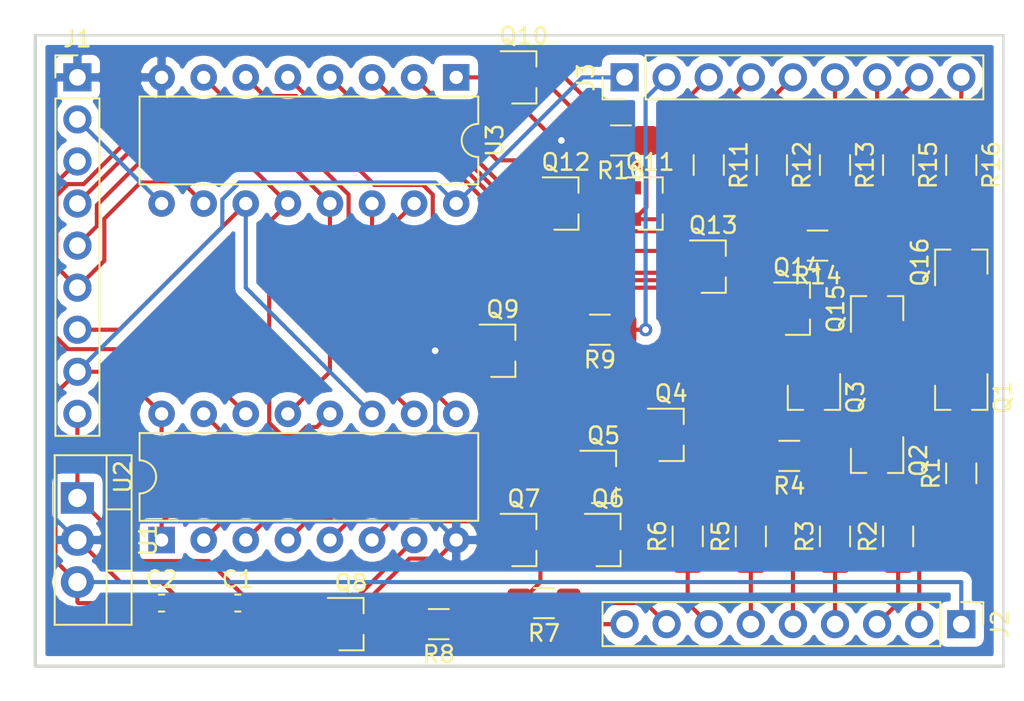
<source format=kicad_pcb>
(kicad_pcb (version 20171130) (host pcbnew 5.0.1)

  (general
    (thickness 1.6)
    (drawings 4)
    (tracks 381)
    (zones 0)
    (modules 40)
    (nets 59)
  )

  (page A4)
  (layers
    (0 F.Cu signal)
    (31 B.Cu signal)
    (32 B.Adhes user)
    (33 F.Adhes user)
    (34 B.Paste user)
    (35 F.Paste user)
    (36 B.SilkS user)
    (37 F.SilkS user)
    (38 B.Mask user)
    (39 F.Mask user)
    (40 Dwgs.User user)
    (41 Cmts.User user)
    (42 Eco1.User user)
    (43 Eco2.User user)
    (44 Edge.Cuts user)
    (45 Margin user)
    (46 B.CrtYd user)
    (47 F.CrtYd user)
    (48 B.Fab user)
    (49 F.Fab user)
  )

  (setup
    (last_trace_width 0.25)
    (trace_clearance 0.2)
    (zone_clearance 0.508)
    (zone_45_only no)
    (trace_min 0.2)
    (segment_width 0.2)
    (edge_width 0.15)
    (via_size 0.8)
    (via_drill 0.4)
    (via_min_size 0.4)
    (via_min_drill 0.3)
    (uvia_size 0.3)
    (uvia_drill 0.1)
    (uvias_allowed no)
    (uvia_min_size 0.2)
    (uvia_min_drill 0.1)
    (pcb_text_width 0.3)
    (pcb_text_size 1.5 1.5)
    (mod_edge_width 0.15)
    (mod_text_size 1 1)
    (mod_text_width 0.15)
    (pad_size 1.524 1.524)
    (pad_drill 0.762)
    (pad_to_mask_clearance 0.051)
    (solder_mask_min_width 0.25)
    (aux_axis_origin 0 0)
    (visible_elements FFFFFF7F)
    (pcbplotparams
      (layerselection 0x010fc_ffffffff)
      (usegerberextensions true)
      (usegerberattributes false)
      (usegerberadvancedattributes false)
      (creategerberjobfile false)
      (excludeedgelayer true)
      (linewidth 0.100000)
      (plotframeref false)
      (viasonmask false)
      (mode 1)
      (useauxorigin false)
      (hpglpennumber 1)
      (hpglpenspeed 20)
      (hpglpendiameter 15.000000)
      (psnegative false)
      (psa4output false)
      (plotreference true)
      (plotvalue true)
      (plotinvisibletext false)
      (padsonsilk false)
      (subtractmaskfromsilk false)
      (outputformat 1)
      (mirror false)
      (drillshape 0)
      (scaleselection 1)
      (outputdirectory "Gerber"))
  )

  (net 0 "")
  (net 1 "Net-(C1-Pad2)")
  (net 2 GND)
  (net 3 VCC)
  (net 4 "Net-(J1-Pad7)")
  (net 5 "Net-(J1-Pad6)")
  (net 6 "Net-(J1-Pad5)")
  (net 7 "Net-(J1-Pad4)")
  (net 8 "Net-(J1-Pad3)")
  (net 9 "Net-(J1-Pad2)")
  (net 10 "Net-(J2-Pad2)")
  (net 11 "Net-(J2-Pad3)")
  (net 12 "Net-(J2-Pad4)")
  (net 13 "Net-(J2-Pad5)")
  (net 14 "Net-(J2-Pad6)")
  (net 15 "Net-(J2-Pad7)")
  (net 16 "Net-(J2-Pad8)")
  (net 17 "Net-(J2-Pad9)")
  (net 18 "Net-(J3-Pad2)")
  (net 19 "Net-(J3-Pad3)")
  (net 20 "Net-(J3-Pad4)")
  (net 21 "Net-(J3-Pad5)")
  (net 22 "Net-(J3-Pad6)")
  (net 23 "Net-(J3-Pad7)")
  (net 24 "Net-(J3-Pad8)")
  (net 25 "Net-(J3-Pad9)")
  (net 26 "Net-(Q1-Pad3)")
  (net 27 A1)
  (net 28 "Net-(Q2-Pad3)")
  (net 29 B1)
  (net 30 C1)
  (net 31 "Net-(Q3-Pad3)")
  (net 32 D1)
  (net 33 "Net-(Q4-Pad3)")
  (net 34 "Net-(Q5-Pad3)")
  (net 35 E1)
  (net 36 F1)
  (net 37 "Net-(Q6-Pad3)")
  (net 38 "Net-(Q7-Pad3)")
  (net 39 G1)
  (net 40 H1)
  (net 41 "Net-(Q8-Pad3)")
  (net 42 "Net-(Q9-Pad3)")
  (net 43 A2)
  (net 44 "Net-(Q10-Pad3)")
  (net 45 B2)
  (net 46 C2)
  (net 47 "Net-(Q11-Pad3)")
  (net 48 D2)
  (net 49 "Net-(Q12-Pad3)")
  (net 50 "Net-(Q13-Pad3)")
  (net 51 E2)
  (net 52 F2)
  (net 53 "Net-(Q14-Pad3)")
  (net 54 "Net-(Q15-Pad3)")
  (net 55 G2)
  (net 56 H2)
  (net 57 "Net-(Q16-Pad3)")
  (net 58 "Net-(U2-Pad9)")

  (net_class Default "This is the default net class."
    (clearance 0.2)
    (trace_width 0.25)
    (via_dia 0.8)
    (via_drill 0.4)
    (uvia_dia 0.3)
    (uvia_drill 0.1)
    (add_net A1)
    (add_net A2)
    (add_net B1)
    (add_net B2)
    (add_net C1)
    (add_net C2)
    (add_net D1)
    (add_net D2)
    (add_net E1)
    (add_net E2)
    (add_net F1)
    (add_net F2)
    (add_net G1)
    (add_net G2)
    (add_net GND)
    (add_net H1)
    (add_net H2)
    (add_net "Net-(C1-Pad2)")
    (add_net "Net-(J1-Pad2)")
    (add_net "Net-(J1-Pad3)")
    (add_net "Net-(J1-Pad4)")
    (add_net "Net-(J1-Pad5)")
    (add_net "Net-(J1-Pad6)")
    (add_net "Net-(J1-Pad7)")
    (add_net "Net-(J2-Pad2)")
    (add_net "Net-(J2-Pad3)")
    (add_net "Net-(J2-Pad4)")
    (add_net "Net-(J2-Pad5)")
    (add_net "Net-(J2-Pad6)")
    (add_net "Net-(J2-Pad7)")
    (add_net "Net-(J2-Pad8)")
    (add_net "Net-(J2-Pad9)")
    (add_net "Net-(J3-Pad2)")
    (add_net "Net-(J3-Pad3)")
    (add_net "Net-(J3-Pad4)")
    (add_net "Net-(J3-Pad5)")
    (add_net "Net-(J3-Pad6)")
    (add_net "Net-(J3-Pad7)")
    (add_net "Net-(J3-Pad8)")
    (add_net "Net-(J3-Pad9)")
    (add_net "Net-(Q1-Pad3)")
    (add_net "Net-(Q10-Pad3)")
    (add_net "Net-(Q11-Pad3)")
    (add_net "Net-(Q12-Pad3)")
    (add_net "Net-(Q13-Pad3)")
    (add_net "Net-(Q14-Pad3)")
    (add_net "Net-(Q15-Pad3)")
    (add_net "Net-(Q16-Pad3)")
    (add_net "Net-(Q2-Pad3)")
    (add_net "Net-(Q3-Pad3)")
    (add_net "Net-(Q4-Pad3)")
    (add_net "Net-(Q5-Pad3)")
    (add_net "Net-(Q6-Pad3)")
    (add_net "Net-(Q7-Pad3)")
    (add_net "Net-(Q8-Pad3)")
    (add_net "Net-(Q9-Pad3)")
    (add_net "Net-(U2-Pad9)")
    (add_net VCC)
  )

  (module Package_TO_SOT_THT:TO-220-3_Vertical (layer F.Cu) (tedit 5AC8BA0D) (tstamp 5C501D37)
    (at 110.49 104.14 270)
    (descr "TO-220-3, Vertical, RM 2.54mm, see https://www.vishay.com/docs/66542/to-220-1.pdf")
    (tags "TO-220-3 Vertical RM 2.54mm")
    (path /5C439CE7)
    (fp_text reference U1 (at 2.54 -4.27 270) (layer F.SilkS)
      (effects (font (size 1 1) (thickness 0.15)))
    )
    (fp_text value L7805 (at 2.54 2.5 270) (layer F.Fab)
      (effects (font (size 1 1) (thickness 0.15)))
    )
    (fp_line (start -2.46 -3.15) (end -2.46 1.25) (layer F.Fab) (width 0.1))
    (fp_line (start -2.46 1.25) (end 7.54 1.25) (layer F.Fab) (width 0.1))
    (fp_line (start 7.54 1.25) (end 7.54 -3.15) (layer F.Fab) (width 0.1))
    (fp_line (start 7.54 -3.15) (end -2.46 -3.15) (layer F.Fab) (width 0.1))
    (fp_line (start -2.46 -1.88) (end 7.54 -1.88) (layer F.Fab) (width 0.1))
    (fp_line (start 0.69 -3.15) (end 0.69 -1.88) (layer F.Fab) (width 0.1))
    (fp_line (start 4.39 -3.15) (end 4.39 -1.88) (layer F.Fab) (width 0.1))
    (fp_line (start -2.58 -3.27) (end 7.66 -3.27) (layer F.SilkS) (width 0.12))
    (fp_line (start -2.58 1.371) (end 7.66 1.371) (layer F.SilkS) (width 0.12))
    (fp_line (start -2.58 -3.27) (end -2.58 1.371) (layer F.SilkS) (width 0.12))
    (fp_line (start 7.66 -3.27) (end 7.66 1.371) (layer F.SilkS) (width 0.12))
    (fp_line (start -2.58 -1.76) (end 7.66 -1.76) (layer F.SilkS) (width 0.12))
    (fp_line (start 0.69 -3.27) (end 0.69 -1.76) (layer F.SilkS) (width 0.12))
    (fp_line (start 4.391 -3.27) (end 4.391 -1.76) (layer F.SilkS) (width 0.12))
    (fp_line (start -2.71 -3.4) (end -2.71 1.51) (layer F.CrtYd) (width 0.05))
    (fp_line (start -2.71 1.51) (end 7.79 1.51) (layer F.CrtYd) (width 0.05))
    (fp_line (start 7.79 1.51) (end 7.79 -3.4) (layer F.CrtYd) (width 0.05))
    (fp_line (start 7.79 -3.4) (end -2.71 -3.4) (layer F.CrtYd) (width 0.05))
    (fp_text user %R (at 2.54 -4.27 270) (layer F.Fab)
      (effects (font (size 1 1) (thickness 0.15)))
    )
    (pad 1 thru_hole rect (at 0 0 270) (size 1.905 2) (drill 1.1) (layers *.Cu *.Mask)
      (net 1 "Net-(C1-Pad2)"))
    (pad 2 thru_hole oval (at 2.54 0 270) (size 1.905 2) (drill 1.1) (layers *.Cu *.Mask)
      (net 2 GND))
    (pad 3 thru_hole oval (at 5.08 0 270) (size 1.905 2) (drill 1.1) (layers *.Cu *.Mask)
      (net 3 VCC))
    (model ${KISYS3DMOD}/Package_TO_SOT_THT.3dshapes/TO-220-3_Vertical.wrl
      (at (xyz 0 0 0))
      (scale (xyz 1 1 1))
      (rotate (xyz 0 0 0))
    )
  )

  (module Package_DIP:DIP-16_W7.62mm (layer F.Cu) (tedit 5A02E8C5) (tstamp 5C501D5B)
    (at 115.57 106.68 90)
    (descr "16-lead though-hole mounted DIP package, row spacing 7.62 mm (300 mils)")
    (tags "THT DIP DIL PDIP 2.54mm 7.62mm 300mil")
    (path /5C439AAA)
    (fp_text reference U2 (at 3.81 -2.33 90) (layer F.SilkS)
      (effects (font (size 1 1) (thickness 0.15)))
    )
    (fp_text value 74HC595 (at 3.81 20.11 90) (layer F.Fab)
      (effects (font (size 1 1) (thickness 0.15)))
    )
    (fp_arc (start 3.81 -1.33) (end 2.81 -1.33) (angle -180) (layer F.SilkS) (width 0.12))
    (fp_line (start 1.635 -1.27) (end 6.985 -1.27) (layer F.Fab) (width 0.1))
    (fp_line (start 6.985 -1.27) (end 6.985 19.05) (layer F.Fab) (width 0.1))
    (fp_line (start 6.985 19.05) (end 0.635 19.05) (layer F.Fab) (width 0.1))
    (fp_line (start 0.635 19.05) (end 0.635 -0.27) (layer F.Fab) (width 0.1))
    (fp_line (start 0.635 -0.27) (end 1.635 -1.27) (layer F.Fab) (width 0.1))
    (fp_line (start 2.81 -1.33) (end 1.16 -1.33) (layer F.SilkS) (width 0.12))
    (fp_line (start 1.16 -1.33) (end 1.16 19.11) (layer F.SilkS) (width 0.12))
    (fp_line (start 1.16 19.11) (end 6.46 19.11) (layer F.SilkS) (width 0.12))
    (fp_line (start 6.46 19.11) (end 6.46 -1.33) (layer F.SilkS) (width 0.12))
    (fp_line (start 6.46 -1.33) (end 4.81 -1.33) (layer F.SilkS) (width 0.12))
    (fp_line (start -1.1 -1.55) (end -1.1 19.3) (layer F.CrtYd) (width 0.05))
    (fp_line (start -1.1 19.3) (end 8.7 19.3) (layer F.CrtYd) (width 0.05))
    (fp_line (start 8.7 19.3) (end 8.7 -1.55) (layer F.CrtYd) (width 0.05))
    (fp_line (start 8.7 -1.55) (end -1.1 -1.55) (layer F.CrtYd) (width 0.05))
    (fp_text user %R (at 3.81 8.89 90) (layer F.Fab)
      (effects (font (size 1 1) (thickness 0.15)))
    )
    (pad 1 thru_hole rect (at 0 0 90) (size 1.6 1.6) (drill 0.8) (layers *.Cu *.Mask)
      (net 29 B1))
    (pad 9 thru_hole oval (at 7.62 17.78 90) (size 1.6 1.6) (drill 0.8) (layers *.Cu *.Mask)
      (net 58 "Net-(U2-Pad9)"))
    (pad 2 thru_hole oval (at 0 2.54 90) (size 1.6 1.6) (drill 0.8) (layers *.Cu *.Mask)
      (net 30 C1))
    (pad 10 thru_hole oval (at 7.62 15.24 90) (size 1.6 1.6) (drill 0.8) (layers *.Cu *.Mask)
      (net 5 "Net-(J1-Pad6)"))
    (pad 3 thru_hole oval (at 0 5.08 90) (size 1.6 1.6) (drill 0.8) (layers *.Cu *.Mask)
      (net 32 D1))
    (pad 11 thru_hole oval (at 7.62 12.7 90) (size 1.6 1.6) (drill 0.8) (layers *.Cu *.Mask)
      (net 4 "Net-(J1-Pad7)"))
    (pad 4 thru_hole oval (at 0 7.62 90) (size 1.6 1.6) (drill 0.8) (layers *.Cu *.Mask)
      (net 35 E1))
    (pad 12 thru_hole oval (at 7.62 10.16 90) (size 1.6 1.6) (drill 0.8) (layers *.Cu *.Mask)
      (net 6 "Net-(J1-Pad5)"))
    (pad 5 thru_hole oval (at 0 10.16 90) (size 1.6 1.6) (drill 0.8) (layers *.Cu *.Mask)
      (net 36 F1))
    (pad 13 thru_hole oval (at 7.62 7.62 90) (size 1.6 1.6) (drill 0.8) (layers *.Cu *.Mask)
      (net 7 "Net-(J1-Pad4)"))
    (pad 6 thru_hole oval (at 0 12.7 90) (size 1.6 1.6) (drill 0.8) (layers *.Cu *.Mask)
      (net 39 G1))
    (pad 14 thru_hole oval (at 7.62 5.08 90) (size 1.6 1.6) (drill 0.8) (layers *.Cu *.Mask)
      (net 8 "Net-(J1-Pad3)"))
    (pad 7 thru_hole oval (at 0 15.24 90) (size 1.6 1.6) (drill 0.8) (layers *.Cu *.Mask)
      (net 40 H1))
    (pad 15 thru_hole oval (at 7.62 2.54 90) (size 1.6 1.6) (drill 0.8) (layers *.Cu *.Mask)
      (net 27 A1))
    (pad 8 thru_hole oval (at 0 17.78 90) (size 1.6 1.6) (drill 0.8) (layers *.Cu *.Mask)
      (net 2 GND))
    (pad 16 thru_hole oval (at 7.62 0 90) (size 1.6 1.6) (drill 0.8) (layers *.Cu *.Mask)
      (net 3 VCC))
    (model ${KISYS3DMOD}/Package_DIP.3dshapes/DIP-16_W7.62mm.wrl
      (at (xyz 0 0 0))
      (scale (xyz 1 1 1))
      (rotate (xyz 0 0 0))
    )
  )

  (module Capacitor_SMD:C_0603_1608Metric (layer F.Cu) (tedit 5B301BBE) (tstamp 5C501A55)
    (at 120.1675 110.49)
    (descr "Capacitor SMD 0603 (1608 Metric), square (rectangular) end terminal, IPC_7351 nominal, (Body size source: http://www.tortai-tech.com/upload/download/2011102023233369053.pdf), generated with kicad-footprint-generator")
    (tags capacitor)
    (path /5C439D4B)
    (attr smd)
    (fp_text reference C1 (at 0 -1.43) (layer F.SilkS)
      (effects (font (size 1 1) (thickness 0.15)))
    )
    (fp_text value C (at 0 1.43) (layer F.Fab)
      (effects (font (size 1 1) (thickness 0.15)))
    )
    (fp_text user %R (at 0 0) (layer F.Fab)
      (effects (font (size 0.4 0.4) (thickness 0.06)))
    )
    (fp_line (start 1.48 0.73) (end -1.48 0.73) (layer F.CrtYd) (width 0.05))
    (fp_line (start 1.48 -0.73) (end 1.48 0.73) (layer F.CrtYd) (width 0.05))
    (fp_line (start -1.48 -0.73) (end 1.48 -0.73) (layer F.CrtYd) (width 0.05))
    (fp_line (start -1.48 0.73) (end -1.48 -0.73) (layer F.CrtYd) (width 0.05))
    (fp_line (start -0.162779 0.51) (end 0.162779 0.51) (layer F.SilkS) (width 0.12))
    (fp_line (start -0.162779 -0.51) (end 0.162779 -0.51) (layer F.SilkS) (width 0.12))
    (fp_line (start 0.8 0.4) (end -0.8 0.4) (layer F.Fab) (width 0.1))
    (fp_line (start 0.8 -0.4) (end 0.8 0.4) (layer F.Fab) (width 0.1))
    (fp_line (start -0.8 -0.4) (end 0.8 -0.4) (layer F.Fab) (width 0.1))
    (fp_line (start -0.8 0.4) (end -0.8 -0.4) (layer F.Fab) (width 0.1))
    (pad 2 smd roundrect (at 0.7875 0) (size 0.875 0.95) (layers F.Cu F.Paste F.Mask) (roundrect_rratio 0.25)
      (net 1 "Net-(C1-Pad2)"))
    (pad 1 smd roundrect (at -0.7875 0) (size 0.875 0.95) (layers F.Cu F.Paste F.Mask) (roundrect_rratio 0.25)
      (net 2 GND))
    (model ${KISYS3DMOD}/Capacitor_SMD.3dshapes/C_0603_1608Metric.wrl
      (at (xyz 0 0 0))
      (scale (xyz 1 1 1))
      (rotate (xyz 0 0 0))
    )
  )

  (module Capacitor_SMD:C_0603_1608Metric (layer F.Cu) (tedit 5B301BBE) (tstamp 5C501A66)
    (at 115.57 110.49)
    (descr "Capacitor SMD 0603 (1608 Metric), square (rectangular) end terminal, IPC_7351 nominal, (Body size source: http://www.tortai-tech.com/upload/download/2011102023233369053.pdf), generated with kicad-footprint-generator")
    (tags capacitor)
    (path /5C439D7A)
    (attr smd)
    (fp_text reference C2 (at 0 -1.43) (layer F.SilkS)
      (effects (font (size 1 1) (thickness 0.15)))
    )
    (fp_text value C (at 0 1.43) (layer F.Fab)
      (effects (font (size 1 1) (thickness 0.15)))
    )
    (fp_line (start -0.8 0.4) (end -0.8 -0.4) (layer F.Fab) (width 0.1))
    (fp_line (start -0.8 -0.4) (end 0.8 -0.4) (layer F.Fab) (width 0.1))
    (fp_line (start 0.8 -0.4) (end 0.8 0.4) (layer F.Fab) (width 0.1))
    (fp_line (start 0.8 0.4) (end -0.8 0.4) (layer F.Fab) (width 0.1))
    (fp_line (start -0.162779 -0.51) (end 0.162779 -0.51) (layer F.SilkS) (width 0.12))
    (fp_line (start -0.162779 0.51) (end 0.162779 0.51) (layer F.SilkS) (width 0.12))
    (fp_line (start -1.48 0.73) (end -1.48 -0.73) (layer F.CrtYd) (width 0.05))
    (fp_line (start -1.48 -0.73) (end 1.48 -0.73) (layer F.CrtYd) (width 0.05))
    (fp_line (start 1.48 -0.73) (end 1.48 0.73) (layer F.CrtYd) (width 0.05))
    (fp_line (start 1.48 0.73) (end -1.48 0.73) (layer F.CrtYd) (width 0.05))
    (fp_text user %R (at 0 0) (layer F.Fab)
      (effects (font (size 0.4 0.4) (thickness 0.06)))
    )
    (pad 1 smd roundrect (at -0.7875 0) (size 0.875 0.95) (layers F.Cu F.Paste F.Mask) (roundrect_rratio 0.25)
      (net 3 VCC))
    (pad 2 smd roundrect (at 0.7875 0) (size 0.875 0.95) (layers F.Cu F.Paste F.Mask) (roundrect_rratio 0.25)
      (net 2 GND))
    (model ${KISYS3DMOD}/Capacitor_SMD.3dshapes/C_0603_1608Metric.wrl
      (at (xyz 0 0 0))
      (scale (xyz 1 1 1))
      (rotate (xyz 0 0 0))
    )
  )

  (module Connector_PinHeader_2.54mm:PinHeader_1x09_P2.54mm_Vertical (layer F.Cu) (tedit 59FED5CC) (tstamp 5C501A83)
    (at 110.49 78.74)
    (descr "Through hole straight pin header, 1x09, 2.54mm pitch, single row")
    (tags "Through hole pin header THT 1x09 2.54mm single row")
    (path /5C455CE6)
    (fp_text reference J1 (at 0 -2.33) (layer F.SilkS)
      (effects (font (size 1 1) (thickness 0.15)))
    )
    (fp_text value Conn_01x09 (at 0 22.65) (layer F.Fab)
      (effects (font (size 1 1) (thickness 0.15)))
    )
    (fp_text user %R (at 0 10.16 90) (layer F.Fab)
      (effects (font (size 1 1) (thickness 0.15)))
    )
    (fp_line (start 1.8 -1.8) (end -1.8 -1.8) (layer F.CrtYd) (width 0.05))
    (fp_line (start 1.8 22.1) (end 1.8 -1.8) (layer F.CrtYd) (width 0.05))
    (fp_line (start -1.8 22.1) (end 1.8 22.1) (layer F.CrtYd) (width 0.05))
    (fp_line (start -1.8 -1.8) (end -1.8 22.1) (layer F.CrtYd) (width 0.05))
    (fp_line (start -1.33 -1.33) (end 0 -1.33) (layer F.SilkS) (width 0.12))
    (fp_line (start -1.33 0) (end -1.33 -1.33) (layer F.SilkS) (width 0.12))
    (fp_line (start -1.33 1.27) (end 1.33 1.27) (layer F.SilkS) (width 0.12))
    (fp_line (start 1.33 1.27) (end 1.33 21.65) (layer F.SilkS) (width 0.12))
    (fp_line (start -1.33 1.27) (end -1.33 21.65) (layer F.SilkS) (width 0.12))
    (fp_line (start -1.33 21.65) (end 1.33 21.65) (layer F.SilkS) (width 0.12))
    (fp_line (start -1.27 -0.635) (end -0.635 -1.27) (layer F.Fab) (width 0.1))
    (fp_line (start -1.27 21.59) (end -1.27 -0.635) (layer F.Fab) (width 0.1))
    (fp_line (start 1.27 21.59) (end -1.27 21.59) (layer F.Fab) (width 0.1))
    (fp_line (start 1.27 -1.27) (end 1.27 21.59) (layer F.Fab) (width 0.1))
    (fp_line (start -0.635 -1.27) (end 1.27 -1.27) (layer F.Fab) (width 0.1))
    (pad 9 thru_hole oval (at 0 20.32) (size 1.7 1.7) (drill 1) (layers *.Cu *.Mask)
      (net 1 "Net-(C1-Pad2)"))
    (pad 8 thru_hole oval (at 0 17.78) (size 1.7 1.7) (drill 1) (layers *.Cu *.Mask)
      (net 3 VCC))
    (pad 7 thru_hole oval (at 0 15.24) (size 1.7 1.7) (drill 1) (layers *.Cu *.Mask)
      (net 4 "Net-(J1-Pad7)"))
    (pad 6 thru_hole oval (at 0 12.7) (size 1.7 1.7) (drill 1) (layers *.Cu *.Mask)
      (net 5 "Net-(J1-Pad6)"))
    (pad 5 thru_hole oval (at 0 10.16) (size 1.7 1.7) (drill 1) (layers *.Cu *.Mask)
      (net 6 "Net-(J1-Pad5)"))
    (pad 4 thru_hole oval (at 0 7.62) (size 1.7 1.7) (drill 1) (layers *.Cu *.Mask)
      (net 7 "Net-(J1-Pad4)"))
    (pad 3 thru_hole oval (at 0 5.08) (size 1.7 1.7) (drill 1) (layers *.Cu *.Mask)
      (net 8 "Net-(J1-Pad3)"))
    (pad 2 thru_hole oval (at 0 2.54) (size 1.7 1.7) (drill 1) (layers *.Cu *.Mask)
      (net 9 "Net-(J1-Pad2)"))
    (pad 1 thru_hole rect (at 0 0) (size 1.7 1.7) (drill 1) (layers *.Cu *.Mask)
      (net 2 GND))
    (model ${KISYS3DMOD}/Connector_PinHeader_2.54mm.3dshapes/PinHeader_1x09_P2.54mm_Vertical.wrl
      (at (xyz 0 0 0))
      (scale (xyz 1 1 1))
      (rotate (xyz 0 0 0))
    )
  )

  (module Connector_PinHeader_2.54mm:PinHeader_1x09_P2.54mm_Vertical (layer F.Cu) (tedit 59FED5CC) (tstamp 5C501AA0)
    (at 163.83 111.76 270)
    (descr "Through hole straight pin header, 1x09, 2.54mm pitch, single row")
    (tags "Through hole pin header THT 1x09 2.54mm single row")
    (path /5C4414B0)
    (fp_text reference J2 (at 0 -2.33 270) (layer F.SilkS)
      (effects (font (size 1 1) (thickness 0.15)))
    )
    (fp_text value Conn_01x09 (at 0 22.65 270) (layer F.Fab)
      (effects (font (size 1 1) (thickness 0.15)))
    )
    (fp_line (start -0.635 -1.27) (end 1.27 -1.27) (layer F.Fab) (width 0.1))
    (fp_line (start 1.27 -1.27) (end 1.27 21.59) (layer F.Fab) (width 0.1))
    (fp_line (start 1.27 21.59) (end -1.27 21.59) (layer F.Fab) (width 0.1))
    (fp_line (start -1.27 21.59) (end -1.27 -0.635) (layer F.Fab) (width 0.1))
    (fp_line (start -1.27 -0.635) (end -0.635 -1.27) (layer F.Fab) (width 0.1))
    (fp_line (start -1.33 21.65) (end 1.33 21.65) (layer F.SilkS) (width 0.12))
    (fp_line (start -1.33 1.27) (end -1.33 21.65) (layer F.SilkS) (width 0.12))
    (fp_line (start 1.33 1.27) (end 1.33 21.65) (layer F.SilkS) (width 0.12))
    (fp_line (start -1.33 1.27) (end 1.33 1.27) (layer F.SilkS) (width 0.12))
    (fp_line (start -1.33 0) (end -1.33 -1.33) (layer F.SilkS) (width 0.12))
    (fp_line (start -1.33 -1.33) (end 0 -1.33) (layer F.SilkS) (width 0.12))
    (fp_line (start -1.8 -1.8) (end -1.8 22.1) (layer F.CrtYd) (width 0.05))
    (fp_line (start -1.8 22.1) (end 1.8 22.1) (layer F.CrtYd) (width 0.05))
    (fp_line (start 1.8 22.1) (end 1.8 -1.8) (layer F.CrtYd) (width 0.05))
    (fp_line (start 1.8 -1.8) (end -1.8 -1.8) (layer F.CrtYd) (width 0.05))
    (fp_text user %R (at 0 10.16) (layer F.Fab)
      (effects (font (size 1 1) (thickness 0.15)))
    )
    (pad 1 thru_hole rect (at 0 0 270) (size 1.7 1.7) (drill 1) (layers *.Cu *.Mask)
      (net 3 VCC))
    (pad 2 thru_hole oval (at 0 2.54 270) (size 1.7 1.7) (drill 1) (layers *.Cu *.Mask)
      (net 10 "Net-(J2-Pad2)"))
    (pad 3 thru_hole oval (at 0 5.08 270) (size 1.7 1.7) (drill 1) (layers *.Cu *.Mask)
      (net 11 "Net-(J2-Pad3)"))
    (pad 4 thru_hole oval (at 0 7.62 270) (size 1.7 1.7) (drill 1) (layers *.Cu *.Mask)
      (net 12 "Net-(J2-Pad4)"))
    (pad 5 thru_hole oval (at 0 10.16 270) (size 1.7 1.7) (drill 1) (layers *.Cu *.Mask)
      (net 13 "Net-(J2-Pad5)"))
    (pad 6 thru_hole oval (at 0 12.7 270) (size 1.7 1.7) (drill 1) (layers *.Cu *.Mask)
      (net 14 "Net-(J2-Pad6)"))
    (pad 7 thru_hole oval (at 0 15.24 270) (size 1.7 1.7) (drill 1) (layers *.Cu *.Mask)
      (net 15 "Net-(J2-Pad7)"))
    (pad 8 thru_hole oval (at 0 17.78 270) (size 1.7 1.7) (drill 1) (layers *.Cu *.Mask)
      (net 16 "Net-(J2-Pad8)"))
    (pad 9 thru_hole oval (at 0 20.32 270) (size 1.7 1.7) (drill 1) (layers *.Cu *.Mask)
      (net 17 "Net-(J2-Pad9)"))
    (model ${KISYS3DMOD}/Connector_PinHeader_2.54mm.3dshapes/PinHeader_1x09_P2.54mm_Vertical.wrl
      (at (xyz 0 0 0))
      (scale (xyz 1 1 1))
      (rotate (xyz 0 0 0))
    )
  )

  (module Connector_PinHeader_2.54mm:PinHeader_1x09_P2.54mm_Vertical (layer F.Cu) (tedit 59FED5CC) (tstamp 5C501ABD)
    (at 143.51 78.74 90)
    (descr "Through hole straight pin header, 1x09, 2.54mm pitch, single row")
    (tags "Through hole pin header THT 1x09 2.54mm single row")
    (path /5C45E5E3)
    (fp_text reference J3 (at 0 -2.33 90) (layer F.SilkS)
      (effects (font (size 1 1) (thickness 0.15)))
    )
    (fp_text value Conn_01x09 (at 0 22.65 90) (layer F.Fab)
      (effects (font (size 1 1) (thickness 0.15)))
    )
    (fp_line (start -0.635 -1.27) (end 1.27 -1.27) (layer F.Fab) (width 0.1))
    (fp_line (start 1.27 -1.27) (end 1.27 21.59) (layer F.Fab) (width 0.1))
    (fp_line (start 1.27 21.59) (end -1.27 21.59) (layer F.Fab) (width 0.1))
    (fp_line (start -1.27 21.59) (end -1.27 -0.635) (layer F.Fab) (width 0.1))
    (fp_line (start -1.27 -0.635) (end -0.635 -1.27) (layer F.Fab) (width 0.1))
    (fp_line (start -1.33 21.65) (end 1.33 21.65) (layer F.SilkS) (width 0.12))
    (fp_line (start -1.33 1.27) (end -1.33 21.65) (layer F.SilkS) (width 0.12))
    (fp_line (start 1.33 1.27) (end 1.33 21.65) (layer F.SilkS) (width 0.12))
    (fp_line (start -1.33 1.27) (end 1.33 1.27) (layer F.SilkS) (width 0.12))
    (fp_line (start -1.33 0) (end -1.33 -1.33) (layer F.SilkS) (width 0.12))
    (fp_line (start -1.33 -1.33) (end 0 -1.33) (layer F.SilkS) (width 0.12))
    (fp_line (start -1.8 -1.8) (end -1.8 22.1) (layer F.CrtYd) (width 0.05))
    (fp_line (start -1.8 22.1) (end 1.8 22.1) (layer F.CrtYd) (width 0.05))
    (fp_line (start 1.8 22.1) (end 1.8 -1.8) (layer F.CrtYd) (width 0.05))
    (fp_line (start 1.8 -1.8) (end -1.8 -1.8) (layer F.CrtYd) (width 0.05))
    (fp_text user %R (at 0 10.16 180) (layer F.Fab)
      (effects (font (size 1 1) (thickness 0.15)))
    )
    (pad 1 thru_hole rect (at 0 0 90) (size 1.7 1.7) (drill 1) (layers *.Cu *.Mask)
      (net 3 VCC))
    (pad 2 thru_hole oval (at 0 2.54 90) (size 1.7 1.7) (drill 1) (layers *.Cu *.Mask)
      (net 18 "Net-(J3-Pad2)"))
    (pad 3 thru_hole oval (at 0 5.08 90) (size 1.7 1.7) (drill 1) (layers *.Cu *.Mask)
      (net 19 "Net-(J3-Pad3)"))
    (pad 4 thru_hole oval (at 0 7.62 90) (size 1.7 1.7) (drill 1) (layers *.Cu *.Mask)
      (net 20 "Net-(J3-Pad4)"))
    (pad 5 thru_hole oval (at 0 10.16 90) (size 1.7 1.7) (drill 1) (layers *.Cu *.Mask)
      (net 21 "Net-(J3-Pad5)"))
    (pad 6 thru_hole oval (at 0 12.7 90) (size 1.7 1.7) (drill 1) (layers *.Cu *.Mask)
      (net 22 "Net-(J3-Pad6)"))
    (pad 7 thru_hole oval (at 0 15.24 90) (size 1.7 1.7) (drill 1) (layers *.Cu *.Mask)
      (net 23 "Net-(J3-Pad7)"))
    (pad 8 thru_hole oval (at 0 17.78 90) (size 1.7 1.7) (drill 1) (layers *.Cu *.Mask)
      (net 24 "Net-(J3-Pad8)"))
    (pad 9 thru_hole oval (at 0 20.32 90) (size 1.7 1.7) (drill 1) (layers *.Cu *.Mask)
      (net 25 "Net-(J3-Pad9)"))
    (model ${KISYS3DMOD}/Connector_PinHeader_2.54mm.3dshapes/PinHeader_1x09_P2.54mm_Vertical.wrl
      (at (xyz 0 0 0))
      (scale (xyz 1 1 1))
      (rotate (xyz 0 0 0))
    )
  )

  (module Package_TO_SOT_SMD:SOT-23 (layer F.Cu) (tedit 5A02FF57) (tstamp 5C501AD2)
    (at 163.83 98.06 270)
    (descr "SOT-23, Standard")
    (tags SOT-23)
    (path /5C4412C6)
    (attr smd)
    (fp_text reference Q1 (at 0 -2.5 270) (layer F.SilkS)
      (effects (font (size 1 1) (thickness 0.15)))
    )
    (fp_text value BSS138 (at 0 2.5 270) (layer F.Fab)
      (effects (font (size 1 1) (thickness 0.15)))
    )
    (fp_line (start 0.76 1.58) (end -0.7 1.58) (layer F.SilkS) (width 0.12))
    (fp_line (start 0.76 -1.58) (end -1.4 -1.58) (layer F.SilkS) (width 0.12))
    (fp_line (start -1.7 1.75) (end -1.7 -1.75) (layer F.CrtYd) (width 0.05))
    (fp_line (start 1.7 1.75) (end -1.7 1.75) (layer F.CrtYd) (width 0.05))
    (fp_line (start 1.7 -1.75) (end 1.7 1.75) (layer F.CrtYd) (width 0.05))
    (fp_line (start -1.7 -1.75) (end 1.7 -1.75) (layer F.CrtYd) (width 0.05))
    (fp_line (start 0.76 -1.58) (end 0.76 -0.65) (layer F.SilkS) (width 0.12))
    (fp_line (start 0.76 1.58) (end 0.76 0.65) (layer F.SilkS) (width 0.12))
    (fp_line (start -0.7 1.52) (end 0.7 1.52) (layer F.Fab) (width 0.1))
    (fp_line (start 0.7 -1.52) (end 0.7 1.52) (layer F.Fab) (width 0.1))
    (fp_line (start -0.7 -0.95) (end -0.15 -1.52) (layer F.Fab) (width 0.1))
    (fp_line (start -0.15 -1.52) (end 0.7 -1.52) (layer F.Fab) (width 0.1))
    (fp_line (start -0.7 -0.95) (end -0.7 1.5) (layer F.Fab) (width 0.1))
    (fp_text user %R (at 0 0) (layer F.Fab)
      (effects (font (size 0.5 0.5) (thickness 0.075)))
    )
    (pad 3 smd rect (at 1 0 270) (size 0.9 0.8) (layers F.Cu F.Paste F.Mask)
      (net 26 "Net-(Q1-Pad3)"))
    (pad 2 smd rect (at -1 0.95 270) (size 0.9 0.8) (layers F.Cu F.Paste F.Mask)
      (net 2 GND))
    (pad 1 smd rect (at -1 -0.95 270) (size 0.9 0.8) (layers F.Cu F.Paste F.Mask)
      (net 27 A1))
    (model ${KISYS3DMOD}/Package_TO_SOT_SMD.3dshapes/SOT-23.wrl
      (at (xyz 0 0 0))
      (scale (xyz 1 1 1))
      (rotate (xyz 0 0 0))
    )
  )

  (module Package_TO_SOT_SMD:SOT-23 (layer F.Cu) (tedit 5A02FF57) (tstamp 5C501AE7)
    (at 158.75 101.87 270)
    (descr "SOT-23, Standard")
    (tags SOT-23)
    (path /5C441534)
    (attr smd)
    (fp_text reference Q2 (at 0 -2.5 270) (layer F.SilkS)
      (effects (font (size 1 1) (thickness 0.15)))
    )
    (fp_text value BSS138 (at 0 2.5 270) (layer F.Fab)
      (effects (font (size 1 1) (thickness 0.15)))
    )
    (fp_line (start 0.76 1.58) (end -0.7 1.58) (layer F.SilkS) (width 0.12))
    (fp_line (start 0.76 -1.58) (end -1.4 -1.58) (layer F.SilkS) (width 0.12))
    (fp_line (start -1.7 1.75) (end -1.7 -1.75) (layer F.CrtYd) (width 0.05))
    (fp_line (start 1.7 1.75) (end -1.7 1.75) (layer F.CrtYd) (width 0.05))
    (fp_line (start 1.7 -1.75) (end 1.7 1.75) (layer F.CrtYd) (width 0.05))
    (fp_line (start -1.7 -1.75) (end 1.7 -1.75) (layer F.CrtYd) (width 0.05))
    (fp_line (start 0.76 -1.58) (end 0.76 -0.65) (layer F.SilkS) (width 0.12))
    (fp_line (start 0.76 1.58) (end 0.76 0.65) (layer F.SilkS) (width 0.12))
    (fp_line (start -0.7 1.52) (end 0.7 1.52) (layer F.Fab) (width 0.1))
    (fp_line (start 0.7 -1.52) (end 0.7 1.52) (layer F.Fab) (width 0.1))
    (fp_line (start -0.7 -0.95) (end -0.15 -1.52) (layer F.Fab) (width 0.1))
    (fp_line (start -0.15 -1.52) (end 0.7 -1.52) (layer F.Fab) (width 0.1))
    (fp_line (start -0.7 -0.95) (end -0.7 1.5) (layer F.Fab) (width 0.1))
    (fp_text user %R (at 0 0) (layer F.Fab)
      (effects (font (size 0.5 0.5) (thickness 0.075)))
    )
    (pad 3 smd rect (at 1 0 270) (size 0.9 0.8) (layers F.Cu F.Paste F.Mask)
      (net 28 "Net-(Q2-Pad3)"))
    (pad 2 smd rect (at -1 0.95 270) (size 0.9 0.8) (layers F.Cu F.Paste F.Mask)
      (net 2 GND))
    (pad 1 smd rect (at -1 -0.95 270) (size 0.9 0.8) (layers F.Cu F.Paste F.Mask)
      (net 29 B1))
    (model ${KISYS3DMOD}/Package_TO_SOT_SMD.3dshapes/SOT-23.wrl
      (at (xyz 0 0 0))
      (scale (xyz 1 1 1))
      (rotate (xyz 0 0 0))
    )
  )

  (module Package_TO_SOT_SMD:SOT-23 (layer F.Cu) (tedit 5A02FF57) (tstamp 5C501AFC)
    (at 154.94 98.06 270)
    (descr "SOT-23, Standard")
    (tags SOT-23)
    (path /5C44135E)
    (attr smd)
    (fp_text reference Q3 (at 0 -2.5 270) (layer F.SilkS)
      (effects (font (size 1 1) (thickness 0.15)))
    )
    (fp_text value BSS138 (at 0 2.5 270) (layer F.Fab)
      (effects (font (size 1 1) (thickness 0.15)))
    )
    (fp_text user %R (at 0 0) (layer F.Fab)
      (effects (font (size 0.5 0.5) (thickness 0.075)))
    )
    (fp_line (start -0.7 -0.95) (end -0.7 1.5) (layer F.Fab) (width 0.1))
    (fp_line (start -0.15 -1.52) (end 0.7 -1.52) (layer F.Fab) (width 0.1))
    (fp_line (start -0.7 -0.95) (end -0.15 -1.52) (layer F.Fab) (width 0.1))
    (fp_line (start 0.7 -1.52) (end 0.7 1.52) (layer F.Fab) (width 0.1))
    (fp_line (start -0.7 1.52) (end 0.7 1.52) (layer F.Fab) (width 0.1))
    (fp_line (start 0.76 1.58) (end 0.76 0.65) (layer F.SilkS) (width 0.12))
    (fp_line (start 0.76 -1.58) (end 0.76 -0.65) (layer F.SilkS) (width 0.12))
    (fp_line (start -1.7 -1.75) (end 1.7 -1.75) (layer F.CrtYd) (width 0.05))
    (fp_line (start 1.7 -1.75) (end 1.7 1.75) (layer F.CrtYd) (width 0.05))
    (fp_line (start 1.7 1.75) (end -1.7 1.75) (layer F.CrtYd) (width 0.05))
    (fp_line (start -1.7 1.75) (end -1.7 -1.75) (layer F.CrtYd) (width 0.05))
    (fp_line (start 0.76 -1.58) (end -1.4 -1.58) (layer F.SilkS) (width 0.12))
    (fp_line (start 0.76 1.58) (end -0.7 1.58) (layer F.SilkS) (width 0.12))
    (pad 1 smd rect (at -1 -0.95 270) (size 0.9 0.8) (layers F.Cu F.Paste F.Mask)
      (net 30 C1))
    (pad 2 smd rect (at -1 0.95 270) (size 0.9 0.8) (layers F.Cu F.Paste F.Mask)
      (net 2 GND))
    (pad 3 smd rect (at 1 0 270) (size 0.9 0.8) (layers F.Cu F.Paste F.Mask)
      (net 31 "Net-(Q3-Pad3)"))
    (model ${KISYS3DMOD}/Package_TO_SOT_SMD.3dshapes/SOT-23.wrl
      (at (xyz 0 0 0))
      (scale (xyz 1 1 1))
      (rotate (xyz 0 0 0))
    )
  )

  (module Package_TO_SOT_SMD:SOT-23 (layer F.Cu) (tedit 5A02FF57) (tstamp 5C501B11)
    (at 146.32 100.33)
    (descr "SOT-23, Standard")
    (tags SOT-23)
    (path /5C44159E)
    (attr smd)
    (fp_text reference Q4 (at 0 -2.5) (layer F.SilkS)
      (effects (font (size 1 1) (thickness 0.15)))
    )
    (fp_text value BSS138 (at 0 2.5) (layer F.Fab)
      (effects (font (size 1 1) (thickness 0.15)))
    )
    (fp_text user %R (at 0 0 90) (layer F.Fab)
      (effects (font (size 0.5 0.5) (thickness 0.075)))
    )
    (fp_line (start -0.7 -0.95) (end -0.7 1.5) (layer F.Fab) (width 0.1))
    (fp_line (start -0.15 -1.52) (end 0.7 -1.52) (layer F.Fab) (width 0.1))
    (fp_line (start -0.7 -0.95) (end -0.15 -1.52) (layer F.Fab) (width 0.1))
    (fp_line (start 0.7 -1.52) (end 0.7 1.52) (layer F.Fab) (width 0.1))
    (fp_line (start -0.7 1.52) (end 0.7 1.52) (layer F.Fab) (width 0.1))
    (fp_line (start 0.76 1.58) (end 0.76 0.65) (layer F.SilkS) (width 0.12))
    (fp_line (start 0.76 -1.58) (end 0.76 -0.65) (layer F.SilkS) (width 0.12))
    (fp_line (start -1.7 -1.75) (end 1.7 -1.75) (layer F.CrtYd) (width 0.05))
    (fp_line (start 1.7 -1.75) (end 1.7 1.75) (layer F.CrtYd) (width 0.05))
    (fp_line (start 1.7 1.75) (end -1.7 1.75) (layer F.CrtYd) (width 0.05))
    (fp_line (start -1.7 1.75) (end -1.7 -1.75) (layer F.CrtYd) (width 0.05))
    (fp_line (start 0.76 -1.58) (end -1.4 -1.58) (layer F.SilkS) (width 0.12))
    (fp_line (start 0.76 1.58) (end -0.7 1.58) (layer F.SilkS) (width 0.12))
    (pad 1 smd rect (at -1 -0.95) (size 0.9 0.8) (layers F.Cu F.Paste F.Mask)
      (net 32 D1))
    (pad 2 smd rect (at -1 0.95) (size 0.9 0.8) (layers F.Cu F.Paste F.Mask)
      (net 2 GND))
    (pad 3 smd rect (at 1 0) (size 0.9 0.8) (layers F.Cu F.Paste F.Mask)
      (net 33 "Net-(Q4-Pad3)"))
    (model ${KISYS3DMOD}/Package_TO_SOT_SMD.3dshapes/SOT-23.wrl
      (at (xyz 0 0 0))
      (scale (xyz 1 1 1))
      (rotate (xyz 0 0 0))
    )
  )

  (module Package_TO_SOT_SMD:SOT-23 (layer F.Cu) (tedit 5A02FF57) (tstamp 5C501B26)
    (at 142.24 102.87)
    (descr "SOT-23, Standard")
    (tags SOT-23)
    (path /5C4415D6)
    (attr smd)
    (fp_text reference Q5 (at 0 -2.5) (layer F.SilkS)
      (effects (font (size 1 1) (thickness 0.15)))
    )
    (fp_text value BSS138 (at 0 2.5) (layer F.Fab)
      (effects (font (size 1 1) (thickness 0.15)))
    )
    (fp_line (start 0.76 1.58) (end -0.7 1.58) (layer F.SilkS) (width 0.12))
    (fp_line (start 0.76 -1.58) (end -1.4 -1.58) (layer F.SilkS) (width 0.12))
    (fp_line (start -1.7 1.75) (end -1.7 -1.75) (layer F.CrtYd) (width 0.05))
    (fp_line (start 1.7 1.75) (end -1.7 1.75) (layer F.CrtYd) (width 0.05))
    (fp_line (start 1.7 -1.75) (end 1.7 1.75) (layer F.CrtYd) (width 0.05))
    (fp_line (start -1.7 -1.75) (end 1.7 -1.75) (layer F.CrtYd) (width 0.05))
    (fp_line (start 0.76 -1.58) (end 0.76 -0.65) (layer F.SilkS) (width 0.12))
    (fp_line (start 0.76 1.58) (end 0.76 0.65) (layer F.SilkS) (width 0.12))
    (fp_line (start -0.7 1.52) (end 0.7 1.52) (layer F.Fab) (width 0.1))
    (fp_line (start 0.7 -1.52) (end 0.7 1.52) (layer F.Fab) (width 0.1))
    (fp_line (start -0.7 -0.95) (end -0.15 -1.52) (layer F.Fab) (width 0.1))
    (fp_line (start -0.15 -1.52) (end 0.7 -1.52) (layer F.Fab) (width 0.1))
    (fp_line (start -0.7 -0.95) (end -0.7 1.5) (layer F.Fab) (width 0.1))
    (fp_text user %R (at 0 0 90) (layer F.Fab)
      (effects (font (size 0.5 0.5) (thickness 0.075)))
    )
    (pad 3 smd rect (at 1 0) (size 0.9 0.8) (layers F.Cu F.Paste F.Mask)
      (net 34 "Net-(Q5-Pad3)"))
    (pad 2 smd rect (at -1 0.95) (size 0.9 0.8) (layers F.Cu F.Paste F.Mask)
      (net 2 GND))
    (pad 1 smd rect (at -1 -0.95) (size 0.9 0.8) (layers F.Cu F.Paste F.Mask)
      (net 35 E1))
    (model ${KISYS3DMOD}/Package_TO_SOT_SMD.3dshapes/SOT-23.wrl
      (at (xyz 0 0 0))
      (scale (xyz 1 1 1))
      (rotate (xyz 0 0 0))
    )
  )

  (module Package_TO_SOT_SMD:SOT-23 (layer F.Cu) (tedit 5A02FF57) (tstamp 5C501B3B)
    (at 142.51 106.68)
    (descr "SOT-23, Standard")
    (tags SOT-23)
    (path /5C441614)
    (attr smd)
    (fp_text reference Q6 (at 0 -2.5) (layer F.SilkS)
      (effects (font (size 1 1) (thickness 0.15)))
    )
    (fp_text value BSS138 (at 0 2.5) (layer F.Fab)
      (effects (font (size 1 1) (thickness 0.15)))
    )
    (fp_text user %R (at 0 0 90) (layer F.Fab)
      (effects (font (size 0.5 0.5) (thickness 0.075)))
    )
    (fp_line (start -0.7 -0.95) (end -0.7 1.5) (layer F.Fab) (width 0.1))
    (fp_line (start -0.15 -1.52) (end 0.7 -1.52) (layer F.Fab) (width 0.1))
    (fp_line (start -0.7 -0.95) (end -0.15 -1.52) (layer F.Fab) (width 0.1))
    (fp_line (start 0.7 -1.52) (end 0.7 1.52) (layer F.Fab) (width 0.1))
    (fp_line (start -0.7 1.52) (end 0.7 1.52) (layer F.Fab) (width 0.1))
    (fp_line (start 0.76 1.58) (end 0.76 0.65) (layer F.SilkS) (width 0.12))
    (fp_line (start 0.76 -1.58) (end 0.76 -0.65) (layer F.SilkS) (width 0.12))
    (fp_line (start -1.7 -1.75) (end 1.7 -1.75) (layer F.CrtYd) (width 0.05))
    (fp_line (start 1.7 -1.75) (end 1.7 1.75) (layer F.CrtYd) (width 0.05))
    (fp_line (start 1.7 1.75) (end -1.7 1.75) (layer F.CrtYd) (width 0.05))
    (fp_line (start -1.7 1.75) (end -1.7 -1.75) (layer F.CrtYd) (width 0.05))
    (fp_line (start 0.76 -1.58) (end -1.4 -1.58) (layer F.SilkS) (width 0.12))
    (fp_line (start 0.76 1.58) (end -0.7 1.58) (layer F.SilkS) (width 0.12))
    (pad 1 smd rect (at -1 -0.95) (size 0.9 0.8) (layers F.Cu F.Paste F.Mask)
      (net 36 F1))
    (pad 2 smd rect (at -1 0.95) (size 0.9 0.8) (layers F.Cu F.Paste F.Mask)
      (net 2 GND))
    (pad 3 smd rect (at 1 0) (size 0.9 0.8) (layers F.Cu F.Paste F.Mask)
      (net 37 "Net-(Q6-Pad3)"))
    (model ${KISYS3DMOD}/Package_TO_SOT_SMD.3dshapes/SOT-23.wrl
      (at (xyz 0 0 0))
      (scale (xyz 1 1 1))
      (rotate (xyz 0 0 0))
    )
  )

  (module Package_TO_SOT_SMD:SOT-23 (layer F.Cu) (tedit 5A02FF57) (tstamp 5C501B50)
    (at 137.43 106.68)
    (descr "SOT-23, Standard")
    (tags SOT-23)
    (path /5C441650)
    (attr smd)
    (fp_text reference Q7 (at 0 -2.5) (layer F.SilkS)
      (effects (font (size 1 1) (thickness 0.15)))
    )
    (fp_text value BSS138 (at 0 2.5) (layer F.Fab)
      (effects (font (size 1 1) (thickness 0.15)))
    )
    (fp_line (start 0.76 1.58) (end -0.7 1.58) (layer F.SilkS) (width 0.12))
    (fp_line (start 0.76 -1.58) (end -1.4 -1.58) (layer F.SilkS) (width 0.12))
    (fp_line (start -1.7 1.75) (end -1.7 -1.75) (layer F.CrtYd) (width 0.05))
    (fp_line (start 1.7 1.75) (end -1.7 1.75) (layer F.CrtYd) (width 0.05))
    (fp_line (start 1.7 -1.75) (end 1.7 1.75) (layer F.CrtYd) (width 0.05))
    (fp_line (start -1.7 -1.75) (end 1.7 -1.75) (layer F.CrtYd) (width 0.05))
    (fp_line (start 0.76 -1.58) (end 0.76 -0.65) (layer F.SilkS) (width 0.12))
    (fp_line (start 0.76 1.58) (end 0.76 0.65) (layer F.SilkS) (width 0.12))
    (fp_line (start -0.7 1.52) (end 0.7 1.52) (layer F.Fab) (width 0.1))
    (fp_line (start 0.7 -1.52) (end 0.7 1.52) (layer F.Fab) (width 0.1))
    (fp_line (start -0.7 -0.95) (end -0.15 -1.52) (layer F.Fab) (width 0.1))
    (fp_line (start -0.15 -1.52) (end 0.7 -1.52) (layer F.Fab) (width 0.1))
    (fp_line (start -0.7 -0.95) (end -0.7 1.5) (layer F.Fab) (width 0.1))
    (fp_text user %R (at 0 0 90) (layer F.Fab)
      (effects (font (size 0.5 0.5) (thickness 0.075)))
    )
    (pad 3 smd rect (at 1 0) (size 0.9 0.8) (layers F.Cu F.Paste F.Mask)
      (net 38 "Net-(Q7-Pad3)"))
    (pad 2 smd rect (at -1 0.95) (size 0.9 0.8) (layers F.Cu F.Paste F.Mask)
      (net 2 GND))
    (pad 1 smd rect (at -1 -0.95) (size 0.9 0.8) (layers F.Cu F.Paste F.Mask)
      (net 39 G1))
    (model ${KISYS3DMOD}/Package_TO_SOT_SMD.3dshapes/SOT-23.wrl
      (at (xyz 0 0 0))
      (scale (xyz 1 1 1))
      (rotate (xyz 0 0 0))
    )
  )

  (module Package_TO_SOT_SMD:SOT-23 (layer F.Cu) (tedit 5A02FF57) (tstamp 5C501B65)
    (at 127 111.76)
    (descr "SOT-23, Standard")
    (tags SOT-23)
    (path /5C441690)
    (attr smd)
    (fp_text reference Q8 (at 0 -2.5) (layer F.SilkS)
      (effects (font (size 1 1) (thickness 0.15)))
    )
    (fp_text value BSS138 (at 0 2.5) (layer F.Fab)
      (effects (font (size 1 1) (thickness 0.15)))
    )
    (fp_text user %R (at 0 0 90) (layer F.Fab)
      (effects (font (size 0.5 0.5) (thickness 0.075)))
    )
    (fp_line (start -0.7 -0.95) (end -0.7 1.5) (layer F.Fab) (width 0.1))
    (fp_line (start -0.15 -1.52) (end 0.7 -1.52) (layer F.Fab) (width 0.1))
    (fp_line (start -0.7 -0.95) (end -0.15 -1.52) (layer F.Fab) (width 0.1))
    (fp_line (start 0.7 -1.52) (end 0.7 1.52) (layer F.Fab) (width 0.1))
    (fp_line (start -0.7 1.52) (end 0.7 1.52) (layer F.Fab) (width 0.1))
    (fp_line (start 0.76 1.58) (end 0.76 0.65) (layer F.SilkS) (width 0.12))
    (fp_line (start 0.76 -1.58) (end 0.76 -0.65) (layer F.SilkS) (width 0.12))
    (fp_line (start -1.7 -1.75) (end 1.7 -1.75) (layer F.CrtYd) (width 0.05))
    (fp_line (start 1.7 -1.75) (end 1.7 1.75) (layer F.CrtYd) (width 0.05))
    (fp_line (start 1.7 1.75) (end -1.7 1.75) (layer F.CrtYd) (width 0.05))
    (fp_line (start -1.7 1.75) (end -1.7 -1.75) (layer F.CrtYd) (width 0.05))
    (fp_line (start 0.76 -1.58) (end -1.4 -1.58) (layer F.SilkS) (width 0.12))
    (fp_line (start 0.76 1.58) (end -0.7 1.58) (layer F.SilkS) (width 0.12))
    (pad 1 smd rect (at -1 -0.95) (size 0.9 0.8) (layers F.Cu F.Paste F.Mask)
      (net 40 H1))
    (pad 2 smd rect (at -1 0.95) (size 0.9 0.8) (layers F.Cu F.Paste F.Mask)
      (net 2 GND))
    (pad 3 smd rect (at 1 0) (size 0.9 0.8) (layers F.Cu F.Paste F.Mask)
      (net 41 "Net-(Q8-Pad3)"))
    (model ${KISYS3DMOD}/Package_TO_SOT_SMD.3dshapes/SOT-23.wrl
      (at (xyz 0 0 0))
      (scale (xyz 1 1 1))
      (rotate (xyz 0 0 0))
    )
  )

  (module Package_TO_SOT_SMD:SOT-23 (layer F.Cu) (tedit 5A02FF57) (tstamp 5C501B7A)
    (at 136.16 95.25)
    (descr "SOT-23, Standard")
    (tags SOT-23)
    (path /5C45E5D5)
    (attr smd)
    (fp_text reference Q9 (at 0 -2.5) (layer F.SilkS)
      (effects (font (size 1 1) (thickness 0.15)))
    )
    (fp_text value BSS138 (at 0 2.5) (layer F.Fab)
      (effects (font (size 1 1) (thickness 0.15)))
    )
    (fp_line (start 0.76 1.58) (end -0.7 1.58) (layer F.SilkS) (width 0.12))
    (fp_line (start 0.76 -1.58) (end -1.4 -1.58) (layer F.SilkS) (width 0.12))
    (fp_line (start -1.7 1.75) (end -1.7 -1.75) (layer F.CrtYd) (width 0.05))
    (fp_line (start 1.7 1.75) (end -1.7 1.75) (layer F.CrtYd) (width 0.05))
    (fp_line (start 1.7 -1.75) (end 1.7 1.75) (layer F.CrtYd) (width 0.05))
    (fp_line (start -1.7 -1.75) (end 1.7 -1.75) (layer F.CrtYd) (width 0.05))
    (fp_line (start 0.76 -1.58) (end 0.76 -0.65) (layer F.SilkS) (width 0.12))
    (fp_line (start 0.76 1.58) (end 0.76 0.65) (layer F.SilkS) (width 0.12))
    (fp_line (start -0.7 1.52) (end 0.7 1.52) (layer F.Fab) (width 0.1))
    (fp_line (start 0.7 -1.52) (end 0.7 1.52) (layer F.Fab) (width 0.1))
    (fp_line (start -0.7 -0.95) (end -0.15 -1.52) (layer F.Fab) (width 0.1))
    (fp_line (start -0.15 -1.52) (end 0.7 -1.52) (layer F.Fab) (width 0.1))
    (fp_line (start -0.7 -0.95) (end -0.7 1.5) (layer F.Fab) (width 0.1))
    (fp_text user %R (at 0 0 90) (layer F.Fab)
      (effects (font (size 0.5 0.5) (thickness 0.075)))
    )
    (pad 3 smd rect (at 1 0) (size 0.9 0.8) (layers F.Cu F.Paste F.Mask)
      (net 42 "Net-(Q9-Pad3)"))
    (pad 2 smd rect (at -1 0.95) (size 0.9 0.8) (layers F.Cu F.Paste F.Mask)
      (net 2 GND))
    (pad 1 smd rect (at -1 -0.95) (size 0.9 0.8) (layers F.Cu F.Paste F.Mask)
      (net 43 A2))
    (model ${KISYS3DMOD}/Package_TO_SOT_SMD.3dshapes/SOT-23.wrl
      (at (xyz 0 0 0))
      (scale (xyz 1 1 1))
      (rotate (xyz 0 0 0))
    )
  )

  (module Package_TO_SOT_SMD:SOT-23 (layer F.Cu) (tedit 5A02FF57) (tstamp 5C501B8F)
    (at 137.43 78.74)
    (descr "SOT-23, Standard")
    (tags SOT-23)
    (path /5C45E5EA)
    (attr smd)
    (fp_text reference Q10 (at 0 -2.5) (layer F.SilkS)
      (effects (font (size 1 1) (thickness 0.15)))
    )
    (fp_text value BSS138 (at 0 2.5) (layer F.Fab)
      (effects (font (size 1 1) (thickness 0.15)))
    )
    (fp_line (start 0.76 1.58) (end -0.7 1.58) (layer F.SilkS) (width 0.12))
    (fp_line (start 0.76 -1.58) (end -1.4 -1.58) (layer F.SilkS) (width 0.12))
    (fp_line (start -1.7 1.75) (end -1.7 -1.75) (layer F.CrtYd) (width 0.05))
    (fp_line (start 1.7 1.75) (end -1.7 1.75) (layer F.CrtYd) (width 0.05))
    (fp_line (start 1.7 -1.75) (end 1.7 1.75) (layer F.CrtYd) (width 0.05))
    (fp_line (start -1.7 -1.75) (end 1.7 -1.75) (layer F.CrtYd) (width 0.05))
    (fp_line (start 0.76 -1.58) (end 0.76 -0.65) (layer F.SilkS) (width 0.12))
    (fp_line (start 0.76 1.58) (end 0.76 0.65) (layer F.SilkS) (width 0.12))
    (fp_line (start -0.7 1.52) (end 0.7 1.52) (layer F.Fab) (width 0.1))
    (fp_line (start 0.7 -1.52) (end 0.7 1.52) (layer F.Fab) (width 0.1))
    (fp_line (start -0.7 -0.95) (end -0.15 -1.52) (layer F.Fab) (width 0.1))
    (fp_line (start -0.15 -1.52) (end 0.7 -1.52) (layer F.Fab) (width 0.1))
    (fp_line (start -0.7 -0.95) (end -0.7 1.5) (layer F.Fab) (width 0.1))
    (fp_text user %R (at 0 0 90) (layer F.Fab)
      (effects (font (size 0.5 0.5) (thickness 0.075)))
    )
    (pad 3 smd rect (at 1 0) (size 0.9 0.8) (layers F.Cu F.Paste F.Mask)
      (net 44 "Net-(Q10-Pad3)"))
    (pad 2 smd rect (at -1 0.95) (size 0.9 0.8) (layers F.Cu F.Paste F.Mask)
      (net 2 GND))
    (pad 1 smd rect (at -1 -0.95) (size 0.9 0.8) (layers F.Cu F.Paste F.Mask)
      (net 45 B2))
    (model ${KISYS3DMOD}/Package_TO_SOT_SMD.3dshapes/SOT-23.wrl
      (at (xyz 0 0 0))
      (scale (xyz 1 1 1))
      (rotate (xyz 0 0 0))
    )
  )

  (module Package_TO_SOT_SMD:SOT-23 (layer F.Cu) (tedit 5A02FF57) (tstamp 5C501BA4)
    (at 145.05 86.36)
    (descr "SOT-23, Standard")
    (tags SOT-23)
    (path /5C45E5DC)
    (attr smd)
    (fp_text reference Q11 (at 0 -2.5) (layer F.SilkS)
      (effects (font (size 1 1) (thickness 0.15)))
    )
    (fp_text value BSS138 (at 0 2.5) (layer F.Fab)
      (effects (font (size 1 1) (thickness 0.15)))
    )
    (fp_text user %R (at 0 0 90) (layer F.Fab)
      (effects (font (size 0.5 0.5) (thickness 0.075)))
    )
    (fp_line (start -0.7 -0.95) (end -0.7 1.5) (layer F.Fab) (width 0.1))
    (fp_line (start -0.15 -1.52) (end 0.7 -1.52) (layer F.Fab) (width 0.1))
    (fp_line (start -0.7 -0.95) (end -0.15 -1.52) (layer F.Fab) (width 0.1))
    (fp_line (start 0.7 -1.52) (end 0.7 1.52) (layer F.Fab) (width 0.1))
    (fp_line (start -0.7 1.52) (end 0.7 1.52) (layer F.Fab) (width 0.1))
    (fp_line (start 0.76 1.58) (end 0.76 0.65) (layer F.SilkS) (width 0.12))
    (fp_line (start 0.76 -1.58) (end 0.76 -0.65) (layer F.SilkS) (width 0.12))
    (fp_line (start -1.7 -1.75) (end 1.7 -1.75) (layer F.CrtYd) (width 0.05))
    (fp_line (start 1.7 -1.75) (end 1.7 1.75) (layer F.CrtYd) (width 0.05))
    (fp_line (start 1.7 1.75) (end -1.7 1.75) (layer F.CrtYd) (width 0.05))
    (fp_line (start -1.7 1.75) (end -1.7 -1.75) (layer F.CrtYd) (width 0.05))
    (fp_line (start 0.76 -1.58) (end -1.4 -1.58) (layer F.SilkS) (width 0.12))
    (fp_line (start 0.76 1.58) (end -0.7 1.58) (layer F.SilkS) (width 0.12))
    (pad 1 smd rect (at -1 -0.95) (size 0.9 0.8) (layers F.Cu F.Paste F.Mask)
      (net 46 C2))
    (pad 2 smd rect (at -1 0.95) (size 0.9 0.8) (layers F.Cu F.Paste F.Mask)
      (net 2 GND))
    (pad 3 smd rect (at 1 0) (size 0.9 0.8) (layers F.Cu F.Paste F.Mask)
      (net 47 "Net-(Q11-Pad3)"))
    (model ${KISYS3DMOD}/Package_TO_SOT_SMD.3dshapes/SOT-23.wrl
      (at (xyz 0 0 0))
      (scale (xyz 1 1 1))
      (rotate (xyz 0 0 0))
    )
  )

  (module Package_TO_SOT_SMD:SOT-23 (layer F.Cu) (tedit 5A02FF57) (tstamp 5C501BB9)
    (at 139.97 86.36)
    (descr "SOT-23, Standard")
    (tags SOT-23)
    (path /5C45E5F1)
    (attr smd)
    (fp_text reference Q12 (at 0 -2.5) (layer F.SilkS)
      (effects (font (size 1 1) (thickness 0.15)))
    )
    (fp_text value BSS138 (at 0 2.5) (layer F.Fab)
      (effects (font (size 1 1) (thickness 0.15)))
    )
    (fp_text user %R (at 0 0 90) (layer F.Fab)
      (effects (font (size 0.5 0.5) (thickness 0.075)))
    )
    (fp_line (start -0.7 -0.95) (end -0.7 1.5) (layer F.Fab) (width 0.1))
    (fp_line (start -0.15 -1.52) (end 0.7 -1.52) (layer F.Fab) (width 0.1))
    (fp_line (start -0.7 -0.95) (end -0.15 -1.52) (layer F.Fab) (width 0.1))
    (fp_line (start 0.7 -1.52) (end 0.7 1.52) (layer F.Fab) (width 0.1))
    (fp_line (start -0.7 1.52) (end 0.7 1.52) (layer F.Fab) (width 0.1))
    (fp_line (start 0.76 1.58) (end 0.76 0.65) (layer F.SilkS) (width 0.12))
    (fp_line (start 0.76 -1.58) (end 0.76 -0.65) (layer F.SilkS) (width 0.12))
    (fp_line (start -1.7 -1.75) (end 1.7 -1.75) (layer F.CrtYd) (width 0.05))
    (fp_line (start 1.7 -1.75) (end 1.7 1.75) (layer F.CrtYd) (width 0.05))
    (fp_line (start 1.7 1.75) (end -1.7 1.75) (layer F.CrtYd) (width 0.05))
    (fp_line (start -1.7 1.75) (end -1.7 -1.75) (layer F.CrtYd) (width 0.05))
    (fp_line (start 0.76 -1.58) (end -1.4 -1.58) (layer F.SilkS) (width 0.12))
    (fp_line (start 0.76 1.58) (end -0.7 1.58) (layer F.SilkS) (width 0.12))
    (pad 1 smd rect (at -1 -0.95) (size 0.9 0.8) (layers F.Cu F.Paste F.Mask)
      (net 48 D2))
    (pad 2 smd rect (at -1 0.95) (size 0.9 0.8) (layers F.Cu F.Paste F.Mask)
      (net 2 GND))
    (pad 3 smd rect (at 1 0) (size 0.9 0.8) (layers F.Cu F.Paste F.Mask)
      (net 49 "Net-(Q12-Pad3)"))
    (model ${KISYS3DMOD}/Package_TO_SOT_SMD.3dshapes/SOT-23.wrl
      (at (xyz 0 0 0))
      (scale (xyz 1 1 1))
      (rotate (xyz 0 0 0))
    )
  )

  (module Package_TO_SOT_SMD:SOT-23 (layer F.Cu) (tedit 5A02FF57) (tstamp 5C501BCE)
    (at 148.86 90.17)
    (descr "SOT-23, Standard")
    (tags SOT-23)
    (path /5C45E5F8)
    (attr smd)
    (fp_text reference Q13 (at 0 -2.5) (layer F.SilkS)
      (effects (font (size 1 1) (thickness 0.15)))
    )
    (fp_text value BSS138 (at 0 2.5) (layer F.Fab)
      (effects (font (size 1 1) (thickness 0.15)))
    )
    (fp_line (start 0.76 1.58) (end -0.7 1.58) (layer F.SilkS) (width 0.12))
    (fp_line (start 0.76 -1.58) (end -1.4 -1.58) (layer F.SilkS) (width 0.12))
    (fp_line (start -1.7 1.75) (end -1.7 -1.75) (layer F.CrtYd) (width 0.05))
    (fp_line (start 1.7 1.75) (end -1.7 1.75) (layer F.CrtYd) (width 0.05))
    (fp_line (start 1.7 -1.75) (end 1.7 1.75) (layer F.CrtYd) (width 0.05))
    (fp_line (start -1.7 -1.75) (end 1.7 -1.75) (layer F.CrtYd) (width 0.05))
    (fp_line (start 0.76 -1.58) (end 0.76 -0.65) (layer F.SilkS) (width 0.12))
    (fp_line (start 0.76 1.58) (end 0.76 0.65) (layer F.SilkS) (width 0.12))
    (fp_line (start -0.7 1.52) (end 0.7 1.52) (layer F.Fab) (width 0.1))
    (fp_line (start 0.7 -1.52) (end 0.7 1.52) (layer F.Fab) (width 0.1))
    (fp_line (start -0.7 -0.95) (end -0.15 -1.52) (layer F.Fab) (width 0.1))
    (fp_line (start -0.15 -1.52) (end 0.7 -1.52) (layer F.Fab) (width 0.1))
    (fp_line (start -0.7 -0.95) (end -0.7 1.5) (layer F.Fab) (width 0.1))
    (fp_text user %R (at 0 0 90) (layer F.Fab)
      (effects (font (size 0.5 0.5) (thickness 0.075)))
    )
    (pad 3 smd rect (at 1 0) (size 0.9 0.8) (layers F.Cu F.Paste F.Mask)
      (net 50 "Net-(Q13-Pad3)"))
    (pad 2 smd rect (at -1 0.95) (size 0.9 0.8) (layers F.Cu F.Paste F.Mask)
      (net 2 GND))
    (pad 1 smd rect (at -1 -0.95) (size 0.9 0.8) (layers F.Cu F.Paste F.Mask)
      (net 51 E2))
    (model ${KISYS3DMOD}/Package_TO_SOT_SMD.3dshapes/SOT-23.wrl
      (at (xyz 0 0 0))
      (scale (xyz 1 1 1))
      (rotate (xyz 0 0 0))
    )
  )

  (module Package_TO_SOT_SMD:SOT-23 (layer F.Cu) (tedit 5A02FF57) (tstamp 5C50B735)
    (at 153.94 92.71)
    (descr "SOT-23, Standard")
    (tags SOT-23)
    (path /5C45E5FF)
    (attr smd)
    (fp_text reference Q14 (at 0 -2.5) (layer F.SilkS)
      (effects (font (size 1 1) (thickness 0.15)))
    )
    (fp_text value BSS138 (at 0 2.5) (layer F.Fab)
      (effects (font (size 1 1) (thickness 0.15)))
    )
    (fp_text user %R (at 0 0 90) (layer F.Fab)
      (effects (font (size 0.5 0.5) (thickness 0.075)))
    )
    (fp_line (start -0.7 -0.95) (end -0.7 1.5) (layer F.Fab) (width 0.1))
    (fp_line (start -0.15 -1.52) (end 0.7 -1.52) (layer F.Fab) (width 0.1))
    (fp_line (start -0.7 -0.95) (end -0.15 -1.52) (layer F.Fab) (width 0.1))
    (fp_line (start 0.7 -1.52) (end 0.7 1.52) (layer F.Fab) (width 0.1))
    (fp_line (start -0.7 1.52) (end 0.7 1.52) (layer F.Fab) (width 0.1))
    (fp_line (start 0.76 1.58) (end 0.76 0.65) (layer F.SilkS) (width 0.12))
    (fp_line (start 0.76 -1.58) (end 0.76 -0.65) (layer F.SilkS) (width 0.12))
    (fp_line (start -1.7 -1.75) (end 1.7 -1.75) (layer F.CrtYd) (width 0.05))
    (fp_line (start 1.7 -1.75) (end 1.7 1.75) (layer F.CrtYd) (width 0.05))
    (fp_line (start 1.7 1.75) (end -1.7 1.75) (layer F.CrtYd) (width 0.05))
    (fp_line (start -1.7 1.75) (end -1.7 -1.75) (layer F.CrtYd) (width 0.05))
    (fp_line (start 0.76 -1.58) (end -1.4 -1.58) (layer F.SilkS) (width 0.12))
    (fp_line (start 0.76 1.58) (end -0.7 1.58) (layer F.SilkS) (width 0.12))
    (pad 1 smd rect (at -1 -0.95) (size 0.9 0.8) (layers F.Cu F.Paste F.Mask)
      (net 52 F2))
    (pad 2 smd rect (at -1 0.95) (size 0.9 0.8) (layers F.Cu F.Paste F.Mask)
      (net 2 GND))
    (pad 3 smd rect (at 1 0) (size 0.9 0.8) (layers F.Cu F.Paste F.Mask)
      (net 53 "Net-(Q14-Pad3)"))
    (model ${KISYS3DMOD}/Package_TO_SOT_SMD.3dshapes/SOT-23.wrl
      (at (xyz 0 0 0))
      (scale (xyz 1 1 1))
      (rotate (xyz 0 0 0))
    )
  )

  (module Package_TO_SOT_SMD:SOT-23 (layer F.Cu) (tedit 5A02FF57) (tstamp 5C501BF8)
    (at 158.75 92.71 90)
    (descr "SOT-23, Standard")
    (tags SOT-23)
    (path /5C45E606)
    (attr smd)
    (fp_text reference Q15 (at 0 -2.5 90) (layer F.SilkS)
      (effects (font (size 1 1) (thickness 0.15)))
    )
    (fp_text value BSS138 (at 0 2.5 90) (layer F.Fab)
      (effects (font (size 1 1) (thickness 0.15)))
    )
    (fp_line (start 0.76 1.58) (end -0.7 1.58) (layer F.SilkS) (width 0.12))
    (fp_line (start 0.76 -1.58) (end -1.4 -1.58) (layer F.SilkS) (width 0.12))
    (fp_line (start -1.7 1.75) (end -1.7 -1.75) (layer F.CrtYd) (width 0.05))
    (fp_line (start 1.7 1.75) (end -1.7 1.75) (layer F.CrtYd) (width 0.05))
    (fp_line (start 1.7 -1.75) (end 1.7 1.75) (layer F.CrtYd) (width 0.05))
    (fp_line (start -1.7 -1.75) (end 1.7 -1.75) (layer F.CrtYd) (width 0.05))
    (fp_line (start 0.76 -1.58) (end 0.76 -0.65) (layer F.SilkS) (width 0.12))
    (fp_line (start 0.76 1.58) (end 0.76 0.65) (layer F.SilkS) (width 0.12))
    (fp_line (start -0.7 1.52) (end 0.7 1.52) (layer F.Fab) (width 0.1))
    (fp_line (start 0.7 -1.52) (end 0.7 1.52) (layer F.Fab) (width 0.1))
    (fp_line (start -0.7 -0.95) (end -0.15 -1.52) (layer F.Fab) (width 0.1))
    (fp_line (start -0.15 -1.52) (end 0.7 -1.52) (layer F.Fab) (width 0.1))
    (fp_line (start -0.7 -0.95) (end -0.7 1.5) (layer F.Fab) (width 0.1))
    (fp_text user %R (at 0 0 180) (layer F.Fab)
      (effects (font (size 0.5 0.5) (thickness 0.075)))
    )
    (pad 3 smd rect (at 1 0 90) (size 0.9 0.8) (layers F.Cu F.Paste F.Mask)
      (net 54 "Net-(Q15-Pad3)"))
    (pad 2 smd rect (at -1 0.95 90) (size 0.9 0.8) (layers F.Cu F.Paste F.Mask)
      (net 2 GND))
    (pad 1 smd rect (at -1 -0.95 90) (size 0.9 0.8) (layers F.Cu F.Paste F.Mask)
      (net 55 G2))
    (model ${KISYS3DMOD}/Package_TO_SOT_SMD.3dshapes/SOT-23.wrl
      (at (xyz 0 0 0))
      (scale (xyz 1 1 1))
      (rotate (xyz 0 0 0))
    )
  )

  (module Package_TO_SOT_SMD:SOT-23 (layer F.Cu) (tedit 5A02FF57) (tstamp 5C501C0D)
    (at 163.83 89.9 90)
    (descr "SOT-23, Standard")
    (tags SOT-23)
    (path /5C45E60D)
    (attr smd)
    (fp_text reference Q16 (at 0 -2.5 90) (layer F.SilkS)
      (effects (font (size 1 1) (thickness 0.15)))
    )
    (fp_text value BSS138 (at 0 2.5 90) (layer F.Fab)
      (effects (font (size 1 1) (thickness 0.15)))
    )
    (fp_text user %R (at 0 0 180) (layer F.Fab)
      (effects (font (size 0.5 0.5) (thickness 0.075)))
    )
    (fp_line (start -0.7 -0.95) (end -0.7 1.5) (layer F.Fab) (width 0.1))
    (fp_line (start -0.15 -1.52) (end 0.7 -1.52) (layer F.Fab) (width 0.1))
    (fp_line (start -0.7 -0.95) (end -0.15 -1.52) (layer F.Fab) (width 0.1))
    (fp_line (start 0.7 -1.52) (end 0.7 1.52) (layer F.Fab) (width 0.1))
    (fp_line (start -0.7 1.52) (end 0.7 1.52) (layer F.Fab) (width 0.1))
    (fp_line (start 0.76 1.58) (end 0.76 0.65) (layer F.SilkS) (width 0.12))
    (fp_line (start 0.76 -1.58) (end 0.76 -0.65) (layer F.SilkS) (width 0.12))
    (fp_line (start -1.7 -1.75) (end 1.7 -1.75) (layer F.CrtYd) (width 0.05))
    (fp_line (start 1.7 -1.75) (end 1.7 1.75) (layer F.CrtYd) (width 0.05))
    (fp_line (start 1.7 1.75) (end -1.7 1.75) (layer F.CrtYd) (width 0.05))
    (fp_line (start -1.7 1.75) (end -1.7 -1.75) (layer F.CrtYd) (width 0.05))
    (fp_line (start 0.76 -1.58) (end -1.4 -1.58) (layer F.SilkS) (width 0.12))
    (fp_line (start 0.76 1.58) (end -0.7 1.58) (layer F.SilkS) (width 0.12))
    (pad 1 smd rect (at -1 -0.95 90) (size 0.9 0.8) (layers F.Cu F.Paste F.Mask)
      (net 56 H2))
    (pad 2 smd rect (at -1 0.95 90) (size 0.9 0.8) (layers F.Cu F.Paste F.Mask)
      (net 2 GND))
    (pad 3 smd rect (at 1 0 90) (size 0.9 0.8) (layers F.Cu F.Paste F.Mask)
      (net 57 "Net-(Q16-Pad3)"))
    (model ${KISYS3DMOD}/Package_TO_SOT_SMD.3dshapes/SOT-23.wrl
      (at (xyz 0 0 0))
      (scale (xyz 1 1 1))
      (rotate (xyz 0 0 0))
    )
  )

  (module Resistor_SMD:R_1206_3216Metric_Pad1.42x1.75mm_HandSolder (layer F.Cu) (tedit 5B301BBD) (tstamp 5C5025C3)
    (at 163.83 102.6525 90)
    (descr "Resistor SMD 1206 (3216 Metric), square (rectangular) end terminal, IPC_7351 nominal with elongated pad for handsoldering. (Body size source: http://www.tortai-tech.com/upload/download/2011102023233369053.pdf), generated with kicad-footprint-generator")
    (tags "resistor handsolder")
    (path /5C441760)
    (attr smd)
    (fp_text reference R1 (at 0 -1.82 90) (layer F.SilkS)
      (effects (font (size 1 1) (thickness 0.15)))
    )
    (fp_text value R (at 0 1.82 90) (layer F.Fab)
      (effects (font (size 1 1) (thickness 0.15)))
    )
    (fp_text user %R (at 0 0 90) (layer F.Fab)
      (effects (font (size 0.8 0.8) (thickness 0.12)))
    )
    (fp_line (start 2.45 1.12) (end -2.45 1.12) (layer F.CrtYd) (width 0.05))
    (fp_line (start 2.45 -1.12) (end 2.45 1.12) (layer F.CrtYd) (width 0.05))
    (fp_line (start -2.45 -1.12) (end 2.45 -1.12) (layer F.CrtYd) (width 0.05))
    (fp_line (start -2.45 1.12) (end -2.45 -1.12) (layer F.CrtYd) (width 0.05))
    (fp_line (start -0.602064 0.91) (end 0.602064 0.91) (layer F.SilkS) (width 0.12))
    (fp_line (start -0.602064 -0.91) (end 0.602064 -0.91) (layer F.SilkS) (width 0.12))
    (fp_line (start 1.6 0.8) (end -1.6 0.8) (layer F.Fab) (width 0.1))
    (fp_line (start 1.6 -0.8) (end 1.6 0.8) (layer F.Fab) (width 0.1))
    (fp_line (start -1.6 -0.8) (end 1.6 -0.8) (layer F.Fab) (width 0.1))
    (fp_line (start -1.6 0.8) (end -1.6 -0.8) (layer F.Fab) (width 0.1))
    (pad 2 smd roundrect (at 1.4875 0 90) (size 1.425 1.75) (layers F.Cu F.Paste F.Mask) (roundrect_rratio 0.175439)
      (net 26 "Net-(Q1-Pad3)"))
    (pad 1 smd roundrect (at -1.4875 0 90) (size 1.425 1.75) (layers F.Cu F.Paste F.Mask) (roundrect_rratio 0.175439)
      (net 10 "Net-(J2-Pad2)"))
    (model ${KISYS3DMOD}/Resistor_SMD.3dshapes/R_1206_3216Metric.wrl
      (at (xyz 0 0 0))
      (scale (xyz 1 1 1))
      (rotate (xyz 0 0 0))
    )
  )

  (module Resistor_SMD:R_1206_3216Metric_Pad1.42x1.75mm_HandSolder (layer F.Cu) (tedit 5B301BBD) (tstamp 5C50A85A)
    (at 160.02 106.4625 90)
    (descr "Resistor SMD 1206 (3216 Metric), square (rectangular) end terminal, IPC_7351 nominal with elongated pad for handsoldering. (Body size source: http://www.tortai-tech.com/upload/download/2011102023233369053.pdf), generated with kicad-footprint-generator")
    (tags "resistor handsolder")
    (path /5C4417D8)
    (attr smd)
    (fp_text reference R2 (at 0 -1.82 90) (layer F.SilkS)
      (effects (font (size 1 1) (thickness 0.15)))
    )
    (fp_text value R (at 0 1.82 90) (layer F.Fab)
      (effects (font (size 1 1) (thickness 0.15)))
    )
    (fp_line (start -1.6 0.8) (end -1.6 -0.8) (layer F.Fab) (width 0.1))
    (fp_line (start -1.6 -0.8) (end 1.6 -0.8) (layer F.Fab) (width 0.1))
    (fp_line (start 1.6 -0.8) (end 1.6 0.8) (layer F.Fab) (width 0.1))
    (fp_line (start 1.6 0.8) (end -1.6 0.8) (layer F.Fab) (width 0.1))
    (fp_line (start -0.602064 -0.91) (end 0.602064 -0.91) (layer F.SilkS) (width 0.12))
    (fp_line (start -0.602064 0.91) (end 0.602064 0.91) (layer F.SilkS) (width 0.12))
    (fp_line (start -2.45 1.12) (end -2.45 -1.12) (layer F.CrtYd) (width 0.05))
    (fp_line (start -2.45 -1.12) (end 2.45 -1.12) (layer F.CrtYd) (width 0.05))
    (fp_line (start 2.45 -1.12) (end 2.45 1.12) (layer F.CrtYd) (width 0.05))
    (fp_line (start 2.45 1.12) (end -2.45 1.12) (layer F.CrtYd) (width 0.05))
    (fp_text user %R (at 0 0 90) (layer F.Fab)
      (effects (font (size 0.8 0.8) (thickness 0.12)))
    )
    (pad 1 smd roundrect (at -1.4875 0 90) (size 1.425 1.75) (layers F.Cu F.Paste F.Mask) (roundrect_rratio 0.175439)
      (net 11 "Net-(J2-Pad3)"))
    (pad 2 smd roundrect (at 1.4875 0 90) (size 1.425 1.75) (layers F.Cu F.Paste F.Mask) (roundrect_rratio 0.175439)
      (net 28 "Net-(Q2-Pad3)"))
    (model ${KISYS3DMOD}/Resistor_SMD.3dshapes/R_1206_3216Metric.wrl
      (at (xyz 0 0 0))
      (scale (xyz 1 1 1))
      (rotate (xyz 0 0 0))
    )
  )

  (module Resistor_SMD:R_1206_3216Metric_Pad1.42x1.75mm_HandSolder (layer F.Cu) (tedit 5B301BBD) (tstamp 5C501C40)
    (at 156.21 106.4625 90)
    (descr "Resistor SMD 1206 (3216 Metric), square (rectangular) end terminal, IPC_7351 nominal with elongated pad for handsoldering. (Body size source: http://www.tortai-tech.com/upload/download/2011102023233369053.pdf), generated with kicad-footprint-generator")
    (tags "resistor handsolder")
    (path /5C44180A)
    (attr smd)
    (fp_text reference R3 (at 0 -1.82 90) (layer F.SilkS)
      (effects (font (size 1 1) (thickness 0.15)))
    )
    (fp_text value R (at 0 1.82 90) (layer F.Fab)
      (effects (font (size 1 1) (thickness 0.15)))
    )
    (fp_text user %R (at 0 0 90) (layer F.Fab)
      (effects (font (size 0.8 0.8) (thickness 0.12)))
    )
    (fp_line (start 2.45 1.12) (end -2.45 1.12) (layer F.CrtYd) (width 0.05))
    (fp_line (start 2.45 -1.12) (end 2.45 1.12) (layer F.CrtYd) (width 0.05))
    (fp_line (start -2.45 -1.12) (end 2.45 -1.12) (layer F.CrtYd) (width 0.05))
    (fp_line (start -2.45 1.12) (end -2.45 -1.12) (layer F.CrtYd) (width 0.05))
    (fp_line (start -0.602064 0.91) (end 0.602064 0.91) (layer F.SilkS) (width 0.12))
    (fp_line (start -0.602064 -0.91) (end 0.602064 -0.91) (layer F.SilkS) (width 0.12))
    (fp_line (start 1.6 0.8) (end -1.6 0.8) (layer F.Fab) (width 0.1))
    (fp_line (start 1.6 -0.8) (end 1.6 0.8) (layer F.Fab) (width 0.1))
    (fp_line (start -1.6 -0.8) (end 1.6 -0.8) (layer F.Fab) (width 0.1))
    (fp_line (start -1.6 0.8) (end -1.6 -0.8) (layer F.Fab) (width 0.1))
    (pad 2 smd roundrect (at 1.4875 0 90) (size 1.425 1.75) (layers F.Cu F.Paste F.Mask) (roundrect_rratio 0.175439)
      (net 31 "Net-(Q3-Pad3)"))
    (pad 1 smd roundrect (at -1.4875 0 90) (size 1.425 1.75) (layers F.Cu F.Paste F.Mask) (roundrect_rratio 0.175439)
      (net 12 "Net-(J2-Pad4)"))
    (model ${KISYS3DMOD}/Resistor_SMD.3dshapes/R_1206_3216Metric.wrl
      (at (xyz 0 0 0))
      (scale (xyz 1 1 1))
      (rotate (xyz 0 0 0))
    )
  )

  (module Resistor_SMD:R_1206_3216Metric_Pad1.42x1.75mm_HandSolder (layer F.Cu) (tedit 5B301BBD) (tstamp 5C501C51)
    (at 153.4525 101.6 180)
    (descr "Resistor SMD 1206 (3216 Metric), square (rectangular) end terminal, IPC_7351 nominal with elongated pad for handsoldering. (Body size source: http://www.tortai-tech.com/upload/download/2011102023233369053.pdf), generated with kicad-footprint-generator")
    (tags "resistor handsolder")
    (path /5C44183E)
    (attr smd)
    (fp_text reference R4 (at 0 -1.82 180) (layer F.SilkS)
      (effects (font (size 1 1) (thickness 0.15)))
    )
    (fp_text value R (at 0 1.82 180) (layer F.Fab)
      (effects (font (size 1 1) (thickness 0.15)))
    )
    (fp_line (start -1.6 0.8) (end -1.6 -0.8) (layer F.Fab) (width 0.1))
    (fp_line (start -1.6 -0.8) (end 1.6 -0.8) (layer F.Fab) (width 0.1))
    (fp_line (start 1.6 -0.8) (end 1.6 0.8) (layer F.Fab) (width 0.1))
    (fp_line (start 1.6 0.8) (end -1.6 0.8) (layer F.Fab) (width 0.1))
    (fp_line (start -0.602064 -0.91) (end 0.602064 -0.91) (layer F.SilkS) (width 0.12))
    (fp_line (start -0.602064 0.91) (end 0.602064 0.91) (layer F.SilkS) (width 0.12))
    (fp_line (start -2.45 1.12) (end -2.45 -1.12) (layer F.CrtYd) (width 0.05))
    (fp_line (start -2.45 -1.12) (end 2.45 -1.12) (layer F.CrtYd) (width 0.05))
    (fp_line (start 2.45 -1.12) (end 2.45 1.12) (layer F.CrtYd) (width 0.05))
    (fp_line (start 2.45 1.12) (end -2.45 1.12) (layer F.CrtYd) (width 0.05))
    (fp_text user %R (at 0 0 180) (layer F.Fab)
      (effects (font (size 0.8 0.8) (thickness 0.12)))
    )
    (pad 1 smd roundrect (at -1.4875 0 180) (size 1.425 1.75) (layers F.Cu F.Paste F.Mask) (roundrect_rratio 0.175439)
      (net 13 "Net-(J2-Pad5)"))
    (pad 2 smd roundrect (at 1.4875 0 180) (size 1.425 1.75) (layers F.Cu F.Paste F.Mask) (roundrect_rratio 0.175439)
      (net 33 "Net-(Q4-Pad3)"))
    (model ${KISYS3DMOD}/Resistor_SMD.3dshapes/R_1206_3216Metric.wrl
      (at (xyz 0 0 0))
      (scale (xyz 1 1 1))
      (rotate (xyz 0 0 0))
    )
  )

  (module Resistor_SMD:R_1206_3216Metric_Pad1.42x1.75mm_HandSolder (layer F.Cu) (tedit 5B301BBD) (tstamp 5C501C62)
    (at 151.13 106.4625 90)
    (descr "Resistor SMD 1206 (3216 Metric), square (rectangular) end terminal, IPC_7351 nominal with elongated pad for handsoldering. (Body size source: http://www.tortai-tech.com/upload/download/2011102023233369053.pdf), generated with kicad-footprint-generator")
    (tags "resistor handsolder")
    (path /5C441874)
    (attr smd)
    (fp_text reference R5 (at 0 -1.82 90) (layer F.SilkS)
      (effects (font (size 1 1) (thickness 0.15)))
    )
    (fp_text value R (at 0 1.82 90) (layer F.Fab)
      (effects (font (size 1 1) (thickness 0.15)))
    )
    (fp_text user %R (at 0 0 90) (layer F.Fab)
      (effects (font (size 0.8 0.8) (thickness 0.12)))
    )
    (fp_line (start 2.45 1.12) (end -2.45 1.12) (layer F.CrtYd) (width 0.05))
    (fp_line (start 2.45 -1.12) (end 2.45 1.12) (layer F.CrtYd) (width 0.05))
    (fp_line (start -2.45 -1.12) (end 2.45 -1.12) (layer F.CrtYd) (width 0.05))
    (fp_line (start -2.45 1.12) (end -2.45 -1.12) (layer F.CrtYd) (width 0.05))
    (fp_line (start -0.602064 0.91) (end 0.602064 0.91) (layer F.SilkS) (width 0.12))
    (fp_line (start -0.602064 -0.91) (end 0.602064 -0.91) (layer F.SilkS) (width 0.12))
    (fp_line (start 1.6 0.8) (end -1.6 0.8) (layer F.Fab) (width 0.1))
    (fp_line (start 1.6 -0.8) (end 1.6 0.8) (layer F.Fab) (width 0.1))
    (fp_line (start -1.6 -0.8) (end 1.6 -0.8) (layer F.Fab) (width 0.1))
    (fp_line (start -1.6 0.8) (end -1.6 -0.8) (layer F.Fab) (width 0.1))
    (pad 2 smd roundrect (at 1.4875 0 90) (size 1.425 1.75) (layers F.Cu F.Paste F.Mask) (roundrect_rratio 0.175439)
      (net 34 "Net-(Q5-Pad3)"))
    (pad 1 smd roundrect (at -1.4875 0 90) (size 1.425 1.75) (layers F.Cu F.Paste F.Mask) (roundrect_rratio 0.175439)
      (net 14 "Net-(J2-Pad6)"))
    (model ${KISYS3DMOD}/Resistor_SMD.3dshapes/R_1206_3216Metric.wrl
      (at (xyz 0 0 0))
      (scale (xyz 1 1 1))
      (rotate (xyz 0 0 0))
    )
  )

  (module Resistor_SMD:R_1206_3216Metric_Pad1.42x1.75mm_HandSolder (layer F.Cu) (tedit 5B301BBD) (tstamp 5C501C73)
    (at 147.32 106.4625 90)
    (descr "Resistor SMD 1206 (3216 Metric), square (rectangular) end terminal, IPC_7351 nominal with elongated pad for handsoldering. (Body size source: http://www.tortai-tech.com/upload/download/2011102023233369053.pdf), generated with kicad-footprint-generator")
    (tags "resistor handsolder")
    (path /5C4418AC)
    (attr smd)
    (fp_text reference R6 (at 0 -1.82 90) (layer F.SilkS)
      (effects (font (size 1 1) (thickness 0.15)))
    )
    (fp_text value R (at 0 1.82 90) (layer F.Fab)
      (effects (font (size 1 1) (thickness 0.15)))
    )
    (fp_line (start -1.6 0.8) (end -1.6 -0.8) (layer F.Fab) (width 0.1))
    (fp_line (start -1.6 -0.8) (end 1.6 -0.8) (layer F.Fab) (width 0.1))
    (fp_line (start 1.6 -0.8) (end 1.6 0.8) (layer F.Fab) (width 0.1))
    (fp_line (start 1.6 0.8) (end -1.6 0.8) (layer F.Fab) (width 0.1))
    (fp_line (start -0.602064 -0.91) (end 0.602064 -0.91) (layer F.SilkS) (width 0.12))
    (fp_line (start -0.602064 0.91) (end 0.602064 0.91) (layer F.SilkS) (width 0.12))
    (fp_line (start -2.45 1.12) (end -2.45 -1.12) (layer F.CrtYd) (width 0.05))
    (fp_line (start -2.45 -1.12) (end 2.45 -1.12) (layer F.CrtYd) (width 0.05))
    (fp_line (start 2.45 -1.12) (end 2.45 1.12) (layer F.CrtYd) (width 0.05))
    (fp_line (start 2.45 1.12) (end -2.45 1.12) (layer F.CrtYd) (width 0.05))
    (fp_text user %R (at 0 0 90) (layer F.Fab)
      (effects (font (size 0.8 0.8) (thickness 0.12)))
    )
    (pad 1 smd roundrect (at -1.4875 0 90) (size 1.425 1.75) (layers F.Cu F.Paste F.Mask) (roundrect_rratio 0.175439)
      (net 15 "Net-(J2-Pad7)"))
    (pad 2 smd roundrect (at 1.4875 0 90) (size 1.425 1.75) (layers F.Cu F.Paste F.Mask) (roundrect_rratio 0.175439)
      (net 37 "Net-(Q6-Pad3)"))
    (model ${KISYS3DMOD}/Resistor_SMD.3dshapes/R_1206_3216Metric.wrl
      (at (xyz 0 0 0))
      (scale (xyz 1 1 1))
      (rotate (xyz 0 0 0))
    )
  )

  (module Resistor_SMD:R_1206_3216Metric_Pad1.42x1.75mm_HandSolder (layer F.Cu) (tedit 5B301BBD) (tstamp 5C501C84)
    (at 138.6475 110.49 180)
    (descr "Resistor SMD 1206 (3216 Metric), square (rectangular) end terminal, IPC_7351 nominal with elongated pad for handsoldering. (Body size source: http://www.tortai-tech.com/upload/download/2011102023233369053.pdf), generated with kicad-footprint-generator")
    (tags "resistor handsolder")
    (path /5C4418E6)
    (attr smd)
    (fp_text reference R7 (at 0 -1.82 180) (layer F.SilkS)
      (effects (font (size 1 1) (thickness 0.15)))
    )
    (fp_text value R (at 0 1.82 180) (layer F.Fab)
      (effects (font (size 1 1) (thickness 0.15)))
    )
    (fp_line (start -1.6 0.8) (end -1.6 -0.8) (layer F.Fab) (width 0.1))
    (fp_line (start -1.6 -0.8) (end 1.6 -0.8) (layer F.Fab) (width 0.1))
    (fp_line (start 1.6 -0.8) (end 1.6 0.8) (layer F.Fab) (width 0.1))
    (fp_line (start 1.6 0.8) (end -1.6 0.8) (layer F.Fab) (width 0.1))
    (fp_line (start -0.602064 -0.91) (end 0.602064 -0.91) (layer F.SilkS) (width 0.12))
    (fp_line (start -0.602064 0.91) (end 0.602064 0.91) (layer F.SilkS) (width 0.12))
    (fp_line (start -2.45 1.12) (end -2.45 -1.12) (layer F.CrtYd) (width 0.05))
    (fp_line (start -2.45 -1.12) (end 2.45 -1.12) (layer F.CrtYd) (width 0.05))
    (fp_line (start 2.45 -1.12) (end 2.45 1.12) (layer F.CrtYd) (width 0.05))
    (fp_line (start 2.45 1.12) (end -2.45 1.12) (layer F.CrtYd) (width 0.05))
    (fp_text user %R (at 0 0 180) (layer F.Fab)
      (effects (font (size 0.8 0.8) (thickness 0.12)))
    )
    (pad 1 smd roundrect (at -1.4875 0 180) (size 1.425 1.75) (layers F.Cu F.Paste F.Mask) (roundrect_rratio 0.175439)
      (net 16 "Net-(J2-Pad8)"))
    (pad 2 smd roundrect (at 1.4875 0 180) (size 1.425 1.75) (layers F.Cu F.Paste F.Mask) (roundrect_rratio 0.175439)
      (net 38 "Net-(Q7-Pad3)"))
    (model ${KISYS3DMOD}/Resistor_SMD.3dshapes/R_1206_3216Metric.wrl
      (at (xyz 0 0 0))
      (scale (xyz 1 1 1))
      (rotate (xyz 0 0 0))
    )
  )

  (module Resistor_SMD:R_1206_3216Metric_Pad1.42x1.75mm_HandSolder (layer F.Cu) (tedit 5B301BBD) (tstamp 5C501C95)
    (at 132.2975 111.76 180)
    (descr "Resistor SMD 1206 (3216 Metric), square (rectangular) end terminal, IPC_7351 nominal with elongated pad for handsoldering. (Body size source: http://www.tortai-tech.com/upload/download/2011102023233369053.pdf), generated with kicad-footprint-generator")
    (tags "resistor handsolder")
    (path /5C441922)
    (attr smd)
    (fp_text reference R8 (at 0 -1.82 180) (layer F.SilkS)
      (effects (font (size 1 1) (thickness 0.15)))
    )
    (fp_text value R (at 0 1.82 180) (layer F.Fab)
      (effects (font (size 1 1) (thickness 0.15)))
    )
    (fp_text user %R (at 0 0 180) (layer F.Fab)
      (effects (font (size 0.8 0.8) (thickness 0.12)))
    )
    (fp_line (start 2.45 1.12) (end -2.45 1.12) (layer F.CrtYd) (width 0.05))
    (fp_line (start 2.45 -1.12) (end 2.45 1.12) (layer F.CrtYd) (width 0.05))
    (fp_line (start -2.45 -1.12) (end 2.45 -1.12) (layer F.CrtYd) (width 0.05))
    (fp_line (start -2.45 1.12) (end -2.45 -1.12) (layer F.CrtYd) (width 0.05))
    (fp_line (start -0.602064 0.91) (end 0.602064 0.91) (layer F.SilkS) (width 0.12))
    (fp_line (start -0.602064 -0.91) (end 0.602064 -0.91) (layer F.SilkS) (width 0.12))
    (fp_line (start 1.6 0.8) (end -1.6 0.8) (layer F.Fab) (width 0.1))
    (fp_line (start 1.6 -0.8) (end 1.6 0.8) (layer F.Fab) (width 0.1))
    (fp_line (start -1.6 -0.8) (end 1.6 -0.8) (layer F.Fab) (width 0.1))
    (fp_line (start -1.6 0.8) (end -1.6 -0.8) (layer F.Fab) (width 0.1))
    (pad 2 smd roundrect (at 1.4875 0 180) (size 1.425 1.75) (layers F.Cu F.Paste F.Mask) (roundrect_rratio 0.175439)
      (net 41 "Net-(Q8-Pad3)"))
    (pad 1 smd roundrect (at -1.4875 0 180) (size 1.425 1.75) (layers F.Cu F.Paste F.Mask) (roundrect_rratio 0.175439)
      (net 17 "Net-(J2-Pad9)"))
    (model ${KISYS3DMOD}/Resistor_SMD.3dshapes/R_1206_3216Metric.wrl
      (at (xyz 0 0 0))
      (scale (xyz 1 1 1))
      (rotate (xyz 0 0 0))
    )
  )

  (module Resistor_SMD:R_1206_3216Metric_Pad1.42x1.75mm_HandSolder (layer F.Cu) (tedit 5B301BBD) (tstamp 5C501CA6)
    (at 142.0225 93.98 180)
    (descr "Resistor SMD 1206 (3216 Metric), square (rectangular) end terminal, IPC_7351 nominal with elongated pad for handsoldering. (Body size source: http://www.tortai-tech.com/upload/download/2011102023233369053.pdf), generated with kicad-footprint-generator")
    (tags "resistor handsolder")
    (path /5C45E614)
    (attr smd)
    (fp_text reference R9 (at 0 -1.82 180) (layer F.SilkS)
      (effects (font (size 1 1) (thickness 0.15)))
    )
    (fp_text value R (at 0 1.82 180) (layer F.Fab)
      (effects (font (size 1 1) (thickness 0.15)))
    )
    (fp_line (start -1.6 0.8) (end -1.6 -0.8) (layer F.Fab) (width 0.1))
    (fp_line (start -1.6 -0.8) (end 1.6 -0.8) (layer F.Fab) (width 0.1))
    (fp_line (start 1.6 -0.8) (end 1.6 0.8) (layer F.Fab) (width 0.1))
    (fp_line (start 1.6 0.8) (end -1.6 0.8) (layer F.Fab) (width 0.1))
    (fp_line (start -0.602064 -0.91) (end 0.602064 -0.91) (layer F.SilkS) (width 0.12))
    (fp_line (start -0.602064 0.91) (end 0.602064 0.91) (layer F.SilkS) (width 0.12))
    (fp_line (start -2.45 1.12) (end -2.45 -1.12) (layer F.CrtYd) (width 0.05))
    (fp_line (start -2.45 -1.12) (end 2.45 -1.12) (layer F.CrtYd) (width 0.05))
    (fp_line (start 2.45 -1.12) (end 2.45 1.12) (layer F.CrtYd) (width 0.05))
    (fp_line (start 2.45 1.12) (end -2.45 1.12) (layer F.CrtYd) (width 0.05))
    (fp_text user %R (at 0 0 180) (layer F.Fab)
      (effects (font (size 0.8 0.8) (thickness 0.12)))
    )
    (pad 1 smd roundrect (at -1.4875 0 180) (size 1.425 1.75) (layers F.Cu F.Paste F.Mask) (roundrect_rratio 0.175439)
      (net 18 "Net-(J3-Pad2)"))
    (pad 2 smd roundrect (at 1.4875 0 180) (size 1.425 1.75) (layers F.Cu F.Paste F.Mask) (roundrect_rratio 0.175439)
      (net 42 "Net-(Q9-Pad3)"))
    (model ${KISYS3DMOD}/Resistor_SMD.3dshapes/R_1206_3216Metric.wrl
      (at (xyz 0 0 0))
      (scale (xyz 1 1 1))
      (rotate (xyz 0 0 0))
    )
  )

  (module Resistor_SMD:R_1206_3216Metric_Pad1.42x1.75mm_HandSolder (layer F.Cu) (tedit 5B301BBD) (tstamp 5C501CB7)
    (at 143.2925 82.55 180)
    (descr "Resistor SMD 1206 (3216 Metric), square (rectangular) end terminal, IPC_7351 nominal with elongated pad for handsoldering. (Body size source: http://www.tortai-tech.com/upload/download/2011102023233369053.pdf), generated with kicad-footprint-generator")
    (tags "resistor handsolder")
    (path /5C45E61B)
    (attr smd)
    (fp_text reference R10 (at 0 -1.82 180) (layer F.SilkS)
      (effects (font (size 1 1) (thickness 0.15)))
    )
    (fp_text value R (at 0 1.82 180) (layer F.Fab)
      (effects (font (size 1 1) (thickness 0.15)))
    )
    (fp_text user %R (at 0 0 180) (layer F.Fab)
      (effects (font (size 0.8 0.8) (thickness 0.12)))
    )
    (fp_line (start 2.45 1.12) (end -2.45 1.12) (layer F.CrtYd) (width 0.05))
    (fp_line (start 2.45 -1.12) (end 2.45 1.12) (layer F.CrtYd) (width 0.05))
    (fp_line (start -2.45 -1.12) (end 2.45 -1.12) (layer F.CrtYd) (width 0.05))
    (fp_line (start -2.45 1.12) (end -2.45 -1.12) (layer F.CrtYd) (width 0.05))
    (fp_line (start -0.602064 0.91) (end 0.602064 0.91) (layer F.SilkS) (width 0.12))
    (fp_line (start -0.602064 -0.91) (end 0.602064 -0.91) (layer F.SilkS) (width 0.12))
    (fp_line (start 1.6 0.8) (end -1.6 0.8) (layer F.Fab) (width 0.1))
    (fp_line (start 1.6 -0.8) (end 1.6 0.8) (layer F.Fab) (width 0.1))
    (fp_line (start -1.6 -0.8) (end 1.6 -0.8) (layer F.Fab) (width 0.1))
    (fp_line (start -1.6 0.8) (end -1.6 -0.8) (layer F.Fab) (width 0.1))
    (pad 2 smd roundrect (at 1.4875 0 180) (size 1.425 1.75) (layers F.Cu F.Paste F.Mask) (roundrect_rratio 0.175439)
      (net 44 "Net-(Q10-Pad3)"))
    (pad 1 smd roundrect (at -1.4875 0 180) (size 1.425 1.75) (layers F.Cu F.Paste F.Mask) (roundrect_rratio 0.175439)
      (net 19 "Net-(J3-Pad3)"))
    (model ${KISYS3DMOD}/Resistor_SMD.3dshapes/R_1206_3216Metric.wrl
      (at (xyz 0 0 0))
      (scale (xyz 1 1 1))
      (rotate (xyz 0 0 0))
    )
  )

  (module Resistor_SMD:R_1206_3216Metric_Pad1.42x1.75mm_HandSolder (layer F.Cu) (tedit 5B301BBD) (tstamp 5C501CC8)
    (at 148.59 84.0375 270)
    (descr "Resistor SMD 1206 (3216 Metric), square (rectangular) end terminal, IPC_7351 nominal with elongated pad for handsoldering. (Body size source: http://www.tortai-tech.com/upload/download/2011102023233369053.pdf), generated with kicad-footprint-generator")
    (tags "resistor handsolder")
    (path /5C45E622)
    (attr smd)
    (fp_text reference R11 (at 0 -1.82 270) (layer F.SilkS)
      (effects (font (size 1 1) (thickness 0.15)))
    )
    (fp_text value R (at 0 1.82 270) (layer F.Fab)
      (effects (font (size 1 1) (thickness 0.15)))
    )
    (fp_line (start -1.6 0.8) (end -1.6 -0.8) (layer F.Fab) (width 0.1))
    (fp_line (start -1.6 -0.8) (end 1.6 -0.8) (layer F.Fab) (width 0.1))
    (fp_line (start 1.6 -0.8) (end 1.6 0.8) (layer F.Fab) (width 0.1))
    (fp_line (start 1.6 0.8) (end -1.6 0.8) (layer F.Fab) (width 0.1))
    (fp_line (start -0.602064 -0.91) (end 0.602064 -0.91) (layer F.SilkS) (width 0.12))
    (fp_line (start -0.602064 0.91) (end 0.602064 0.91) (layer F.SilkS) (width 0.12))
    (fp_line (start -2.45 1.12) (end -2.45 -1.12) (layer F.CrtYd) (width 0.05))
    (fp_line (start -2.45 -1.12) (end 2.45 -1.12) (layer F.CrtYd) (width 0.05))
    (fp_line (start 2.45 -1.12) (end 2.45 1.12) (layer F.CrtYd) (width 0.05))
    (fp_line (start 2.45 1.12) (end -2.45 1.12) (layer F.CrtYd) (width 0.05))
    (fp_text user %R (at 0 0 270) (layer F.Fab)
      (effects (font (size 0.8 0.8) (thickness 0.12)))
    )
    (pad 1 smd roundrect (at -1.4875 0 270) (size 1.425 1.75) (layers F.Cu F.Paste F.Mask) (roundrect_rratio 0.175439)
      (net 20 "Net-(J3-Pad4)"))
    (pad 2 smd roundrect (at 1.4875 0 270) (size 1.425 1.75) (layers F.Cu F.Paste F.Mask) (roundrect_rratio 0.175439)
      (net 47 "Net-(Q11-Pad3)"))
    (model ${KISYS3DMOD}/Resistor_SMD.3dshapes/R_1206_3216Metric.wrl
      (at (xyz 0 0 0))
      (scale (xyz 1 1 1))
      (rotate (xyz 0 0 0))
    )
  )

  (module Resistor_SMD:R_1206_3216Metric_Pad1.42x1.75mm_HandSolder (layer F.Cu) (tedit 5B301BBD) (tstamp 5C501CD9)
    (at 152.4 84.0375 270)
    (descr "Resistor SMD 1206 (3216 Metric), square (rectangular) end terminal, IPC_7351 nominal with elongated pad for handsoldering. (Body size source: http://www.tortai-tech.com/upload/download/2011102023233369053.pdf), generated with kicad-footprint-generator")
    (tags "resistor handsolder")
    (path /5C45E629)
    (attr smd)
    (fp_text reference R12 (at 0 -1.82 270) (layer F.SilkS)
      (effects (font (size 1 1) (thickness 0.15)))
    )
    (fp_text value R (at 0 1.82 270) (layer F.Fab)
      (effects (font (size 1 1) (thickness 0.15)))
    )
    (fp_text user %R (at 0 0 270) (layer F.Fab)
      (effects (font (size 0.8 0.8) (thickness 0.12)))
    )
    (fp_line (start 2.45 1.12) (end -2.45 1.12) (layer F.CrtYd) (width 0.05))
    (fp_line (start 2.45 -1.12) (end 2.45 1.12) (layer F.CrtYd) (width 0.05))
    (fp_line (start -2.45 -1.12) (end 2.45 -1.12) (layer F.CrtYd) (width 0.05))
    (fp_line (start -2.45 1.12) (end -2.45 -1.12) (layer F.CrtYd) (width 0.05))
    (fp_line (start -0.602064 0.91) (end 0.602064 0.91) (layer F.SilkS) (width 0.12))
    (fp_line (start -0.602064 -0.91) (end 0.602064 -0.91) (layer F.SilkS) (width 0.12))
    (fp_line (start 1.6 0.8) (end -1.6 0.8) (layer F.Fab) (width 0.1))
    (fp_line (start 1.6 -0.8) (end 1.6 0.8) (layer F.Fab) (width 0.1))
    (fp_line (start -1.6 -0.8) (end 1.6 -0.8) (layer F.Fab) (width 0.1))
    (fp_line (start -1.6 0.8) (end -1.6 -0.8) (layer F.Fab) (width 0.1))
    (pad 2 smd roundrect (at 1.4875 0 270) (size 1.425 1.75) (layers F.Cu F.Paste F.Mask) (roundrect_rratio 0.175439)
      (net 49 "Net-(Q12-Pad3)"))
    (pad 1 smd roundrect (at -1.4875 0 270) (size 1.425 1.75) (layers F.Cu F.Paste F.Mask) (roundrect_rratio 0.175439)
      (net 21 "Net-(J3-Pad5)"))
    (model ${KISYS3DMOD}/Resistor_SMD.3dshapes/R_1206_3216Metric.wrl
      (at (xyz 0 0 0))
      (scale (xyz 1 1 1))
      (rotate (xyz 0 0 0))
    )
  )

  (module Resistor_SMD:R_1206_3216Metric_Pad1.42x1.75mm_HandSolder (layer F.Cu) (tedit 5B301BBD) (tstamp 5C501CEA)
    (at 156.21 84.0375 270)
    (descr "Resistor SMD 1206 (3216 Metric), square (rectangular) end terminal, IPC_7351 nominal with elongated pad for handsoldering. (Body size source: http://www.tortai-tech.com/upload/download/2011102023233369053.pdf), generated with kicad-footprint-generator")
    (tags "resistor handsolder")
    (path /5C45E630)
    (attr smd)
    (fp_text reference R13 (at 0 -1.82 270) (layer F.SilkS)
      (effects (font (size 1 1) (thickness 0.15)))
    )
    (fp_text value R (at 0 1.82 270) (layer F.Fab)
      (effects (font (size 1 1) (thickness 0.15)))
    )
    (fp_line (start -1.6 0.8) (end -1.6 -0.8) (layer F.Fab) (width 0.1))
    (fp_line (start -1.6 -0.8) (end 1.6 -0.8) (layer F.Fab) (width 0.1))
    (fp_line (start 1.6 -0.8) (end 1.6 0.8) (layer F.Fab) (width 0.1))
    (fp_line (start 1.6 0.8) (end -1.6 0.8) (layer F.Fab) (width 0.1))
    (fp_line (start -0.602064 -0.91) (end 0.602064 -0.91) (layer F.SilkS) (width 0.12))
    (fp_line (start -0.602064 0.91) (end 0.602064 0.91) (layer F.SilkS) (width 0.12))
    (fp_line (start -2.45 1.12) (end -2.45 -1.12) (layer F.CrtYd) (width 0.05))
    (fp_line (start -2.45 -1.12) (end 2.45 -1.12) (layer F.CrtYd) (width 0.05))
    (fp_line (start 2.45 -1.12) (end 2.45 1.12) (layer F.CrtYd) (width 0.05))
    (fp_line (start 2.45 1.12) (end -2.45 1.12) (layer F.CrtYd) (width 0.05))
    (fp_text user %R (at 0 0 270) (layer F.Fab)
      (effects (font (size 0.8 0.8) (thickness 0.12)))
    )
    (pad 1 smd roundrect (at -1.4875 0 270) (size 1.425 1.75) (layers F.Cu F.Paste F.Mask) (roundrect_rratio 0.175439)
      (net 22 "Net-(J3-Pad6)"))
    (pad 2 smd roundrect (at 1.4875 0 270) (size 1.425 1.75) (layers F.Cu F.Paste F.Mask) (roundrect_rratio 0.175439)
      (net 50 "Net-(Q13-Pad3)"))
    (model ${KISYS3DMOD}/Resistor_SMD.3dshapes/R_1206_3216Metric.wrl
      (at (xyz 0 0 0))
      (scale (xyz 1 1 1))
      (rotate (xyz 0 0 0))
    )
  )

  (module Resistor_SMD:R_1206_3216Metric_Pad1.42x1.75mm_HandSolder (layer F.Cu) (tedit 5B301BBD) (tstamp 5C501CFB)
    (at 155.1575 88.9 180)
    (descr "Resistor SMD 1206 (3216 Metric), square (rectangular) end terminal, IPC_7351 nominal with elongated pad for handsoldering. (Body size source: http://www.tortai-tech.com/upload/download/2011102023233369053.pdf), generated with kicad-footprint-generator")
    (tags "resistor handsolder")
    (path /5C45E637)
    (attr smd)
    (fp_text reference R14 (at 0 -1.82 180) (layer F.SilkS)
      (effects (font (size 1 1) (thickness 0.15)))
    )
    (fp_text value R (at 0 1.82 180) (layer F.Fab)
      (effects (font (size 1 1) (thickness 0.15)))
    )
    (fp_text user %R (at 0 0 180) (layer F.Fab)
      (effects (font (size 0.8 0.8) (thickness 0.12)))
    )
    (fp_line (start 2.45 1.12) (end -2.45 1.12) (layer F.CrtYd) (width 0.05))
    (fp_line (start 2.45 -1.12) (end 2.45 1.12) (layer F.CrtYd) (width 0.05))
    (fp_line (start -2.45 -1.12) (end 2.45 -1.12) (layer F.CrtYd) (width 0.05))
    (fp_line (start -2.45 1.12) (end -2.45 -1.12) (layer F.CrtYd) (width 0.05))
    (fp_line (start -0.602064 0.91) (end 0.602064 0.91) (layer F.SilkS) (width 0.12))
    (fp_line (start -0.602064 -0.91) (end 0.602064 -0.91) (layer F.SilkS) (width 0.12))
    (fp_line (start 1.6 0.8) (end -1.6 0.8) (layer F.Fab) (width 0.1))
    (fp_line (start 1.6 -0.8) (end 1.6 0.8) (layer F.Fab) (width 0.1))
    (fp_line (start -1.6 -0.8) (end 1.6 -0.8) (layer F.Fab) (width 0.1))
    (fp_line (start -1.6 0.8) (end -1.6 -0.8) (layer F.Fab) (width 0.1))
    (pad 2 smd roundrect (at 1.4875 0 180) (size 1.425 1.75) (layers F.Cu F.Paste F.Mask) (roundrect_rratio 0.175439)
      (net 53 "Net-(Q14-Pad3)"))
    (pad 1 smd roundrect (at -1.4875 0 180) (size 1.425 1.75) (layers F.Cu F.Paste F.Mask) (roundrect_rratio 0.175439)
      (net 23 "Net-(J3-Pad7)"))
    (model ${KISYS3DMOD}/Resistor_SMD.3dshapes/R_1206_3216Metric.wrl
      (at (xyz 0 0 0))
      (scale (xyz 1 1 1))
      (rotate (xyz 0 0 0))
    )
  )

  (module Resistor_SMD:R_1206_3216Metric_Pad1.42x1.75mm_HandSolder (layer F.Cu) (tedit 5B301BBD) (tstamp 5C501D0C)
    (at 160.02 84.0375 270)
    (descr "Resistor SMD 1206 (3216 Metric), square (rectangular) end terminal, IPC_7351 nominal with elongated pad for handsoldering. (Body size source: http://www.tortai-tech.com/upload/download/2011102023233369053.pdf), generated with kicad-footprint-generator")
    (tags "resistor handsolder")
    (path /5C45E63E)
    (attr smd)
    (fp_text reference R15 (at 0 -1.82 270) (layer F.SilkS)
      (effects (font (size 1 1) (thickness 0.15)))
    )
    (fp_text value R (at 0 1.82 270) (layer F.Fab)
      (effects (font (size 1 1) (thickness 0.15)))
    )
    (fp_line (start -1.6 0.8) (end -1.6 -0.8) (layer F.Fab) (width 0.1))
    (fp_line (start -1.6 -0.8) (end 1.6 -0.8) (layer F.Fab) (width 0.1))
    (fp_line (start 1.6 -0.8) (end 1.6 0.8) (layer F.Fab) (width 0.1))
    (fp_line (start 1.6 0.8) (end -1.6 0.8) (layer F.Fab) (width 0.1))
    (fp_line (start -0.602064 -0.91) (end 0.602064 -0.91) (layer F.SilkS) (width 0.12))
    (fp_line (start -0.602064 0.91) (end 0.602064 0.91) (layer F.SilkS) (width 0.12))
    (fp_line (start -2.45 1.12) (end -2.45 -1.12) (layer F.CrtYd) (width 0.05))
    (fp_line (start -2.45 -1.12) (end 2.45 -1.12) (layer F.CrtYd) (width 0.05))
    (fp_line (start 2.45 -1.12) (end 2.45 1.12) (layer F.CrtYd) (width 0.05))
    (fp_line (start 2.45 1.12) (end -2.45 1.12) (layer F.CrtYd) (width 0.05))
    (fp_text user %R (at 0 0 270) (layer F.Fab)
      (effects (font (size 0.8 0.8) (thickness 0.12)))
    )
    (pad 1 smd roundrect (at -1.4875 0 270) (size 1.425 1.75) (layers F.Cu F.Paste F.Mask) (roundrect_rratio 0.175439)
      (net 24 "Net-(J3-Pad8)"))
    (pad 2 smd roundrect (at 1.4875 0 270) (size 1.425 1.75) (layers F.Cu F.Paste F.Mask) (roundrect_rratio 0.175439)
      (net 54 "Net-(Q15-Pad3)"))
    (model ${KISYS3DMOD}/Resistor_SMD.3dshapes/R_1206_3216Metric.wrl
      (at (xyz 0 0 0))
      (scale (xyz 1 1 1))
      (rotate (xyz 0 0 0))
    )
  )

  (module Resistor_SMD:R_1206_3216Metric_Pad1.42x1.75mm_HandSolder (layer F.Cu) (tedit 5B301BBD) (tstamp 5C501D1D)
    (at 163.83 84.0375 270)
    (descr "Resistor SMD 1206 (3216 Metric), square (rectangular) end terminal, IPC_7351 nominal with elongated pad for handsoldering. (Body size source: http://www.tortai-tech.com/upload/download/2011102023233369053.pdf), generated with kicad-footprint-generator")
    (tags "resistor handsolder")
    (path /5C45E645)
    (attr smd)
    (fp_text reference R16 (at 0 -1.82 270) (layer F.SilkS)
      (effects (font (size 1 1) (thickness 0.15)))
    )
    (fp_text value R (at 0 1.82 270) (layer F.Fab)
      (effects (font (size 1 1) (thickness 0.15)))
    )
    (fp_text user %R (at 0 0 270) (layer F.Fab)
      (effects (font (size 0.8 0.8) (thickness 0.12)))
    )
    (fp_line (start 2.45 1.12) (end -2.45 1.12) (layer F.CrtYd) (width 0.05))
    (fp_line (start 2.45 -1.12) (end 2.45 1.12) (layer F.CrtYd) (width 0.05))
    (fp_line (start -2.45 -1.12) (end 2.45 -1.12) (layer F.CrtYd) (width 0.05))
    (fp_line (start -2.45 1.12) (end -2.45 -1.12) (layer F.CrtYd) (width 0.05))
    (fp_line (start -0.602064 0.91) (end 0.602064 0.91) (layer F.SilkS) (width 0.12))
    (fp_line (start -0.602064 -0.91) (end 0.602064 -0.91) (layer F.SilkS) (width 0.12))
    (fp_line (start 1.6 0.8) (end -1.6 0.8) (layer F.Fab) (width 0.1))
    (fp_line (start 1.6 -0.8) (end 1.6 0.8) (layer F.Fab) (width 0.1))
    (fp_line (start -1.6 -0.8) (end 1.6 -0.8) (layer F.Fab) (width 0.1))
    (fp_line (start -1.6 0.8) (end -1.6 -0.8) (layer F.Fab) (width 0.1))
    (pad 2 smd roundrect (at 1.4875 0 270) (size 1.425 1.75) (layers F.Cu F.Paste F.Mask) (roundrect_rratio 0.175439)
      (net 57 "Net-(Q16-Pad3)"))
    (pad 1 smd roundrect (at -1.4875 0 270) (size 1.425 1.75) (layers F.Cu F.Paste F.Mask) (roundrect_rratio 0.175439)
      (net 25 "Net-(J3-Pad9)"))
    (model ${KISYS3DMOD}/Resistor_SMD.3dshapes/R_1206_3216Metric.wrl
      (at (xyz 0 0 0))
      (scale (xyz 1 1 1))
      (rotate (xyz 0 0 0))
    )
  )

  (module Package_DIP:DIP-16_W7.62mm (layer F.Cu) (tedit 5A02E8C5) (tstamp 5C501D7F)
    (at 133.35 78.74 270)
    (descr "16-lead though-hole mounted DIP package, row spacing 7.62 mm (300 mils)")
    (tags "THT DIP DIL PDIP 2.54mm 7.62mm 300mil")
    (path /5C439C0C)
    (fp_text reference U3 (at 3.81 -2.33 270) (layer F.SilkS)
      (effects (font (size 1 1) (thickness 0.15)))
    )
    (fp_text value 74HC595 (at 3.81 20.11 270) (layer F.Fab)
      (effects (font (size 1 1) (thickness 0.15)))
    )
    (fp_text user %R (at 3.81 8.89 270) (layer F.Fab)
      (effects (font (size 1 1) (thickness 0.15)))
    )
    (fp_line (start 8.7 -1.55) (end -1.1 -1.55) (layer F.CrtYd) (width 0.05))
    (fp_line (start 8.7 19.3) (end 8.7 -1.55) (layer F.CrtYd) (width 0.05))
    (fp_line (start -1.1 19.3) (end 8.7 19.3) (layer F.CrtYd) (width 0.05))
    (fp_line (start -1.1 -1.55) (end -1.1 19.3) (layer F.CrtYd) (width 0.05))
    (fp_line (start 6.46 -1.33) (end 4.81 -1.33) (layer F.SilkS) (width 0.12))
    (fp_line (start 6.46 19.11) (end 6.46 -1.33) (layer F.SilkS) (width 0.12))
    (fp_line (start 1.16 19.11) (end 6.46 19.11) (layer F.SilkS) (width 0.12))
    (fp_line (start 1.16 -1.33) (end 1.16 19.11) (layer F.SilkS) (width 0.12))
    (fp_line (start 2.81 -1.33) (end 1.16 -1.33) (layer F.SilkS) (width 0.12))
    (fp_line (start 0.635 -0.27) (end 1.635 -1.27) (layer F.Fab) (width 0.1))
    (fp_line (start 0.635 19.05) (end 0.635 -0.27) (layer F.Fab) (width 0.1))
    (fp_line (start 6.985 19.05) (end 0.635 19.05) (layer F.Fab) (width 0.1))
    (fp_line (start 6.985 -1.27) (end 6.985 19.05) (layer F.Fab) (width 0.1))
    (fp_line (start 1.635 -1.27) (end 6.985 -1.27) (layer F.Fab) (width 0.1))
    (fp_arc (start 3.81 -1.33) (end 2.81 -1.33) (angle -180) (layer F.SilkS) (width 0.12))
    (pad 16 thru_hole oval (at 7.62 0 270) (size 1.6 1.6) (drill 0.8) (layers *.Cu *.Mask)
      (net 3 VCC))
    (pad 8 thru_hole oval (at 0 17.78 270) (size 1.6 1.6) (drill 0.8) (layers *.Cu *.Mask)
      (net 2 GND))
    (pad 15 thru_hole oval (at 7.62 2.54 270) (size 1.6 1.6) (drill 0.8) (layers *.Cu *.Mask)
      (net 43 A2))
    (pad 7 thru_hole oval (at 0 15.24 270) (size 1.6 1.6) (drill 0.8) (layers *.Cu *.Mask)
      (net 56 H2))
    (pad 14 thru_hole oval (at 7.62 5.08 270) (size 1.6 1.6) (drill 0.8) (layers *.Cu *.Mask)
      (net 58 "Net-(U2-Pad9)"))
    (pad 6 thru_hole oval (at 0 12.7 270) (size 1.6 1.6) (drill 0.8) (layers *.Cu *.Mask)
      (net 55 G2))
    (pad 13 thru_hole oval (at 7.62 7.62 270) (size 1.6 1.6) (drill 0.8) (layers *.Cu *.Mask)
      (net 7 "Net-(J1-Pad4)"))
    (pad 5 thru_hole oval (at 0 10.16 270) (size 1.6 1.6) (drill 0.8) (layers *.Cu *.Mask)
      (net 52 F2))
    (pad 12 thru_hole oval (at 7.62 10.16 270) (size 1.6 1.6) (drill 0.8) (layers *.Cu *.Mask)
      (net 6 "Net-(J1-Pad5)"))
    (pad 4 thru_hole oval (at 0 7.62 270) (size 1.6 1.6) (drill 0.8) (layers *.Cu *.Mask)
      (net 51 E2))
    (pad 11 thru_hole oval (at 7.62 12.7 270) (size 1.6 1.6) (drill 0.8) (layers *.Cu *.Mask)
      (net 4 "Net-(J1-Pad7)"))
    (pad 3 thru_hole oval (at 0 5.08 270) (size 1.6 1.6) (drill 0.8) (layers *.Cu *.Mask)
      (net 48 D2))
    (pad 10 thru_hole oval (at 7.62 15.24 270) (size 1.6 1.6) (drill 0.8) (layers *.Cu *.Mask)
      (net 5 "Net-(J1-Pad6)"))
    (pad 2 thru_hole oval (at 0 2.54 270) (size 1.6 1.6) (drill 0.8) (layers *.Cu *.Mask)
      (net 46 C2))
    (pad 9 thru_hole oval (at 7.62 17.78 270) (size 1.6 1.6) (drill 0.8) (layers *.Cu *.Mask)
      (net 9 "Net-(J1-Pad2)"))
    (pad 1 thru_hole rect (at 0 0 270) (size 1.6 1.6) (drill 0.8) (layers *.Cu *.Mask)
      (net 45 B2))
    (model ${KISYS3DMOD}/Package_DIP.3dshapes/DIP-16_W7.62mm.wrl
      (at (xyz 0 0 0))
      (scale (xyz 1 1 1))
      (rotate (xyz 0 0 0))
    )
  )

  (gr_line (start 166.37 76.2) (end 107.95 76.2) (layer Edge.Cuts) (width 0.15))
  (gr_line (start 166.37 114.3) (end 166.37 76.2) (layer Edge.Cuts) (width 0.15))
  (gr_line (start 107.95 114.3) (end 166.37 114.3) (layer Edge.Cuts) (width 0.2))
  (gr_line (start 107.95 76.2) (end 107.95 114.3) (layer Edge.Cuts) (width 0.2))

  (segment (start 110.49 99.06) (end 110.49 104.14) (width 0.25) (layer F.Cu) (net 1))
  (segment (start 110.5375 104.14) (end 114.3475 107.95) (width 0.25) (layer F.Cu) (net 1))
  (segment (start 110.49 104.14) (end 110.5375 104.14) (width 0.25) (layer F.Cu) (net 1))
  (segment (start 118.415 107.95) (end 120.955 110.49) (width 0.25) (layer F.Cu) (net 1))
  (segment (start 114.3475 107.95) (end 118.415 107.95) (width 0.25) (layer F.Cu) (net 1))
  (segment (start 110.49 78.74) (end 115.57 78.74) (width 0.25) (layer F.Cu) (net 2))
  (segment (start 110.5375 106.68) (end 110.49 106.68) (width 0.25) (layer F.Cu) (net 2))
  (segment (start 115.57 109.22) (end 113.0775 109.22) (width 0.25) (layer F.Cu) (net 2))
  (segment (start 113.0775 109.22) (end 110.5375 106.68) (width 0.25) (layer F.Cu) (net 2))
  (segment (start 116.84 110.49) (end 115.57 109.22) (width 0.25) (layer F.Cu) (net 2))
  (segment (start 116.84 110.49) (end 116.3575 110.49) (width 0.25) (layer F.Cu) (net 2))
  (segment (start 119.38 110.49) (end 116.84 110.49) (width 0.25) (layer F.Cu) (net 2))
  (segment (start 121.6 112.71) (end 119.38 110.49) (width 0.25) (layer F.Cu) (net 2))
  (segment (start 126 112.71) (end 121.6 112.71) (width 0.25) (layer F.Cu) (net 2))
  (segment (start 132.550001 107.479999) (end 133.35 106.68) (width 0.25) (layer F.Cu) (net 2))
  (segment (start 132.224999 107.805001) (end 132.550001 107.479999) (width 0.25) (layer F.Cu) (net 2))
  (segment (start 130.519997 107.805001) (end 132.224999 107.805001) (width 0.25) (layer F.Cu) (net 2))
  (segment (start 126.7 111.624998) (end 130.519997 107.805001) (width 0.25) (layer F.Cu) (net 2))
  (segment (start 126.7 112.06) (end 126.7 111.624998) (width 0.25) (layer F.Cu) (net 2))
  (segment (start 126.05 112.71) (end 126.7 112.06) (width 0.25) (layer F.Cu) (net 2))
  (segment (start 126 112.71) (end 126.05 112.71) (width 0.25) (layer F.Cu) (net 2))
  (segment (start 136.43 106.98) (end 136.43 107.63) (width 0.25) (layer F.Cu) (net 2))
  (segment (start 136.13 106.68) (end 136.43 106.98) (width 0.25) (layer F.Cu) (net 2))
  (segment (start 133.35 106.68) (end 136.13 106.68) (width 0.25) (layer F.Cu) (net 2))
  (segment (start 137.13 106.98) (end 136.48 107.63) (width 0.25) (layer F.Cu) (net 2))
  (segment (start 137.13 106.544998) (end 137.13 106.98) (width 0.25) (layer F.Cu) (net 2))
  (segment (start 138.219989 105.455009) (end 137.13 106.544998) (width 0.25) (layer F.Cu) (net 2))
  (segment (start 139.285009 105.455009) (end 138.219989 105.455009) (width 0.25) (layer F.Cu) (net 2))
  (segment (start 141.46 107.63) (end 139.285009 105.455009) (width 0.25) (layer F.Cu) (net 2))
  (segment (start 136.48 107.63) (end 136.43 107.63) (width 0.25) (layer F.Cu) (net 2))
  (segment (start 141.51 107.63) (end 141.46 107.63) (width 0.25) (layer F.Cu) (net 2))
  (segment (start 142.285001 106.904999) (end 141.56 107.63) (width 0.25) (layer F.Cu) (net 2))
  (segment (start 141.94 103.82) (end 142.285001 104.165001) (width 0.25) (layer F.Cu) (net 2))
  (segment (start 141.56 107.63) (end 141.51 107.63) (width 0.25) (layer F.Cu) (net 2))
  (segment (start 142.285001 104.165001) (end 142.285001 106.904999) (width 0.25) (layer F.Cu) (net 2))
  (segment (start 141.24 103.82) (end 141.94 103.82) (width 0.25) (layer F.Cu) (net 2))
  (segment (start 141.94 103.17) (end 141.29 103.82) (width 0.25) (layer F.Cu) (net 2))
  (segment (start 141.94 102.734998) (end 141.94 103.17) (width 0.25) (layer F.Cu) (net 2))
  (segment (start 143.394998 101.28) (end 141.94 102.734998) (width 0.25) (layer F.Cu) (net 2))
  (segment (start 141.29 103.82) (end 141.24 103.82) (width 0.25) (layer F.Cu) (net 2))
  (segment (start 145.32 101.28) (end 143.394998 101.28) (width 0.25) (layer F.Cu) (net 2))
  (segment (start 154.715001 97.835001) (end 153.99 97.11) (width 0.25) (layer F.Cu) (net 2))
  (segment (start 156.255001 97.835001) (end 154.715001 97.835001) (width 0.25) (layer F.Cu) (net 2))
  (segment (start 157.8 99.38) (end 156.255001 97.835001) (width 0.25) (layer F.Cu) (net 2))
  (segment (start 157.8 100.87) (end 157.8 99.38) (width 0.25) (layer F.Cu) (net 2))
  (segment (start 153.99 97.11) (end 153.99 97.06) (width 0.25) (layer F.Cu) (net 2))
  (segment (start 153.34 97.76) (end 153.99 97.11) (width 0.25) (layer F.Cu) (net 2))
  (segment (start 153.34 102.12569) (end 153.34 97.76) (width 0.25) (layer F.Cu) (net 2))
  (segment (start 152.66568 102.80001) (end 153.34 102.12569) (width 0.25) (layer F.Cu) (net 2))
  (segment (start 151.26432 102.80001) (end 152.66568 102.80001) (width 0.25) (layer F.Cu) (net 2))
  (segment (start 149.74431 101.28) (end 151.26432 102.80001) (width 0.25) (layer F.Cu) (net 2))
  (segment (start 145.32 101.28) (end 149.74431 101.28) (width 0.25) (layer F.Cu) (net 2))
  (segment (start 162.88 99.125002) (end 162.88 97.76) (width 0.25) (layer F.Cu) (net 2))
  (segment (start 160.360001 101.645001) (end 162.88 99.125002) (width 0.25) (layer F.Cu) (net 2))
  (segment (start 158.525001 101.645001) (end 160.360001 101.645001) (width 0.25) (layer F.Cu) (net 2))
  (segment (start 162.88 97.76) (end 162.88 97.06) (width 0.25) (layer F.Cu) (net 2))
  (segment (start 157.8 100.92) (end 158.525001 101.645001) (width 0.25) (layer F.Cu) (net 2))
  (segment (start 157.8 100.87) (end 157.8 100.92) (width 0.25) (layer F.Cu) (net 2))
  (segment (start 164.78 90.85) (end 164.78 90.9) (width 0.25) (layer F.Cu) (net 2))
  (segment (start 163.605001 89.675001) (end 164.78 90.85) (width 0.25) (layer F.Cu) (net 2))
  (segment (start 161.619997 89.675001) (end 163.605001 89.675001) (width 0.25) (layer F.Cu) (net 2))
  (segment (start 159.7 91.594998) (end 161.619997 89.675001) (width 0.25) (layer F.Cu) (net 2))
  (segment (start 159.7 93.71) (end 159.7 91.594998) (width 0.25) (layer F.Cu) (net 2))
  (segment (start 164.78 90.9) (end 164.78 94.93) (width 0.25) (layer F.Cu) (net 2))
  (segment (start 162.88 97.11) (end 162.88 97.06) (width 0.25) (layer F.Cu) (net 2))
  (segment (start 163.605001 97.835001) (end 162.88 97.11) (width 0.25) (layer F.Cu) (net 2))
  (segment (start 165.440001 97.835001) (end 163.605001 97.835001) (width 0.25) (layer F.Cu) (net 2))
  (segment (start 165.505001 97.770001) (end 165.440001 97.835001) (width 0.25) (layer F.Cu) (net 2))
  (segment (start 165.505001 95.655001) (end 165.505001 97.770001) (width 0.25) (layer F.Cu) (net 2))
  (segment (start 164.78 94.93) (end 165.505001 95.655001) (width 0.25) (layer F.Cu) (net 2))
  (segment (start 159.499978 92.809978) (end 159.7 93.01) (width 0.25) (layer F.Cu) (net 2))
  (segment (start 157.26502 92.809978) (end 159.499978 92.809978) (width 0.25) (layer F.Cu) (net 2))
  (segment (start 156.414998 93.66) (end 157.26502 92.809978) (width 0.25) (layer F.Cu) (net 2))
  (segment (start 159.7 93.01) (end 159.7 93.71) (width 0.25) (layer F.Cu) (net 2))
  (segment (start 152.94 93.66) (end 156.414998 93.66) (width 0.25) (layer F.Cu) (net 2))
  (segment (start 148.56 91.12) (end 147.86 91.12) (width 0.25) (layer F.Cu) (net 2))
  (segment (start 148.738587 91.12) (end 148.56 91.12) (width 0.25) (layer F.Cu) (net 2))
  (segment (start 150.628587 93.01) (end 148.738587 91.12) (width 0.25) (layer F.Cu) (net 2))
  (segment (start 152.94 93.66) (end 152.89 93.66) (width 0.25) (layer F.Cu) (net 2))
  (segment (start 152.89 93.66) (end 152.24 93.01) (width 0.25) (layer F.Cu) (net 2))
  (segment (start 152.24 93.01) (end 150.628587 93.01) (width 0.25) (layer F.Cu) (net 2))
  (segment (start 139.02 87.31) (end 138.97 87.31) (width 0.25) (layer F.Cu) (net 2))
  (segment (start 139.67 86.66) (end 139.02 87.31) (width 0.25) (layer F.Cu) (net 2))
  (segment (start 139.67 86.224998) (end 139.67 86.66) (width 0.25) (layer F.Cu) (net 2))
  (segment (start 140.259999 85.634999) (end 139.67 86.224998) (width 0.25) (layer F.Cu) (net 2))
  (segment (start 142.324999 85.634999) (end 140.259999 85.634999) (width 0.25) (layer F.Cu) (net 2))
  (segment (start 144 87.31) (end 142.324999 85.634999) (width 0.25) (layer F.Cu) (net 2))
  (segment (start 144.05 87.31) (end 144 87.31) (width 0.25) (layer F.Cu) (net 2))
  (via (at 132.08 95.25) (size 0.8) (drill 0.4) (layers F.Cu B.Cu) (net 2))
  (segment (start 135.16 96.2) (end 133.03 96.2) (width 0.25) (layer F.Cu) (net 2))
  (segment (start 133.03 96.2) (end 132.08 95.25) (width 0.25) (layer F.Cu) (net 2))
  (segment (start 132.08 105.41) (end 133.35 106.68) (width 0.25) (layer B.Cu) (net 2))
  (segment (start 132.08 95.25) (end 132.08 105.41) (width 0.25) (layer B.Cu) (net 2))
  (via (at 139.7 82.55) (size 0.8) (drill 0.4) (layers F.Cu B.Cu) (net 2))
  (segment (start 139.34 82.55) (end 139.7 82.55) (width 0.25) (layer F.Cu) (net 2))
  (segment (start 136.43 79.69) (end 136.48 79.69) (width 0.25) (layer F.Cu) (net 2))
  (segment (start 136.48 79.69) (end 139.34 82.55) (width 0.25) (layer F.Cu) (net 2))
  (segment (start 139.7 87.63) (end 132.08 95.25) (width 0.25) (layer B.Cu) (net 2))
  (segment (start 139.7 82.55) (end 139.7 83.82) (width 0.25) (layer B.Cu) (net 2))
  (segment (start 139.7 83.82) (end 139.7 87.63) (width 0.25) (layer B.Cu) (net 2))
  (segment (start 111.74 106.68) (end 110.49 106.68) (width 0.25) (layer B.Cu) (net 2))
  (segment (start 112.865001 105.554999) (end 111.74 106.68) (width 0.25) (layer B.Cu) (net 2))
  (segment (start 132.224999 105.554999) (end 112.865001 105.554999) (width 0.25) (layer B.Cu) (net 2))
  (segment (start 133.35 106.68) (end 132.224999 105.554999) (width 0.25) (layer B.Cu) (net 2))
  (segment (start 109.164999 105.402499) (end 110.4425 106.68) (width 0.25) (layer B.Cu) (net 2))
  (segment (start 109.164999 78.965001) (end 109.164999 105.402499) (width 0.25) (layer B.Cu) (net 2))
  (segment (start 109.39 78.74) (end 109.164999 78.965001) (width 0.25) (layer B.Cu) (net 2))
  (segment (start 110.4425 106.68) (end 110.49 106.68) (width 0.25) (layer B.Cu) (net 2))
  (segment (start 110.49 78.74) (end 109.39 78.74) (width 0.25) (layer B.Cu) (net 2))
  (segment (start 155.60749 91.152448) (end 157.26502 92.809978) (width 0.25) (layer F.Cu) (net 2))
  (segment (start 155.60749 88.0282) (end 155.60749 91.152448) (width 0.25) (layer F.Cu) (net 2))
  (segment (start 144.05 87.31) (end 148.70569 87.31) (width 0.25) (layer F.Cu) (net 2))
  (segment (start 148.70569 87.31) (end 151.5282 84.48749) (width 0.25) (layer F.Cu) (net 2))
  (segment (start 151.5282 84.48749) (end 157.07318 84.48749) (width 0.25) (layer F.Cu) (net 2))
  (segment (start 157.07318 84.48749) (end 157.48 84.89431) (width 0.25) (layer F.Cu) (net 2))
  (segment (start 157.48 84.89431) (end 157.48 86.15569) (width 0.25) (layer F.Cu) (net 2))
  (segment (start 157.48 86.15569) (end 155.60749 88.0282) (width 0.25) (layer F.Cu) (net 2))
  (segment (start 137.16 78.495002) (end 138.185002 77.47) (width 0.25) (layer F.Cu) (net 2))
  (segment (start 136.48 79.69) (end 137.16 79.01) (width 0.25) (layer F.Cu) (net 2))
  (segment (start 137.16 79.01) (end 137.16 78.495002) (width 0.25) (layer F.Cu) (net 2))
  (segment (start 144.1 87.31) (end 144.05 87.31) (width 0.25) (layer F.Cu) (net 2))
  (segment (start 144.825001 86.584999) (end 144.1 87.31) (width 0.25) (layer F.Cu) (net 2))
  (segment (start 144.825001 84.495691) (end 144.825001 86.584999) (width 0.25) (layer F.Cu) (net 2))
  (segment (start 143.74249 83.41318) (end 144.825001 84.495691) (width 0.25) (layer F.Cu) (net 2))
  (segment (start 143.74249 82.5868) (end 143.74249 83.41318) (width 0.25) (layer F.Cu) (net 2))
  (segment (start 138.62569 77.47) (end 143.74249 82.5868) (width 0.25) (layer F.Cu) (net 2))
  (segment (start 138.185002 77.47) (end 138.62569 77.47) (width 0.25) (layer F.Cu) (net 2))
  (segment (start 113.03 96.52) (end 115.57 99.06) (width 0.25) (layer F.Cu) (net 3))
  (segment (start 110.49 96.52) (end 113.03 96.52) (width 0.25) (layer F.Cu) (net 3))
  (segment (start 115.57 100.19137) (end 115.57 99.06) (width 0.25) (layer F.Cu) (net 3))
  (segment (start 110.49 109.22) (end 110.5375 109.22) (width 0.25) (layer F.Cu) (net 3))
  (segment (start 109.640001 97.369999) (end 110.49 96.52) (width 0.25) (layer F.Cu) (net 3))
  (segment (start 109.16499 97.84501) (end 109.640001 97.369999) (width 0.25) (layer F.Cu) (net 3))
  (segment (start 109.16499 107.94249) (end 109.16499 97.84501) (width 0.25) (layer F.Cu) (net 3))
  (segment (start 110.4425 109.22) (end 109.16499 107.94249) (width 0.25) (layer F.Cu) (net 3))
  (segment (start 110.49 109.22) (end 110.4425 109.22) (width 0.25) (layer F.Cu) (net 3))
  (segment (start 110.49 110.4225) (end 110.49 109.22) (width 0.25) (layer F.Cu) (net 3))
  (segment (start 110.5575 110.49) (end 110.49 110.4225) (width 0.25) (layer F.Cu) (net 3))
  (segment (start 114.7825 110.49) (end 110.5575 110.49) (width 0.25) (layer F.Cu) (net 3))
  (segment (start 140.97 78.74) (end 133.35 86.36) (width 0.25) (layer B.Cu) (net 3))
  (segment (start 143.51 78.74) (end 140.97 78.74) (width 0.25) (layer B.Cu) (net 3))
  (segment (start 133.35 86.36) (end 132.08 85.09) (width 0.25) (layer B.Cu) (net 3))
  (segment (start 111.339999 95.670001) (end 110.49 96.52) (width 0.25) (layer B.Cu) (net 3))
  (segment (start 119.235001 87.774999) (end 111.339999 95.670001) (width 0.25) (layer B.Cu) (net 3))
  (segment (start 119.235001 86.109997) (end 119.235001 87.774999) (width 0.25) (layer B.Cu) (net 3))
  (segment (start 120.254998 85.09) (end 119.235001 86.109997) (width 0.25) (layer B.Cu) (net 3))
  (segment (start 132.08 85.09) (end 120.254998 85.09) (width 0.25) (layer B.Cu) (net 3))
  (segment (start 163.83 111.76) (end 163.83 109.22) (width 0.25) (layer B.Cu) (net 3))
  (segment (start 115.924998 109.22) (end 110.49 109.22) (width 0.25) (layer B.Cu) (net 3))
  (segment (start 163.83 109.22) (end 115.924998 109.22) (width 0.25) (layer B.Cu) (net 3))
  (segment (start 113.03 93.98) (end 120.65 86.36) (width 0.25) (layer F.Cu) (net 4))
  (segment (start 110.49 93.98) (end 113.03 93.98) (width 0.25) (layer F.Cu) (net 4))
  (segment (start 120.65 91.44) (end 128.27 99.06) (width 0.25) (layer B.Cu) (net 4))
  (segment (start 120.65 86.36) (end 120.65 91.44) (width 0.25) (layer B.Cu) (net 4))
  (segment (start 112.115011 89.814989) (end 112.115011 87.274989) (width 0.25) (layer F.Cu) (net 5))
  (segment (start 110.49 91.44) (end 112.115011 89.814989) (width 0.25) (layer F.Cu) (net 5))
  (segment (start 112.115011 87.274989) (end 114.3 85.09) (width 0.25) (layer F.Cu) (net 5))
  (segment (start 116.84 85.09) (end 118.11 86.36) (width 0.25) (layer F.Cu) (net 5))
  (segment (start 114.3 85.09) (end 116.84 85.09) (width 0.25) (layer F.Cu) (net 5))
  (segment (start 126.855001 95.105001) (end 126.855001 85.819999) (width 0.25) (layer F.Cu) (net 5))
  (segment (start 121.7336 83.000011) (end 120.833581 82.099991) (width 0.25) (layer F.Cu) (net 5))
  (segment (start 124.035013 83.000011) (end 121.7336 83.000011) (width 0.25) (layer F.Cu) (net 5))
  (segment (start 126.855001 85.819999) (end 124.035013 83.000011) (width 0.25) (layer F.Cu) (net 5))
  (segment (start 130.81 99.06) (end 126.855001 95.105001) (width 0.25) (layer F.Cu) (net 5))
  (segment (start 109.925999 85.184999) (end 109.22 85.890998) (width 0.25) (layer F.Cu) (net 5))
  (segment (start 110.864003 85.184999) (end 109.925999 85.184999) (width 0.25) (layer F.Cu) (net 5))
  (segment (start 120.833581 82.099991) (end 113.949011 82.099991) (width 0.25) (layer F.Cu) (net 5))
  (segment (start 113.949011 82.099991) (end 110.864003 85.184999) (width 0.25) (layer F.Cu) (net 5))
  (segment (start 109.640001 90.590001) (end 110.49 91.44) (width 0.25) (layer F.Cu) (net 5))
  (segment (start 109.22 90.17) (end 109.640001 90.590001) (width 0.25) (layer F.Cu) (net 5))
  (segment (start 109.22 85.890998) (end 109.22 90.17) (width 0.25) (layer F.Cu) (net 5))
  (segment (start 111.665001 87.724999) (end 111.665001 86.454999) (width 0.25) (layer F.Cu) (net 6))
  (segment (start 110.49 88.9) (end 111.665001 87.724999) (width 0.25) (layer F.Cu) (net 6))
  (segment (start 111.665001 86.454999) (end 114.3 83.82) (width 0.25) (layer F.Cu) (net 6))
  (segment (start 120.65 83.82) (end 123.19 86.36) (width 0.25) (layer F.Cu) (net 6))
  (segment (start 114.3 83.82) (end 120.65 83.82) (width 0.25) (layer F.Cu) (net 6))
  (segment (start 122.064999 87.485001) (end 122.064999 99.600001) (width 0.25) (layer F.Cu) (net 6))
  (segment (start 124.930001 99.859999) (end 125.73 99.06) (width 0.25) (layer F.Cu) (net 6))
  (segment (start 122.794998 100.33) (end 123.82359 100.33) (width 0.25) (layer F.Cu) (net 6))
  (segment (start 123.19 86.36) (end 122.064999 87.485001) (width 0.25) (layer F.Cu) (net 6))
  (segment (start 124.293591 99.859999) (end 124.930001 99.859999) (width 0.25) (layer F.Cu) (net 6))
  (segment (start 122.064999 99.600001) (end 122.794998 100.33) (width 0.25) (layer F.Cu) (net 6))
  (segment (start 123.82359 100.33) (end 124.293591 99.859999) (width 0.25) (layer F.Cu) (net 6))
  (segment (start 125.73 96.52) (end 123.19 99.06) (width 0.25) (layer F.Cu) (net 7))
  (segment (start 125.73 86.36) (end 125.73 96.52) (width 0.25) (layer F.Cu) (net 7))
  (segment (start 124.930001 85.560001) (end 125.73 86.36) (width 0.25) (layer F.Cu) (net 7))
  (segment (start 114.299998 82.550002) (end 120.647181 82.550002) (width 0.25) (layer F.Cu) (net 7))
  (segment (start 122.820022 83.450022) (end 124.930001 85.560001) (width 0.25) (layer F.Cu) (net 7))
  (segment (start 120.647181 82.550002) (end 121.5472 83.450022) (width 0.25) (layer F.Cu) (net 7))
  (segment (start 110.49 86.36) (end 114.299998 82.550002) (width 0.25) (layer F.Cu) (net 7))
  (segment (start 121.5472 83.450022) (end 122.820022 83.450022) (width 0.25) (layer F.Cu) (net 7))
  (segment (start 109.640001 84.669999) (end 110.49 83.82) (width 0.25) (layer F.Cu) (net 8))
  (segment (start 108.769991 85.540009) (end 109.640001 84.669999) (width 0.25) (layer F.Cu) (net 8))
  (segment (start 108.769991 93.998993) (end 108.769991 85.540009) (width 0.25) (layer F.Cu) (net 8))
  (segment (start 116.745001 95.155001) (end 109.925999 95.155001) (width 0.25) (layer F.Cu) (net 8))
  (segment (start 109.925999 95.155001) (end 108.769991 93.998993) (width 0.25) (layer F.Cu) (net 8))
  (segment (start 120.65 99.06) (end 116.745001 95.155001) (width 0.25) (layer F.Cu) (net 8))
  (segment (start 110.49 81.28) (end 115.57 86.36) (width 0.25) (layer B.Cu) (net 9))
  (segment (start 163.83 104.14) (end 163.83 105.41) (width 0.25) (layer F.Cu) (net 10))
  (segment (start 161.29 107.95) (end 161.29 111.76) (width 0.25) (layer F.Cu) (net 10))
  (segment (start 163.83 105.41) (end 161.29 107.95) (width 0.25) (layer F.Cu) (net 10))
  (segment (start 160.02 110.49) (end 158.75 111.76) (width 0.25) (layer F.Cu) (net 11))
  (segment (start 160.02 107.95) (end 160.02 110.49) (width 0.25) (layer F.Cu) (net 11))
  (segment (start 156.21 111.76) (end 156.21 107.95) (width 0.25) (layer F.Cu) (net 12))
  (segment (start 154.94 101.6) (end 153.67 102.87) (width 0.25) (layer F.Cu) (net 13))
  (segment (start 153.67 102.87) (end 153.67 111.76) (width 0.25) (layer F.Cu) (net 13))
  (segment (start 151.13 107.95) (end 151.13 111.76) (width 0.25) (layer F.Cu) (net 14))
  (segment (start 147.32 110.49) (end 148.59 111.76) (width 0.25) (layer F.Cu) (net 15))
  (segment (start 147.32 107.95) (end 147.32 110.49) (width 0.25) (layer F.Cu) (net 15))
  (segment (start 144.78 110.49) (end 146.05 111.76) (width 0.25) (layer F.Cu) (net 16))
  (segment (start 140.135 110.49) (end 144.78 110.49) (width 0.25) (layer F.Cu) (net 16))
  (segment (start 140.135 111.76) (end 143.51 111.76) (width 0.25) (layer F.Cu) (net 17))
  (segment (start 133.785 111.76) (end 140.97 111.76) (width 0.25) (layer F.Cu) (net 17))
  (segment (start 140.97 111.76) (end 143.51 111.76) (width 0.25) (layer F.Cu) (net 17))
  (via (at 144.78 93.98) (size 0.8) (drill 0.4) (layers F.Cu B.Cu) (net 18))
  (segment (start 143.51 93.98) (end 144.78 93.98) (width 0.25) (layer F.Cu) (net 18))
  (segment (start 144.78 80.01) (end 146.05 78.74) (width 0.25) (layer B.Cu) (net 18))
  (segment (start 144.78 93.98) (end 144.78 80.01) (width 0.25) (layer B.Cu) (net 18))
  (segment (start 144.78 82.55) (end 148.59 78.74) (width 0.25) (layer F.Cu) (net 19))
  (segment (start 148.59 81.28) (end 151.13 78.74) (width 0.25) (layer F.Cu) (net 20))
  (segment (start 148.59 82.55) (end 148.59 81.28) (width 0.25) (layer F.Cu) (net 20))
  (segment (start 152.4 80.01) (end 153.67 78.74) (width 0.25) (layer F.Cu) (net 21))
  (segment (start 152.4 82.55) (end 152.4 80.01) (width 0.25) (layer F.Cu) (net 21))
  (segment (start 156.21 82.55) (end 156.21 78.74) (width 0.25) (layer F.Cu) (net 22))
  (segment (start 158.75 79.942081) (end 158.75 78.74) (width 0.25) (layer F.Cu) (net 23))
  (segment (start 156.645 87.925) (end 158.75 85.82) (width 0.25) (layer F.Cu) (net 23))
  (segment (start 158.75 85.82) (end 158.75 79.942081) (width 0.25) (layer F.Cu) (net 23))
  (segment (start 156.645 88.9) (end 156.645 87.925) (width 0.25) (layer F.Cu) (net 23))
  (segment (start 160.02 80.01) (end 161.29 78.74) (width 0.25) (layer F.Cu) (net 24))
  (segment (start 160.02 82.55) (end 160.02 80.01) (width 0.25) (layer F.Cu) (net 24))
  (segment (start 163.83 82.55) (end 163.83 78.74) (width 0.25) (layer F.Cu) (net 25))
  (segment (start 163.83 101.165) (end 163.83 99.06) (width 0.25) (layer F.Cu) (net 26))
  (segment (start 164.78 97.06) (end 164.78 97.01) (width 0.25) (layer F.Cu) (net 27))
  (segment (start 164.78 97.01) (end 163.15498 95.38498) (width 0.25) (layer F.Cu) (net 27))
  (segment (start 152.90143 95.38498) (end 152.21642 96.06999) (width 0.25) (layer F.Cu) (net 27))
  (segment (start 152.21642 96.06999) (end 141.42001 96.06999) (width 0.25) (layer F.Cu) (net 27))
  (segment (start 118.909999 99.859999) (end 118.11 99.06) (width 0.25) (layer F.Cu) (net 27))
  (segment (start 163.15498 95.38498) (end 152.90143 95.38498) (width 0.25) (layer F.Cu) (net 27))
  (segment (start 141.42001 96.06999) (end 135.89 101.6) (width 0.25) (layer F.Cu) (net 27))
  (segment (start 135.89 101.6) (end 120.65 101.6) (width 0.25) (layer F.Cu) (net 27))
  (segment (start 120.65 101.6) (end 118.909999 99.859999) (width 0.25) (layer F.Cu) (net 27))
  (segment (start 158.75 103.705) (end 160.02 104.975) (width 0.25) (layer F.Cu) (net 28))
  (segment (start 158.75 102.87) (end 158.75 103.705) (width 0.25) (layer F.Cu) (net 28))
  (segment (start 137.3464 102.050011) (end 142.87641 96.520001) (width 0.25) (layer F.Cu) (net 29))
  (segment (start 119.149989 102.050011) (end 137.3464 102.050011) (width 0.25) (layer F.Cu) (net 29))
  (segment (start 153.08783 95.834991) (end 156.099993 95.834991) (width 0.25) (layer F.Cu) (net 29))
  (segment (start 142.87641 96.520001) (end 152.40282 96.520001) (width 0.25) (layer F.Cu) (net 29))
  (segment (start 115.57 106.68) (end 115.57 105.63) (width 0.25) (layer F.Cu) (net 29))
  (segment (start 152.40282 96.520001) (end 153.08783 95.834991) (width 0.25) (layer F.Cu) (net 29))
  (segment (start 115.57 105.63) (end 119.149989 102.050011) (width 0.25) (layer F.Cu) (net 29))
  (segment (start 156.099993 95.834991) (end 159.7 99.434998) (width 0.25) (layer F.Cu) (net 29))
  (segment (start 159.7 99.434998) (end 159.7 100.17) (width 0.25) (layer F.Cu) (net 29))
  (segment (start 159.7 100.17) (end 159.7 100.87) (width 0.25) (layer F.Cu) (net 29))
  (segment (start 122.289978 102.500022) (end 118.909999 105.880001) (width 0.25) (layer F.Cu) (net 30))
  (segment (start 155.165 96.285) (end 153.329998 96.285) (width 0.25) (layer F.Cu) (net 30))
  (segment (start 153.329998 96.285) (end 151.869999 97.744999) (width 0.25) (layer F.Cu) (net 30))
  (segment (start 142.287823 97.744999) (end 137.5328 102.500022) (width 0.25) (layer F.Cu) (net 30))
  (segment (start 155.89 97.01) (end 155.165 96.285) (width 0.25) (layer F.Cu) (net 30))
  (segment (start 155.89 97.06) (end 155.89 97.01) (width 0.25) (layer F.Cu) (net 30))
  (segment (start 151.869999 97.744999) (end 142.287823 97.744999) (width 0.25) (layer F.Cu) (net 30))
  (segment (start 118.909999 105.880001) (end 118.11 106.68) (width 0.25) (layer F.Cu) (net 30))
  (segment (start 137.5328 102.500022) (end 122.289978 102.500022) (width 0.25) (layer F.Cu) (net 30))
  (segment (start 155.59 99.06) (end 154.94 99.06) (width 0.25) (layer F.Cu) (net 31))
  (segment (start 156.21 99.68) (end 155.59 99.06) (width 0.25) (layer F.Cu) (net 31))
  (segment (start 156.21 104.975) (end 156.21 99.68) (width 0.25) (layer F.Cu) (net 31))
  (segment (start 145.32 99.38) (end 141.92 99.38) (width 0.25) (layer F.Cu) (net 32))
  (segment (start 141.92 99.38) (end 138.349969 102.950031) (width 0.25) (layer F.Cu) (net 32))
  (segment (start 124.379969 102.950031) (end 121.449999 105.880001) (width 0.25) (layer F.Cu) (net 32))
  (segment (start 121.449999 105.880001) (end 120.65 106.68) (width 0.25) (layer F.Cu) (net 32))
  (segment (start 138.349969 102.950031) (end 124.379969 102.950031) (width 0.25) (layer F.Cu) (net 32))
  (segment (start 150.695 100.33) (end 151.965 101.6) (width 0.25) (layer F.Cu) (net 33))
  (segment (start 147.32 100.33) (end 150.695 100.33) (width 0.25) (layer F.Cu) (net 33))
  (segment (start 149.025 102.87) (end 151.13 104.975) (width 0.25) (layer F.Cu) (net 34))
  (segment (start 143.24 102.87) (end 149.025 102.87) (width 0.25) (layer F.Cu) (net 34))
  (segment (start 141.19 101.92) (end 139.7 103.41) (width 0.25) (layer F.Cu) (net 35))
  (segment (start 141.24 101.92) (end 141.19 101.92) (width 0.25) (layer F.Cu) (net 35))
  (segment (start 141.19 101.92) (end 138.97 104.14) (width 0.25) (layer F.Cu) (net 35))
  (segment (start 138.97 104.14) (end 127 104.14) (width 0.25) (layer F.Cu) (net 35))
  (segment (start 127 104.14) (end 125.73 105.41) (width 0.25) (layer F.Cu) (net 35))
  (segment (start 124.46 105.41) (end 123.19 106.68) (width 0.25) (layer F.Cu) (net 35))
  (segment (start 125.73 105.41) (end 124.46 105.41) (width 0.25) (layer F.Cu) (net 35))
  (segment (start 126.529999 105.880001) (end 125.73 106.68) (width 0.25) (layer F.Cu) (net 36))
  (segment (start 127.405001 105.004999) (end 126.529999 105.880001) (width 0.25) (layer F.Cu) (net 36))
  (segment (start 140.084999 105.004999) (end 127.405001 105.004999) (width 0.25) (layer F.Cu) (net 36))
  (segment (start 140.81 105.73) (end 140.084999 105.004999) (width 0.25) (layer F.Cu) (net 36))
  (segment (start 141.51 105.73) (end 140.81 105.73) (width 0.25) (layer F.Cu) (net 36))
  (segment (start 147.32 104.975) (end 145.615 106.68) (width 0.25) (layer F.Cu) (net 37))
  (segment (start 145.615 106.68) (end 143.51 106.68) (width 0.25) (layer F.Cu) (net 37))
  (segment (start 138.43 109.22) (end 137.16 110.49) (width 0.25) (layer F.Cu) (net 38))
  (segment (start 138.43 106.68) (end 138.43 109.22) (width 0.25) (layer F.Cu) (net 38))
  (segment (start 135.554999 105.554999) (end 129.395001 105.554999) (width 0.25) (layer F.Cu) (net 39))
  (segment (start 135.73 105.73) (end 135.554999 105.554999) (width 0.25) (layer F.Cu) (net 39))
  (segment (start 129.069999 105.880001) (end 128.27 106.68) (width 0.25) (layer F.Cu) (net 39))
  (segment (start 129.395001 105.554999) (end 129.069999 105.880001) (width 0.25) (layer F.Cu) (net 39))
  (segment (start 136.43 105.73) (end 135.73 105.73) (width 0.25) (layer F.Cu) (net 39))
  (segment (start 130.010001 107.479999) (end 130.81 106.68) (width 0.25) (layer F.Cu) (net 40))
  (segment (start 126.68 110.81) (end 130.010001 107.479999) (width 0.25) (layer F.Cu) (net 40))
  (segment (start 126 110.81) (end 126.68 110.81) (width 0.25) (layer F.Cu) (net 40))
  (segment (start 130.81 111.76) (end 128 111.76) (width 0.25) (layer F.Cu) (net 41))
  (segment (start 139.265 95.25) (end 140.535 93.98) (width 0.25) (layer F.Cu) (net 42))
  (segment (start 137.16 95.25) (end 139.265 95.25) (width 0.25) (layer F.Cu) (net 42))
  (segment (start 135.11 94.3) (end 129.54 88.73) (width 0.25) (layer F.Cu) (net 43))
  (segment (start 135.16 94.3) (end 135.11 94.3) (width 0.25) (layer F.Cu) (net 43))
  (segment (start 129.54 87.63) (end 130.81 86.36) (width 0.25) (layer F.Cu) (net 43))
  (segment (start 129.54 88.73) (end 129.54 87.63) (width 0.25) (layer F.Cu) (net 43))
  (segment (start 141.805 82.065) (end 141.805 82.55) (width 0.25) (layer F.Cu) (net 44))
  (segment (start 138.48 78.74) (end 141.805 82.065) (width 0.25) (layer F.Cu) (net 44))
  (segment (start 138.43 78.74) (end 138.48 78.74) (width 0.25) (layer F.Cu) (net 44))
  (segment (start 136.13 78.74) (end 136.43 78.44) (width 0.25) (layer F.Cu) (net 45))
  (segment (start 136.43 78.44) (end 136.43 77.79) (width 0.25) (layer F.Cu) (net 45))
  (segment (start 133.35 78.74) (end 136.13 78.74) (width 0.25) (layer F.Cu) (net 45))
  (segment (start 141.69001 83.75001) (end 143.35 85.41) (width 0.25) (layer F.Cu) (net 46))
  (segment (start 143.35 85.41) (end 144.05 85.41) (width 0.25) (layer F.Cu) (net 46))
  (segment (start 135.82001 83.75001) (end 141.69001 83.75001) (width 0.25) (layer F.Cu) (net 46))
  (segment (start 130.81 78.74) (end 135.82001 83.75001) (width 0.25) (layer F.Cu) (net 46))
  (segment (start 147.755 86.36) (end 148.59 85.525) (width 0.25) (layer F.Cu) (net 47))
  (segment (start 146.05 86.36) (end 147.755 86.36) (width 0.25) (layer F.Cu) (net 47))
  (segment (start 136.27141 85.41) (end 138.27 85.41) (width 0.25) (layer F.Cu) (net 48))
  (segment (start 138.27 85.41) (end 138.97 85.41) (width 0.25) (layer F.Cu) (net 48))
  (segment (start 130.729967 81.199967) (end 132.061377 81.199967) (width 0.25) (layer F.Cu) (net 48))
  (segment (start 128.27 78.74) (end 130.729967 81.199967) (width 0.25) (layer F.Cu) (net 48))
  (segment (start 132.061377 81.199967) (end 136.27141 85.41) (width 0.25) (layer F.Cu) (net 48))
  (segment (start 151.628653 86.296347) (end 152.4 85.525) (width 0.25) (layer F.Cu) (net 49))
  (segment (start 149.889999 88.035001) (end 151.628653 86.296347) (width 0.25) (layer F.Cu) (net 49))
  (segment (start 143.345001 88.035001) (end 149.889999 88.035001) (width 0.25) (layer F.Cu) (net 49))
  (segment (start 141.67 86.36) (end 143.345001 88.035001) (width 0.25) (layer F.Cu) (net 49))
  (segment (start 140.97 86.36) (end 141.67 86.36) (width 0.25) (layer F.Cu) (net 49))
  (segment (start 149.86 90.17) (end 149.91 90.17) (width 0.25) (layer F.Cu) (net 50))
  (segment (start 149.91 90.17) (end 150.56 89.52) (width 0.25) (layer F.Cu) (net 50))
  (segment (start 155.235 85.525) (end 156.21 85.525) (width 0.25) (layer F.Cu) (net 50))
  (segment (start 150.56 89.52) (end 150.9421 89.52) (width 0.25) (layer F.Cu) (net 50))
  (segment (start 154.9371 85.525) (end 155.235 85.525) (width 0.25) (layer F.Cu) (net 50))
  (segment (start 150.9421 89.52) (end 154.9371 85.525) (width 0.25) (layer F.Cu) (net 50))
  (segment (start 125.73 78.74) (end 128.639978 81.649978) (width 0.25) (layer F.Cu) (net 51))
  (segment (start 128.639978 81.649978) (end 131.874977 81.649978) (width 0.25) (layer F.Cu) (net 51))
  (segment (start 139.444999 89.22) (end 147.16 89.22) (width 0.25) (layer F.Cu) (net 51))
  (segment (start 147.16 89.22) (end 147.86 89.22) (width 0.25) (layer F.Cu) (net 51))
  (segment (start 131.874977 81.649978) (end 139.444999 89.22) (width 0.25) (layer F.Cu) (net 51))
  (segment (start 131.688577 82.099989) (end 140.128566 90.539978) (width 0.25) (layer F.Cu) (net 52))
  (segment (start 148.649996 90.394999) (end 149.149998 90.895001) (width 0.25) (layer F.Cu) (net 52))
  (segment (start 123.19 78.74) (end 126.549989 82.099989) (width 0.25) (layer F.Cu) (net 52))
  (segment (start 151.375001 90.895001) (end 152.24 91.76) (width 0.25) (layer F.Cu) (net 52))
  (segment (start 147.149999 90.394999) (end 148.649996 90.394999) (width 0.25) (layer F.Cu) (net 52))
  (segment (start 147.00502 90.539978) (end 147.149999 90.394999) (width 0.25) (layer F.Cu) (net 52))
  (segment (start 149.149998 90.895001) (end 151.375001 90.895001) (width 0.25) (layer F.Cu) (net 52))
  (segment (start 140.128566 90.539978) (end 147.00502 90.539978) (width 0.25) (layer F.Cu) (net 52))
  (segment (start 152.24 91.76) (end 152.94 91.76) (width 0.25) (layer F.Cu) (net 52))
  (segment (start 126.549989 82.099989) (end 131.688577 82.099989) (width 0.25) (layer F.Cu) (net 52))
  (segment (start 154.94 90.17) (end 153.67 88.9) (width 0.25) (layer F.Cu) (net 53))
  (segment (start 154.94 92.71) (end 154.94 90.17) (width 0.25) (layer F.Cu) (net 53))
  (segment (start 158.75 86.795) (end 160.02 85.525) (width 0.25) (layer F.Cu) (net 54))
  (segment (start 158.75 91.71) (end 158.75 86.795) (width 0.25) (layer F.Cu) (net 54))
  (segment (start 120.65 78.74) (end 121.775001 79.865001) (width 0.25) (layer F.Cu) (net 55))
  (segment (start 121.775001 79.865001) (end 123.678592 79.865001) (width 0.25) (layer F.Cu) (net 55))
  (segment (start 123.678592 79.865001) (end 126.36359 82.55) (width 0.25) (layer F.Cu) (net 55))
  (segment (start 131.446411 82.55) (end 139.8864 90.989989) (width 0.25) (layer F.Cu) (net 55))
  (segment (start 152.229999 94.385001) (end 157.124999 94.385001) (width 0.25) (layer F.Cu) (net 55))
  (segment (start 157.124999 94.385001) (end 157.8 93.71) (width 0.25) (layer F.Cu) (net 55))
  (segment (start 151.779988 93.93499) (end 152.229999 94.385001) (width 0.25) (layer F.Cu) (net 55))
  (segment (start 148.603577 93.93499) (end 151.779988 93.93499) (width 0.25) (layer F.Cu) (net 55))
  (segment (start 126.36359 82.55) (end 131.446411 82.55) (width 0.25) (layer F.Cu) (net 55))
  (segment (start 145.658576 90.989989) (end 148.603577 93.93499) (width 0.25) (layer F.Cu) (net 55))
  (segment (start 139.8864 90.989989) (end 145.658576 90.989989) (width 0.25) (layer F.Cu) (net 55))
  (segment (start 162.88 91.6) (end 162.88 90.9) (width 0.25) (layer F.Cu) (net 56))
  (segment (start 162.88 91.965002) (end 162.88 91.6) (width 0.25) (layer F.Cu) (net 56))
  (segment (start 160.00999 94.835012) (end 162.88 91.965002) (width 0.25) (layer F.Cu) (net 56))
  (segment (start 145.472176 91.44) (end 148.417177 94.385001) (width 0.25) (layer F.Cu) (net 56))
  (segment (start 145.472176 91.44) (end 148.867188 94.835012) (width 0.25) (layer F.Cu) (net 56))
  (segment (start 148.867188 94.835012) (end 160.00999 94.835012) (width 0.25) (layer F.Cu) (net 56))
  (segment (start 131.935001 85.819999) (end 131.935001 88.118591) (width 0.25) (layer F.Cu) (net 56))
  (segment (start 118.11 78.74) (end 119.685012 80.315012) (width 0.25) (layer F.Cu) (net 56))
  (segment (start 131.350001 85.234999) (end 131.935001 85.819999) (width 0.25) (layer F.Cu) (net 56))
  (segment (start 135.25641 91.44) (end 145.472176 91.44) (width 0.25) (layer F.Cu) (net 56))
  (segment (start 123.492192 80.315012) (end 128.412179 85.234999) (width 0.25) (layer F.Cu) (net 56))
  (segment (start 131.935001 88.118591) (end 135.25641 91.44) (width 0.25) (layer F.Cu) (net 56))
  (segment (start 128.412179 85.234999) (end 131.350001 85.234999) (width 0.25) (layer F.Cu) (net 56))
  (segment (start 119.685012 80.315012) (end 123.492192 80.315012) (width 0.25) (layer F.Cu) (net 56))
  (segment (start 163.83 88.9) (end 163.83 85.525) (width 0.25) (layer F.Cu) (net 57))
  (segment (start 128.27 86.36) (end 128.27 93.98) (width 0.25) (layer F.Cu) (net 58))
  (segment (start 128.27 93.98) (end 132.550001 98.260001) (width 0.25) (layer F.Cu) (net 58))
  (segment (start 132.550001 98.260001) (end 133.35 99.06) (width 0.25) (layer F.Cu) (net 58))

  (zone (net 2) (net_name GND) (layer B.Cu) (tstamp 5C50C899) (hatch edge 0.508)
    (connect_pads (clearance 0.508))
    (min_thickness 0.254)
    (fill yes (arc_segments 16) (thermal_gap 0.508) (thermal_bridge_width 0.508))
    (polygon
      (pts
        (xy 106.68 74.93) (xy 106.68 115.57) (xy 167.64 115.57) (xy 167.64 74.93)
      )
    )
    (filled_polygon
      (pts
        (xy 165.66 113.565) (xy 108.685 113.565) (xy 108.685 109.22) (xy 108.8239 109.22) (xy 108.947109 109.839411)
        (xy 109.297977 110.364523) (xy 109.823089 110.715391) (xy 110.28615 110.8075) (xy 110.69385 110.8075) (xy 111.156911 110.715391)
        (xy 111.682023 110.364523) (xy 111.938953 109.98) (xy 163.070001 109.98) (xy 163.070001 110.26256) (xy 162.98 110.26256)
        (xy 162.732235 110.311843) (xy 162.522191 110.452191) (xy 162.381843 110.662235) (xy 162.372816 110.707619) (xy 162.360625 110.689375)
        (xy 161.869418 110.361161) (xy 161.436256 110.275) (xy 161.143744 110.275) (xy 160.710582 110.361161) (xy 160.219375 110.689375)
        (xy 160.02 110.987761) (xy 159.820625 110.689375) (xy 159.329418 110.361161) (xy 158.896256 110.275) (xy 158.603744 110.275)
        (xy 158.170582 110.361161) (xy 157.679375 110.689375) (xy 157.48 110.987761) (xy 157.280625 110.689375) (xy 156.789418 110.361161)
        (xy 156.356256 110.275) (xy 156.063744 110.275) (xy 155.630582 110.361161) (xy 155.139375 110.689375) (xy 154.94 110.987761)
        (xy 154.740625 110.689375) (xy 154.249418 110.361161) (xy 153.816256 110.275) (xy 153.523744 110.275) (xy 153.090582 110.361161)
        (xy 152.599375 110.689375) (xy 152.4 110.987761) (xy 152.200625 110.689375) (xy 151.709418 110.361161) (xy 151.276256 110.275)
        (xy 150.983744 110.275) (xy 150.550582 110.361161) (xy 150.059375 110.689375) (xy 149.86 110.987761) (xy 149.660625 110.689375)
        (xy 149.169418 110.361161) (xy 148.736256 110.275) (xy 148.443744 110.275) (xy 148.010582 110.361161) (xy 147.519375 110.689375)
        (xy 147.32 110.987761) (xy 147.120625 110.689375) (xy 146.629418 110.361161) (xy 146.196256 110.275) (xy 145.903744 110.275)
        (xy 145.470582 110.361161) (xy 144.979375 110.689375) (xy 144.78 110.987761) (xy 144.580625 110.689375) (xy 144.089418 110.361161)
        (xy 143.656256 110.275) (xy 143.363744 110.275) (xy 142.930582 110.361161) (xy 142.439375 110.689375) (xy 142.111161 111.180582)
        (xy 141.995908 111.76) (xy 142.111161 112.339418) (xy 142.439375 112.830625) (xy 142.930582 113.158839) (xy 143.363744 113.245)
        (xy 143.656256 113.245) (xy 144.089418 113.158839) (xy 144.580625 112.830625) (xy 144.78 112.532239) (xy 144.979375 112.830625)
        (xy 145.470582 113.158839) (xy 145.903744 113.245) (xy 146.196256 113.245) (xy 146.629418 113.158839) (xy 147.120625 112.830625)
        (xy 147.32 112.532239) (xy 147.519375 112.830625) (xy 148.010582 113.158839) (xy 148.443744 113.245) (xy 148.736256 113.245)
        (xy 149.169418 113.158839) (xy 149.660625 112.830625) (xy 149.86 112.532239) (xy 150.059375 112.830625) (xy 150.550582 113.158839)
        (xy 150.983744 113.245) (xy 151.276256 113.245) (xy 151.709418 113.158839) (xy 152.200625 112.830625) (xy 152.4 112.532239)
        (xy 152.599375 112.830625) (xy 153.090582 113.158839) (xy 153.523744 113.245) (xy 153.816256 113.245) (xy 154.249418 113.158839)
        (xy 154.740625 112.830625) (xy 154.94 112.532239) (xy 155.139375 112.830625) (xy 155.630582 113.158839) (xy 156.063744 113.245)
        (xy 156.356256 113.245) (xy 156.789418 113.158839) (xy 157.280625 112.830625) (xy 157.48 112.532239) (xy 157.679375 112.830625)
        (xy 158.170582 113.158839) (xy 158.603744 113.245) (xy 158.896256 113.245) (xy 159.329418 113.158839) (xy 159.820625 112.830625)
        (xy 160.02 112.532239) (xy 160.219375 112.830625) (xy 160.710582 113.158839) (xy 161.143744 113.245) (xy 161.436256 113.245)
        (xy 161.869418 113.158839) (xy 162.360625 112.830625) (xy 162.372816 112.812381) (xy 162.381843 112.857765) (xy 162.522191 113.067809)
        (xy 162.732235 113.208157) (xy 162.98 113.25744) (xy 164.68 113.25744) (xy 164.927765 113.208157) (xy 165.137809 113.067809)
        (xy 165.278157 112.857765) (xy 165.32744 112.61) (xy 165.32744 110.91) (xy 165.278157 110.662235) (xy 165.137809 110.452191)
        (xy 164.927765 110.311843) (xy 164.68 110.26256) (xy 164.59 110.26256) (xy 164.59 109.294852) (xy 164.604889 109.22)
        (xy 164.545904 108.923463) (xy 164.377929 108.672071) (xy 164.126537 108.504096) (xy 163.904852 108.46) (xy 163.83 108.445111)
        (xy 163.755148 108.46) (xy 111.938953 108.46) (xy 111.682023 108.075477) (xy 111.480526 107.940841) (xy 111.865973 107.546924)
        (xy 112.080563 107.05298) (xy 111.960594 106.807) (xy 110.617 106.807) (xy 110.617 106.827) (xy 110.363 106.827)
        (xy 110.363 106.807) (xy 109.019406 106.807) (xy 108.899437 107.05298) (xy 109.114027 107.546924) (xy 109.499474 107.940841)
        (xy 109.297977 108.075477) (xy 108.947109 108.600589) (xy 108.8239 109.22) (xy 108.685 109.22) (xy 108.685 103.1875)
        (xy 108.84256 103.1875) (xy 108.84256 105.0925) (xy 108.891843 105.340265) (xy 109.032191 105.550309) (xy 109.237143 105.687255)
        (xy 109.114027 105.813076) (xy 108.899437 106.30702) (xy 109.019406 106.553) (xy 110.363 106.553) (xy 110.363 106.533)
        (xy 110.617 106.533) (xy 110.617 106.553) (xy 111.960594 106.553) (xy 112.080563 106.30702) (xy 111.895048 105.88)
        (xy 114.12256 105.88) (xy 114.12256 107.48) (xy 114.171843 107.727765) (xy 114.312191 107.937809) (xy 114.522235 108.078157)
        (xy 114.77 108.12744) (xy 116.37 108.12744) (xy 116.617765 108.078157) (xy 116.827809 107.937809) (xy 116.968157 107.727765)
        (xy 116.994785 107.593894) (xy 117.075423 107.714577) (xy 117.550091 108.03174) (xy 117.968667 108.115) (xy 118.251333 108.115)
        (xy 118.669909 108.03174) (xy 119.144577 107.714577) (xy 119.38 107.362242) (xy 119.615423 107.714577) (xy 120.090091 108.03174)
        (xy 120.508667 108.115) (xy 120.791333 108.115) (xy 121.209909 108.03174) (xy 121.684577 107.714577) (xy 121.92 107.362242)
        (xy 122.155423 107.714577) (xy 122.630091 108.03174) (xy 123.048667 108.115) (xy 123.331333 108.115) (xy 123.749909 108.03174)
        (xy 124.224577 107.714577) (xy 124.46 107.362242) (xy 124.695423 107.714577) (xy 125.170091 108.03174) (xy 125.588667 108.115)
        (xy 125.871333 108.115) (xy 126.289909 108.03174) (xy 126.764577 107.714577) (xy 127 107.362242) (xy 127.235423 107.714577)
        (xy 127.710091 108.03174) (xy 128.128667 108.115) (xy 128.411333 108.115) (xy 128.829909 108.03174) (xy 129.304577 107.714577)
        (xy 129.54 107.362242) (xy 129.775423 107.714577) (xy 130.250091 108.03174) (xy 130.668667 108.115) (xy 130.951333 108.115)
        (xy 131.369909 108.03174) (xy 131.844577 107.714577) (xy 132.100947 107.330892) (xy 132.197611 107.535134) (xy 132.612577 107.911041)
        (xy 133.000961 108.071904) (xy 133.223 107.949915) (xy 133.223 106.807) (xy 133.477 106.807) (xy 133.477 107.949915)
        (xy 133.699039 108.071904) (xy 134.087423 107.911041) (xy 134.502389 107.535134) (xy 134.741914 107.029041) (xy 134.620629 106.807)
        (xy 133.477 106.807) (xy 133.223 106.807) (xy 133.203 106.807) (xy 133.203 106.553) (xy 133.223 106.553)
        (xy 133.223 105.410085) (xy 133.477 105.410085) (xy 133.477 106.553) (xy 134.620629 106.553) (xy 134.741914 106.330959)
        (xy 134.502389 105.824866) (xy 134.087423 105.448959) (xy 133.699039 105.288096) (xy 133.477 105.410085) (xy 133.223 105.410085)
        (xy 133.000961 105.288096) (xy 132.612577 105.448959) (xy 132.197611 105.824866) (xy 132.100947 106.029108) (xy 131.844577 105.645423)
        (xy 131.369909 105.32826) (xy 130.951333 105.245) (xy 130.668667 105.245) (xy 130.250091 105.32826) (xy 129.775423 105.645423)
        (xy 129.54 105.997758) (xy 129.304577 105.645423) (xy 128.829909 105.32826) (xy 128.411333 105.245) (xy 128.128667 105.245)
        (xy 127.710091 105.32826) (xy 127.235423 105.645423) (xy 127 105.997758) (xy 126.764577 105.645423) (xy 126.289909 105.32826)
        (xy 125.871333 105.245) (xy 125.588667 105.245) (xy 125.170091 105.32826) (xy 124.695423 105.645423) (xy 124.46 105.997758)
        (xy 124.224577 105.645423) (xy 123.749909 105.32826) (xy 123.331333 105.245) (xy 123.048667 105.245) (xy 122.630091 105.32826)
        (xy 122.155423 105.645423) (xy 121.92 105.997758) (xy 121.684577 105.645423) (xy 121.209909 105.32826) (xy 120.791333 105.245)
        (xy 120.508667 105.245) (xy 120.090091 105.32826) (xy 119.615423 105.645423) (xy 119.38 105.997758) (xy 119.144577 105.645423)
        (xy 118.669909 105.32826) (xy 118.251333 105.245) (xy 117.968667 105.245) (xy 117.550091 105.32826) (xy 117.075423 105.645423)
        (xy 116.994785 105.766106) (xy 116.968157 105.632235) (xy 116.827809 105.422191) (xy 116.617765 105.281843) (xy 116.37 105.23256)
        (xy 114.77 105.23256) (xy 114.522235 105.281843) (xy 114.312191 105.422191) (xy 114.171843 105.632235) (xy 114.12256 105.88)
        (xy 111.895048 105.88) (xy 111.865973 105.813076) (xy 111.742857 105.687255) (xy 111.947809 105.550309) (xy 112.088157 105.340265)
        (xy 112.13744 105.0925) (xy 112.13744 103.1875) (xy 112.088157 102.939735) (xy 111.947809 102.729691) (xy 111.737765 102.589343)
        (xy 111.49 102.54006) (xy 109.49 102.54006) (xy 109.242235 102.589343) (xy 109.032191 102.729691) (xy 108.891843 102.939735)
        (xy 108.84256 103.1875) (xy 108.685 103.1875) (xy 108.685 81.28) (xy 108.975908 81.28) (xy 109.091161 81.859418)
        (xy 109.419375 82.350625) (xy 109.717761 82.55) (xy 109.419375 82.749375) (xy 109.091161 83.240582) (xy 108.975908 83.82)
        (xy 109.091161 84.399418) (xy 109.419375 84.890625) (xy 109.717761 85.09) (xy 109.419375 85.289375) (xy 109.091161 85.780582)
        (xy 108.975908 86.36) (xy 109.091161 86.939418) (xy 109.419375 87.430625) (xy 109.717761 87.63) (xy 109.419375 87.829375)
        (xy 109.091161 88.320582) (xy 108.975908 88.9) (xy 109.091161 89.479418) (xy 109.419375 89.970625) (xy 109.717761 90.17)
        (xy 109.419375 90.369375) (xy 109.091161 90.860582) (xy 108.975908 91.44) (xy 109.091161 92.019418) (xy 109.419375 92.510625)
        (xy 109.717761 92.71) (xy 109.419375 92.909375) (xy 109.091161 93.400582) (xy 108.975908 93.98) (xy 109.091161 94.559418)
        (xy 109.419375 95.050625) (xy 109.717761 95.25) (xy 109.419375 95.449375) (xy 109.091161 95.940582) (xy 108.975908 96.52)
        (xy 109.091161 97.099418) (xy 109.419375 97.590625) (xy 109.717761 97.79) (xy 109.419375 97.989375) (xy 109.091161 98.480582)
        (xy 108.975908 99.06) (xy 109.091161 99.639418) (xy 109.419375 100.130625) (xy 109.910582 100.458839) (xy 110.343744 100.545)
        (xy 110.636256 100.545) (xy 111.069418 100.458839) (xy 111.560625 100.130625) (xy 111.888839 99.639418) (xy 112.004092 99.06)
        (xy 111.888839 98.480582) (xy 111.560625 97.989375) (xy 111.262239 97.79) (xy 111.560625 97.590625) (xy 111.888839 97.099418)
        (xy 112.004092 96.52) (xy 111.931209 96.153592) (xy 119.719474 88.365328) (xy 119.78293 88.322928) (xy 119.89 88.162686)
        (xy 119.890001 91.365148) (xy 119.875112 91.44) (xy 119.890001 91.514852) (xy 119.934097 91.736537) (xy 120.102072 91.987929)
        (xy 120.165528 92.030329) (xy 125.760198 97.625) (xy 125.588667 97.625) (xy 125.170091 97.70826) (xy 124.695423 98.025423)
        (xy 124.46 98.377758) (xy 124.224577 98.025423) (xy 123.749909 97.70826) (xy 123.331333 97.625) (xy 123.048667 97.625)
        (xy 122.630091 97.70826) (xy 122.155423 98.025423) (xy 121.92 98.377758) (xy 121.684577 98.025423) (xy 121.209909 97.70826)
        (xy 120.791333 97.625) (xy 120.508667 97.625) (xy 120.090091 97.70826) (xy 119.615423 98.025423) (xy 119.38 98.377758)
        (xy 119.144577 98.025423) (xy 118.669909 97.70826) (xy 118.251333 97.625) (xy 117.968667 97.625) (xy 117.550091 97.70826)
        (xy 117.075423 98.025423) (xy 116.84 98.377758) (xy 116.604577 98.025423) (xy 116.129909 97.70826) (xy 115.711333 97.625)
        (xy 115.428667 97.625) (xy 115.010091 97.70826) (xy 114.535423 98.025423) (xy 114.21826 98.500091) (xy 114.106887 99.06)
        (xy 114.21826 99.619909) (xy 114.535423 100.094577) (xy 115.010091 100.41174) (xy 115.428667 100.495) (xy 115.711333 100.495)
        (xy 116.129909 100.41174) (xy 116.604577 100.094577) (xy 116.84 99.742242) (xy 117.075423 100.094577) (xy 117.550091 100.41174)
        (xy 117.968667 100.495) (xy 118.251333 100.495) (xy 118.669909 100.41174) (xy 119.144577 100.094577) (xy 119.38 99.742242)
        (xy 119.615423 100.094577) (xy 120.090091 100.41174) (xy 120.508667 100.495) (xy 120.791333 100.495) (xy 121.209909 100.41174)
        (xy 121.684577 100.094577) (xy 121.92 99.742242) (xy 122.155423 100.094577) (xy 122.630091 100.41174) (xy 123.048667 100.495)
        (xy 123.331333 100.495) (xy 123.749909 100.41174) (xy 124.224577 100.094577) (xy 124.46 99.742242) (xy 124.695423 100.094577)
        (xy 125.170091 100.41174) (xy 125.588667 100.495) (xy 125.871333 100.495) (xy 126.289909 100.41174) (xy 126.764577 100.094577)
        (xy 127 99.742242) (xy 127.235423 100.094577) (xy 127.710091 100.41174) (xy 128.128667 100.495) (xy 128.411333 100.495)
        (xy 128.829909 100.41174) (xy 129.304577 100.094577) (xy 129.54 99.742242) (xy 129.775423 100.094577) (xy 130.250091 100.41174)
        (xy 130.668667 100.495) (xy 130.951333 100.495) (xy 131.369909 100.41174) (xy 131.844577 100.094577) (xy 132.08 99.742242)
        (xy 132.315423 100.094577) (xy 132.790091 100.41174) (xy 133.208667 100.495) (xy 133.491333 100.495) (xy 133.909909 100.41174)
        (xy 134.384577 100.094577) (xy 134.70174 99.619909) (xy 134.813113 99.06) (xy 134.70174 98.500091) (xy 134.384577 98.025423)
        (xy 133.909909 97.70826) (xy 133.491333 97.625) (xy 133.208667 97.625) (xy 132.790091 97.70826) (xy 132.315423 98.025423)
        (xy 132.08 98.377758) (xy 131.844577 98.025423) (xy 131.369909 97.70826) (xy 130.951333 97.625) (xy 130.668667 97.625)
        (xy 130.250091 97.70826) (xy 129.775423 98.025423) (xy 129.54 98.377758) (xy 129.304577 98.025423) (xy 128.829909 97.70826)
        (xy 128.411333 97.625) (xy 128.128667 97.625) (xy 127.946115 97.661312) (xy 121.41 91.125199) (xy 121.41 87.578043)
        (xy 121.684577 87.394577) (xy 121.92 87.042242) (xy 122.155423 87.394577) (xy 122.630091 87.71174) (xy 123.048667 87.795)
        (xy 123.331333 87.795) (xy 123.749909 87.71174) (xy 124.224577 87.394577) (xy 124.46 87.042242) (xy 124.695423 87.394577)
        (xy 125.170091 87.71174) (xy 125.588667 87.795) (xy 125.871333 87.795) (xy 126.289909 87.71174) (xy 126.764577 87.394577)
        (xy 127 87.042242) (xy 127.235423 87.394577) (xy 127.710091 87.71174) (xy 128.128667 87.795) (xy 128.411333 87.795)
        (xy 128.829909 87.71174) (xy 129.304577 87.394577) (xy 129.54 87.042242) (xy 129.775423 87.394577) (xy 130.250091 87.71174)
        (xy 130.668667 87.795) (xy 130.951333 87.795) (xy 131.369909 87.71174) (xy 131.844577 87.394577) (xy 132.08 87.042242)
        (xy 132.315423 87.394577) (xy 132.790091 87.71174) (xy 133.208667 87.795) (xy 133.491333 87.795) (xy 133.909909 87.71174)
        (xy 134.384577 87.394577) (xy 134.70174 86.919909) (xy 134.813113 86.36) (xy 134.748688 86.036113) (xy 141.284803 79.5)
        (xy 142.01256 79.5) (xy 142.01256 79.59) (xy 142.061843 79.837765) (xy 142.202191 80.047809) (xy 142.412235 80.188157)
        (xy 142.66 80.23744) (xy 144.020001 80.23744) (xy 144.02 93.276289) (xy 143.902569 93.39372) (xy 143.745 93.774126)
        (xy 143.745 94.185874) (xy 143.902569 94.56628) (xy 144.19372 94.857431) (xy 144.574126 95.015) (xy 144.985874 95.015)
        (xy 145.36628 94.857431) (xy 145.657431 94.56628) (xy 145.815 94.185874) (xy 145.815 93.774126) (xy 145.657431 93.39372)
        (xy 145.54 93.276289) (xy 145.54 80.324801) (xy 145.683592 80.181209) (xy 145.903744 80.225) (xy 146.196256 80.225)
        (xy 146.629418 80.138839) (xy 147.120625 79.810625) (xy 147.32 79.512239) (xy 147.519375 79.810625) (xy 148.010582 80.138839)
        (xy 148.443744 80.225) (xy 148.736256 80.225) (xy 149.169418 80.138839) (xy 149.660625 79.810625) (xy 149.86 79.512239)
        (xy 150.059375 79.810625) (xy 150.550582 80.138839) (xy 150.983744 80.225) (xy 151.276256 80.225) (xy 151.709418 80.138839)
        (xy 152.200625 79.810625) (xy 152.4 79.512239) (xy 152.599375 79.810625) (xy 153.090582 80.138839) (xy 153.523744 80.225)
        (xy 153.816256 80.225) (xy 154.249418 80.138839) (xy 154.740625 79.810625) (xy 154.94 79.512239) (xy 155.139375 79.810625)
        (xy 155.630582 80.138839) (xy 156.063744 80.225) (xy 156.356256 80.225) (xy 156.789418 80.138839) (xy 157.280625 79.810625)
        (xy 157.48 79.512239) (xy 157.679375 79.810625) (xy 158.170582 80.138839) (xy 158.603744 80.225) (xy 158.896256 80.225)
        (xy 159.329418 80.138839) (xy 159.820625 79.810625) (xy 160.02 79.512239) (xy 160.219375 79.810625) (xy 160.710582 80.138839)
        (xy 161.143744 80.225) (xy 161.436256 80.225) (xy 161.869418 80.138839) (xy 162.360625 79.810625) (xy 162.56 79.512239)
        (xy 162.759375 79.810625) (xy 163.250582 80.138839) (xy 163.683744 80.225) (xy 163.976256 80.225) (xy 164.409418 80.138839)
        (xy 164.900625 79.810625) (xy 165.228839 79.319418) (xy 165.344092 78.74) (xy 165.228839 78.160582) (xy 164.900625 77.669375)
        (xy 164.409418 77.341161) (xy 163.976256 77.255) (xy 163.683744 77.255) (xy 163.250582 77.341161) (xy 162.759375 77.669375)
        (xy 162.56 77.967761) (xy 162.360625 77.669375) (xy 161.869418 77.341161) (xy 161.436256 77.255) (xy 161.143744 77.255)
        (xy 160.710582 77.341161) (xy 160.219375 77.669375) (xy 160.02 77.967761) (xy 159.820625 77.669375) (xy 159.329418 77.341161)
        (xy 158.896256 77.255) (xy 158.603744 77.255) (xy 158.170582 77.341161) (xy 157.679375 77.669375) (xy 157.48 77.967761)
        (xy 157.280625 77.669375) (xy 156.789418 77.341161) (xy 156.356256 77.255) (xy 156.063744 77.255) (xy 155.630582 77.341161)
        (xy 155.139375 77.669375) (xy 154.94 77.967761) (xy 154.740625 77.669375) (xy 154.249418 77.341161) (xy 153.816256 77.255)
        (xy 153.523744 77.255) (xy 153.090582 77.341161) (xy 152.599375 77.669375) (xy 152.4 77.967761) (xy 152.200625 77.669375)
        (xy 151.709418 77.341161) (xy 151.276256 77.255) (xy 150.983744 77.255) (xy 150.550582 77.341161) (xy 150.059375 77.669375)
        (xy 149.86 77.967761) (xy 149.660625 77.669375) (xy 149.169418 77.341161) (xy 148.736256 77.255) (xy 148.443744 77.255)
        (xy 148.010582 77.341161) (xy 147.519375 77.669375) (xy 147.32 77.967761) (xy 147.120625 77.669375) (xy 146.629418 77.341161)
        (xy 146.196256 77.255) (xy 145.903744 77.255) (xy 145.470582 77.341161) (xy 144.979375 77.669375) (xy 144.967184 77.687619)
        (xy 144.958157 77.642235) (xy 144.817809 77.432191) (xy 144.607765 77.291843) (xy 144.36 77.24256) (xy 142.66 77.24256)
        (xy 142.412235 77.291843) (xy 142.202191 77.432191) (xy 142.061843 77.642235) (xy 142.01256 77.89) (xy 142.01256 77.98)
        (xy 141.044846 77.98) (xy 140.969999 77.965112) (xy 140.895152 77.98) (xy 140.895148 77.98) (xy 140.673463 78.024096)
        (xy 140.673461 78.024097) (xy 140.673462 78.024097) (xy 140.485526 78.149671) (xy 140.485524 78.149673) (xy 140.422071 78.192071)
        (xy 140.379673 78.255524) (xy 133.673887 84.961312) (xy 133.491333 84.925) (xy 133.208667 84.925) (xy 133.026114 84.961312)
        (xy 132.670331 84.60553) (xy 132.627929 84.542071) (xy 132.376537 84.374096) (xy 132.154852 84.33) (xy 132.154847 84.33)
        (xy 132.08 84.315112) (xy 132.005153 84.33) (xy 120.329846 84.33) (xy 120.254998 84.315112) (xy 120.18015 84.33)
        (xy 120.180146 84.33) (xy 119.958461 84.374096) (xy 119.707069 84.542071) (xy 119.664669 84.605527) (xy 119.024804 85.245393)
        (xy 118.669909 85.00826) (xy 118.251333 84.925) (xy 117.968667 84.925) (xy 117.550091 85.00826) (xy 117.075423 85.325423)
        (xy 116.84 85.677758) (xy 116.604577 85.325423) (xy 116.129909 85.00826) (xy 115.711333 84.925) (xy 115.428667 84.925)
        (xy 115.246114 84.961312) (xy 111.931209 81.646408) (xy 112.004092 81.28) (xy 111.888839 80.700582) (xy 111.560625 80.209375)
        (xy 111.538967 80.194904) (xy 111.699698 80.128327) (xy 111.878327 79.949699) (xy 111.975 79.71631) (xy 111.975 79.089041)
        (xy 114.178086 79.089041) (xy 114.417611 79.595134) (xy 114.832577 79.971041) (xy 115.220961 80.131904) (xy 115.443 80.009915)
        (xy 115.443 78.867) (xy 114.299371 78.867) (xy 114.178086 79.089041) (xy 111.975 79.089041) (xy 111.975 79.02575)
        (xy 111.81625 78.867) (xy 110.617 78.867) (xy 110.617 78.887) (xy 110.363 78.887) (xy 110.363 78.867)
        (xy 109.16375 78.867) (xy 109.005 79.02575) (xy 109.005 79.71631) (xy 109.101673 79.949699) (xy 109.280302 80.128327)
        (xy 109.441033 80.194904) (xy 109.419375 80.209375) (xy 109.091161 80.700582) (xy 108.975908 81.28) (xy 108.685 81.28)
        (xy 108.685 77.76369) (xy 109.005 77.76369) (xy 109.005 78.45425) (xy 109.16375 78.613) (xy 110.363 78.613)
        (xy 110.363 77.41375) (xy 110.617 77.41375) (xy 110.617 78.613) (xy 111.81625 78.613) (xy 111.975 78.45425)
        (xy 111.975 78.390959) (xy 114.178086 78.390959) (xy 114.299371 78.613) (xy 115.443 78.613) (xy 115.443 77.470085)
        (xy 115.697 77.470085) (xy 115.697 78.613) (xy 115.717 78.613) (xy 115.717 78.867) (xy 115.697 78.867)
        (xy 115.697 80.009915) (xy 115.919039 80.131904) (xy 116.307423 79.971041) (xy 116.722389 79.595134) (xy 116.819053 79.390892)
        (xy 117.075423 79.774577) (xy 117.550091 80.09174) (xy 117.968667 80.175) (xy 118.251333 80.175) (xy 118.669909 80.09174)
        (xy 119.144577 79.774577) (xy 119.38 79.422242) (xy 119.615423 79.774577) (xy 120.090091 80.09174) (xy 120.508667 80.175)
        (xy 120.791333 80.175) (xy 121.209909 80.09174) (xy 121.684577 79.774577) (xy 121.92 79.422242) (xy 122.155423 79.774577)
        (xy 122.630091 80.09174) (xy 123.048667 80.175) (xy 123.331333 80.175) (xy 123.749909 80.09174) (xy 124.224577 79.774577)
        (xy 124.46 79.422242) (xy 124.695423 79.774577) (xy 125.170091 80.09174) (xy 125.588667 80.175) (xy 125.871333 80.175)
        (xy 126.289909 80.09174) (xy 126.764577 79.774577) (xy 127 79.422242) (xy 127.235423 79.774577) (xy 127.710091 80.09174)
        (xy 128.128667 80.175) (xy 128.411333 80.175) (xy 128.829909 80.09174) (xy 129.304577 79.774577) (xy 129.54 79.422242)
        (xy 129.775423 79.774577) (xy 130.250091 80.09174) (xy 130.668667 80.175) (xy 130.951333 80.175) (xy 131.369909 80.09174)
        (xy 131.844577 79.774577) (xy 131.925215 79.653894) (xy 131.951843 79.787765) (xy 132.092191 79.997809) (xy 132.302235 80.138157)
        (xy 132.55 80.18744) (xy 134.15 80.18744) (xy 134.397765 80.138157) (xy 134.607809 79.997809) (xy 134.748157 79.787765)
        (xy 134.79744 79.54) (xy 134.79744 77.94) (xy 134.748157 77.692235) (xy 134.607809 77.482191) (xy 134.397765 77.341843)
        (xy 134.15 77.29256) (xy 132.55 77.29256) (xy 132.302235 77.341843) (xy 132.092191 77.482191) (xy 131.951843 77.692235)
        (xy 131.925215 77.826106) (xy 131.844577 77.705423) (xy 131.369909 77.38826) (xy 130.951333 77.305) (xy 130.668667 77.305)
        (xy 130.250091 77.38826) (xy 129.775423 77.705423) (xy 129.54 78.057758) (xy 129.304577 77.705423) (xy 128.829909 77.38826)
        (xy 128.411333 77.305) (xy 128.128667 77.305) (xy 127.710091 77.38826) (xy 127.235423 77.705423) (xy 127 78.057758)
        (xy 126.764577 77.705423) (xy 126.289909 77.38826) (xy 125.871333 77.305) (xy 125.588667 77.305) (xy 125.170091 77.38826)
        (xy 124.695423 77.705423) (xy 124.46 78.057758) (xy 124.224577 77.705423) (xy 123.749909 77.38826) (xy 123.331333 77.305)
        (xy 123.048667 77.305) (xy 122.630091 77.38826) (xy 122.155423 77.705423) (xy 121.92 78.057758) (xy 121.684577 77.705423)
        (xy 121.209909 77.38826) (xy 120.791333 77.305) (xy 120.508667 77.305) (xy 120.090091 77.38826) (xy 119.615423 77.705423)
        (xy 119.38 78.057758) (xy 119.144577 77.705423) (xy 118.669909 77.38826) (xy 118.251333 77.305) (xy 117.968667 77.305)
        (xy 117.550091 77.38826) (xy 117.075423 77.705423) (xy 116.819053 78.089108) (xy 116.722389 77.884866) (xy 116.307423 77.508959)
        (xy 115.919039 77.348096) (xy 115.697 77.470085) (xy 115.443 77.470085) (xy 115.220961 77.348096) (xy 114.832577 77.508959)
        (xy 114.417611 77.884866) (xy 114.178086 78.390959) (xy 111.975 78.390959) (xy 111.975 77.76369) (xy 111.878327 77.530301)
        (xy 111.699698 77.351673) (xy 111.466309 77.255) (xy 110.77575 77.255) (xy 110.617 77.41375) (xy 110.363 77.41375)
        (xy 110.20425 77.255) (xy 109.513691 77.255) (xy 109.280302 77.351673) (xy 109.101673 77.530301) (xy 109.005 77.76369)
        (xy 108.685 77.76369) (xy 108.685 76.91) (xy 165.660001 76.91)
      )
    )
  )
)

</source>
